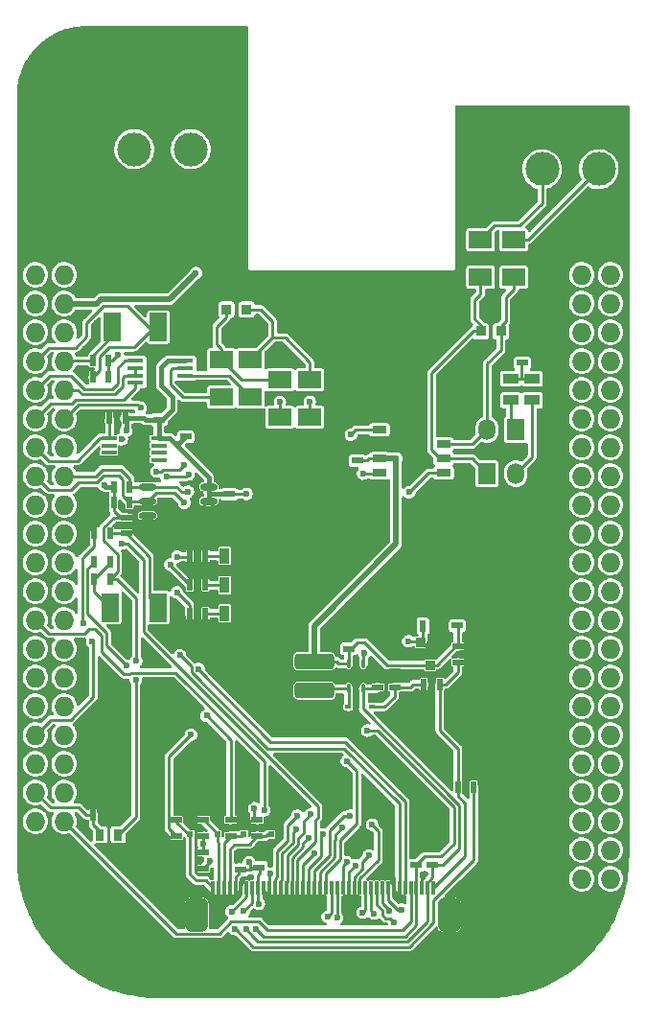
<source format=gbr>
%TF.GenerationSoftware,KiCad,Pcbnew,5.99.0-unknown-7afc3f7df9~127~ubuntu20.04.1*%
%TF.CreationDate,2021-04-27T12:41:46+02:00*%
%TF.ProjectId,bbb-lcd-rgb-display-cape,6262622d-6c63-4642-9d72-67622d646973,V1.0*%
%TF.SameCoordinates,Original*%
%TF.FileFunction,Copper,L1,Top*%
%TF.FilePolarity,Positive*%
%FSLAX46Y46*%
G04 Gerber Fmt 4.6, Leading zero omitted, Abs format (unit mm)*
G04 Created by KiCad (PCBNEW 5.99.0-unknown-7afc3f7df9~127~ubuntu20.04.1) date 2021-04-27 12:41:46*
%MOMM*%
%LPD*%
G01*
G04 APERTURE LIST*
G04 Aperture macros list*
%AMRoundRect*
0 Rectangle with rounded corners*
0 $1 Rounding radius*
0 $2 $3 $4 $5 $6 $7 $8 $9 X,Y pos of 4 corners*
0 Add a 4 corners polygon primitive as box body*
4,1,4,$2,$3,$4,$5,$6,$7,$8,$9,$2,$3,0*
0 Add four circle primitives for the rounded corners*
1,1,$1+$1,$2,$3*
1,1,$1+$1,$4,$5*
1,1,$1+$1,$6,$7*
1,1,$1+$1,$8,$9*
0 Add four rect primitives between the rounded corners*
20,1,$1+$1,$2,$3,$4,$5,0*
20,1,$1+$1,$4,$5,$6,$7,0*
20,1,$1+$1,$6,$7,$8,$9,0*
20,1,$1+$1,$8,$9,$2,$3,0*%
G04 Aperture macros list end*
%TA.AperFunction,SMDPad,CuDef*%
%ADD10R,0.914400X0.914400*%
%TD*%
%TA.AperFunction,ComponentPad*%
%ADD11R,1.727200X1.727200*%
%TD*%
%TA.AperFunction,ComponentPad*%
%ADD12O,1.727200X1.727200*%
%TD*%
%TA.AperFunction,SMDPad,CuDef*%
%ADD13R,1.000000X0.600000*%
%TD*%
%TA.AperFunction,SMDPad,CuDef*%
%ADD14R,0.600000X1.000000*%
%TD*%
%TA.AperFunction,SMDPad,CuDef*%
%ADD15R,1.397000X0.889000*%
%TD*%
%TA.AperFunction,SMDPad,CuDef*%
%ADD16R,1.450000X0.450000*%
%TD*%
%TA.AperFunction,SMDPad,CuDef*%
%ADD17R,0.889000X1.397000*%
%TD*%
%TA.AperFunction,SMDPad,CuDef*%
%ADD18R,1.600000X2.500000*%
%TD*%
%TA.AperFunction,ComponentPad*%
%ADD19R,1.524000X1.850000*%
%TD*%
%TA.AperFunction,ComponentPad*%
%ADD20O,1.524000X1.850000*%
%TD*%
%TA.AperFunction,SMDPad,CuDef*%
%ADD21R,0.600000X0.600000*%
%TD*%
%TA.AperFunction,SMDPad,CuDef*%
%ADD22R,0.800000X1.000000*%
%TD*%
%TA.AperFunction,SMDPad,CuDef*%
%ADD23R,2.032000X1.524000*%
%TD*%
%TA.AperFunction,SMDPad,CuDef*%
%ADD24R,1.310000X0.650000*%
%TD*%
%TA.AperFunction,SMDPad,CuDef*%
%ADD25O,0.350000X0.850000*%
%TD*%
%TA.AperFunction,ComponentPad*%
%ADD26C,3.000000*%
%TD*%
%TA.AperFunction,SMDPad,CuDef*%
%ADD27RoundRect,0.350000X-1.400000X0.350000X-1.400000X-0.350000X1.400000X-0.350000X1.400000X0.350000X0*%
%TD*%
%TA.AperFunction,SMDPad,CuDef*%
%ADD28R,0.600000X0.450000*%
%TD*%
%TA.AperFunction,SMDPad,CuDef*%
%ADD29O,1.550000X0.600000*%
%TD*%
%TA.AperFunction,SMDPad,CuDef*%
%ADD30RoundRect,0.500000X0.500000X1.000000X-0.500000X1.000000X-0.500000X-1.000000X0.500000X-1.000000X0*%
%TD*%
%TA.AperFunction,SMDPad,CuDef*%
%ADD31RoundRect,0.075000X0.075000X0.550000X-0.075000X0.550000X-0.075000X-0.550000X0.075000X-0.550000X0*%
%TD*%
%TA.AperFunction,SMDPad,CuDef*%
%ADD32R,1.400000X0.400000*%
%TD*%
%TA.AperFunction,ViaPad*%
%ADD33C,0.600000*%
%TD*%
%TA.AperFunction,Conductor*%
%ADD34C,0.250000*%
%TD*%
%TA.AperFunction,Conductor*%
%ADD35C,0.254000*%
%TD*%
%TA.AperFunction,Conductor*%
%ADD36C,0.508000*%
%TD*%
%TA.AperFunction,Conductor*%
%ADD37C,0.381000*%
%TD*%
G04 APERTURE END LIST*
D10*
%TO.P,D3,1,I/O1*%
%TO.N,Net-(R10-Pad1)*%
X135009100Y-67996400D03*
%TO.P,D3,2,I/O2*%
%TO.N,Net-(R9-Pad1)*%
X133231100Y-67996400D03*
%TO.P,D3,3,GND*%
%TO.N,GND*%
X134120100Y-70028400D03*
%TD*%
%TO.P,D2,1,I/O1*%
%TO.N,Net-(U9-Pad6)*%
X155711100Y-69908400D03*
%TO.P,D2,2,I/O2*%
%TO.N,Net-(P3-Pad2)*%
X157489100Y-69908400D03*
%TO.P,D2,3,GND*%
%TO.N,GND*%
X156600100Y-67876400D03*
%TD*%
D11*
%TO.P,P8,1,Pin_1*%
%TO.N,GND*%
X164630100Y-62382400D03*
D12*
%TO.P,P8,2,Pin_2*%
X167170100Y-62382400D03*
%TO.P,P8,3,Pin_3*%
%TO.N,N/C*%
X164630100Y-64922400D03*
%TO.P,P8,4,Pin_4*%
X167170100Y-64922400D03*
%TO.P,P8,5,Pin_5*%
X164630100Y-67462400D03*
%TO.P,P8,6,Pin_6*%
X167170100Y-67462400D03*
%TO.P,P8,7,Pin_7*%
X164630100Y-70002400D03*
%TO.P,P8,8,Pin_8*%
X167170100Y-70002400D03*
%TO.P,P8,9,Pin_9*%
X164630100Y-72542400D03*
%TO.P,P8,10,Pin_10*%
X167170100Y-72542400D03*
%TO.P,P8,11,Pin_11*%
X164630100Y-75082400D03*
%TO.P,P8,12,Pin_12*%
X167170100Y-75082400D03*
%TO.P,P8,13,Pin_13*%
%TO.N,/BACKLIGHT_PWM*%
X164630100Y-77622400D03*
%TO.P,P8,14,Pin_14*%
%TO.N,N/C*%
X167170100Y-77622400D03*
%TO.P,P8,15,Pin_15*%
%TO.N,/R1*%
X164630100Y-80162400D03*
%TO.P,P8,16,Pin_16*%
%TO.N,N/C*%
X167170100Y-80162400D03*
%TO.P,P8,17,Pin_17*%
X164630100Y-82702400D03*
%TO.P,P8,18,Pin_18*%
X167170100Y-82702400D03*
%TO.P,P8,19,Pin_19*%
X164630100Y-85242400D03*
%TO.P,P8,20,Pin_20*%
X167170100Y-85242400D03*
%TO.P,P8,21,Pin_21*%
X164630100Y-87782400D03*
%TO.P,P8,22,Pin_22*%
X167170100Y-87782400D03*
%TO.P,P8,23,Pin_23*%
X164630100Y-90322400D03*
%TO.P,P8,24,Pin_24*%
X167170100Y-90322400D03*
%TO.P,P8,25,Pin_25*%
X164630100Y-92862400D03*
%TO.P,P8,26,Pin_26*%
X167170100Y-92862400D03*
%TO.P,P8,27,Pin_27*%
%TO.N,/VSYNC*%
X164630100Y-95402400D03*
%TO.P,P8,28,Pin_28*%
%TO.N,/PCLK*%
X167170100Y-95402400D03*
%TO.P,P8,29,Pin_29*%
%TO.N,/HSYNC*%
X164630100Y-97942400D03*
%TO.P,P8,30,Pin_30*%
%TO.N,/DE*%
X167170100Y-97942400D03*
%TO.P,P8,31,Pin_31*%
%TO.N,/R3*%
X164630100Y-100482400D03*
%TO.P,P8,32,Pin_32*%
%TO.N,/R2*%
X167170100Y-100482400D03*
%TO.P,P8,33,Pin_33*%
%TO.N,/R4*%
X164630100Y-103022400D03*
%TO.P,P8,34,Pin_34*%
%TO.N,/G0*%
X167170100Y-103022400D03*
%TO.P,P8,35,Pin_35*%
%TO.N,/R5*%
X164630100Y-105562400D03*
%TO.P,P8,36,Pin_36*%
%TO.N,/G1*%
X167170100Y-105562400D03*
%TO.P,P8,37,Pin_37*%
%TO.N,/G3*%
X164630100Y-108102400D03*
%TO.P,P8,38,Pin_38*%
%TO.N,/G2*%
X167170100Y-108102400D03*
%TO.P,P8,39,Pin_39*%
%TO.N,/G5*%
X164630100Y-110642400D03*
%TO.P,P8,40,Pin_40*%
%TO.N,/G4*%
X167170100Y-110642400D03*
%TO.P,P8,41,Pin_41*%
%TO.N,/B1*%
X164630100Y-113182400D03*
%TO.P,P8,42,Pin_42*%
%TO.N,N/C*%
X167170100Y-113182400D03*
%TO.P,P8,43,Pin_43*%
%TO.N,/B3*%
X164630100Y-115722400D03*
%TO.P,P8,44,Pin_44*%
%TO.N,/B2*%
X167170100Y-115722400D03*
%TO.P,P8,45,Pin_45*%
%TO.N,/B5*%
X164630100Y-118262400D03*
%TO.P,P8,46,Pin_46*%
%TO.N,/B4*%
X167170100Y-118262400D03*
%TD*%
D11*
%TO.P,P9,1,Pin_1*%
%TO.N,GND*%
X116370100Y-62382400D03*
D12*
%TO.P,P9,2,Pin_2*%
X118910100Y-62382400D03*
%TO.P,P9,3,Pin_3*%
%TO.N,3V3*%
X116370100Y-64922400D03*
%TO.P,P9,4,Pin_4*%
X118910100Y-64922400D03*
%TO.P,P9,5,Pin_5*%
%TO.N,5V*%
X116370100Y-67462400D03*
%TO.P,P9,6,Pin_6*%
X118910100Y-67462400D03*
%TO.P,P9,7,Pin_7*%
%TO.N,SYS_5V*%
X116370100Y-70002400D03*
%TO.P,P9,8,Pin_8*%
X118910100Y-70002400D03*
%TO.P,P9,9,Pin_9*%
%TO.N,/PWR_BUT*%
X116370100Y-72542400D03*
%TO.P,P9,10,Pin_10*%
%TO.N,/SYS_RESETN*%
X118910100Y-72542400D03*
%TO.P,P9,11,Pin_11*%
%TO.N,/UART4_RX*%
X116370100Y-75082400D03*
%TO.P,P9,12,Pin_12*%
%TO.N,/GPIO1_28*%
X118910100Y-75082400D03*
%TO.P,P9,13,Pin_13*%
%TO.N,/UART4_TX*%
X116370100Y-77622400D03*
%TO.P,P9,14,Pin_14*%
%TO.N,/GPIO1_18*%
X118910100Y-77622400D03*
%TO.P,P9,15,Pin_15*%
%TO.N,/GPIO1_16*%
X116370100Y-80162400D03*
%TO.P,P9,16,Pin_16*%
%TO.N,N/C*%
X118910100Y-80162400D03*
%TO.P,P9,17,Pin_17*%
%TO.N,/I2C1_SCL*%
X116370100Y-82702400D03*
%TO.P,P9,18,Pin_18*%
%TO.N,/I2C1_SDA*%
X118910100Y-82702400D03*
%TO.P,P9,19,Pin_19*%
%TO.N,/DCAN0_RX*%
X116370100Y-85242400D03*
%TO.P,P9,20,Pin_20*%
%TO.N,/DCAN0_TX*%
X118910100Y-85242400D03*
%TO.P,P9,21,Pin_21*%
%TO.N,N/C*%
X116370100Y-87782400D03*
%TO.P,P9,22,Pin_22*%
%TO.N,/GPIO0_2*%
X118910100Y-87782400D03*
%TO.P,P9,23,Pin_23*%
%TO.N,/GPIO1_17*%
X116370100Y-90322400D03*
%TO.P,P9,24,Pin_24*%
%TO.N,/GPIO0_15*%
X118910100Y-90322400D03*
%TO.P,P9,25,Pin_25*%
%TO.N,N/C*%
X116370100Y-92862400D03*
%TO.P,P9,26,Pin_26*%
%TO.N,/GPIO0_14*%
X118910100Y-92862400D03*
%TO.P,P9,27,Pin_27*%
%TO.N,/GPIO3_19*%
X116370100Y-95402400D03*
%TO.P,P9,28,Pin_28*%
%TO.N,N/C*%
X118910100Y-95402400D03*
%TO.P,P9,29,Pin_29*%
X116370100Y-97942400D03*
%TO.P,P9,30,Pin_30*%
%TO.N,/SPI1_MOSI*%
X118910100Y-97942400D03*
%TO.P,P9,31,Pin_31*%
%TO.N,/SPI1_SCK*%
X116370100Y-100482400D03*
%TO.P,P9,32,Pin_32*%
%TO.N,N/C*%
X118910100Y-100482400D03*
%TO.P,P9,33,Pin_33*%
X116370100Y-103022400D03*
%TO.P,P9,34,Pin_34*%
X118910100Y-103022400D03*
%TO.P,P9,35,Pin_35*%
%TO.N,Net-(P9-Pad35)*%
X116370100Y-105562400D03*
%TO.P,P9,36,Pin_36*%
%TO.N,N/C*%
X118910100Y-105562400D03*
%TO.P,P9,37,Pin_37*%
%TO.N,Net-(P9-Pad37)*%
X116370100Y-108102400D03*
%TO.P,P9,38,Pin_38*%
%TO.N,N/C*%
X118910100Y-108102400D03*
%TO.P,P9,39,Pin_39*%
%TO.N,/AN0*%
X116370100Y-110642400D03*
%TO.P,P9,40,Pin_40*%
%TO.N,N/C*%
X118910100Y-110642400D03*
%TO.P,P9,41,Pin_41*%
%TO.N,/GPIO0_20*%
X116370100Y-113182400D03*
%TO.P,P9,42,Pin_42*%
%TO.N,/SPI1_CS1*%
X118910100Y-113182400D03*
%TO.P,P9,43,Pin_43*%
%TO.N,GND*%
X116370100Y-115722400D03*
%TO.P,P9,44,Pin_44*%
X118910100Y-115722400D03*
%TO.P,P9,45,Pin_45*%
X116370100Y-118262400D03*
%TO.P,P9,46,Pin_46*%
X118910100Y-118262400D03*
%TD*%
D13*
%TO.P,R21,1*%
%TO.N,/LCD Display/BACKLIGHT_VDD*%
X153670100Y-99152400D03*
%TO.P,R21,2*%
%TO.N,5V*%
X153670100Y-97752400D03*
%TD*%
D14*
%TO.P,R13,1*%
%TO.N,/GPIO1_17*%
X129990100Y-89752400D03*
%TO.P,R13,2*%
%TO.N,Net-(D10-Pad2)*%
X131390100Y-89752400D03*
%TD*%
D13*
%TO.P,C8,1*%
%TO.N,/LCD Display/BACKLIGHT_HIGH*%
X148080100Y-101332400D03*
%TO.P,C8,2*%
%TO.N,GND*%
X148080100Y-99932400D03*
%TD*%
D14*
%TO.P,R18,1*%
%TO.N,3V3*%
X124290100Y-77592400D03*
%TO.P,R18,2*%
%TO.N,/GPIO1_16*%
X122890100Y-77592400D03*
%TD*%
D13*
%TO.P,R6,1*%
%TO.N,/LCD Display/BACKLIGHT_LOW*%
X146610100Y-101332400D03*
%TO.P,R6,2*%
%TO.N,GND*%
X146610100Y-99932400D03*
%TD*%
D15*
%TO.P,R7,1*%
%TO.N,Net-(R7-Pad1)*%
X158360100Y-75994900D03*
%TO.P,R7,2*%
%TO.N,Net-(R7-Pad2)*%
X158360100Y-74089900D03*
%TD*%
D13*
%TO.P,R1,1*%
%TO.N,2V8*%
X131220100Y-117342400D03*
%TO.P,R1,2*%
%TO.N,/GPIO0_20*%
X131220100Y-115942400D03*
%TD*%
D16*
%TO.P,U6,1,DQ*%
%TO.N,/GPIO1_16*%
X122860100Y-79337400D03*
%TO.P,U6,2,NC*%
%TO.N,N/C*%
X122860100Y-79987400D03*
%TO.P,U6,3,NC*%
X122860100Y-80637400D03*
%TO.P,U6,4,VSS*%
%TO.N,GND*%
X122860100Y-81287400D03*
%TO.P,U6,5,N*%
%TO.N,N/C*%
X127260100Y-81287400D03*
%TO.P,U6,6,NC*%
X127260100Y-80637400D03*
%TO.P,U6,7,NC*%
X127260100Y-79987400D03*
%TO.P,U6,8,VDD*%
%TO.N,3V3*%
X127260100Y-79337400D03*
%TD*%
D14*
%TO.P,R19,1*%
%TO.N,3V3*%
X123300100Y-83652400D03*
%TO.P,R19,2*%
%TO.N,/I2C1_SDA*%
X124700100Y-83652400D03*
%TD*%
D17*
%TO.P,D10,1,A*%
%TO.N,GND*%
X134982600Y-89742400D03*
%TO.P,D10,2,K*%
%TO.N,Net-(D10-Pad2)*%
X133077600Y-89742400D03*
%TD*%
D18*
%TO.P,Sw3,1*%
%TO.N,Net-(R28-Pad2)*%
X127210100Y-94302400D03*
%TO.P,Sw3,2*%
%TO.N,GND*%
X127210100Y-101802400D03*
%TD*%
D19*
%TO.P,P4,1,1*%
%TO.N,Net-(U9-Pad6)*%
X156260100Y-82472400D03*
D20*
%TO.P,P4,2,2*%
%TO.N,Net-(R8-Pad2)*%
X158800100Y-82472400D03*
%TD*%
D14*
%TO.P,C7,1*%
%TO.N,2V8*%
X150581850Y-95912400D03*
%TO.P,C7,2*%
%TO.N,GND*%
X151981850Y-95912400D03*
%TD*%
D13*
%TO.P,R3,1*%
%TO.N,/I2C1_SDA*%
X135960100Y-113072400D03*
%TO.P,R3,2*%
%TO.N,Net-(P1-Pad37)*%
X135960100Y-114472400D03*
%TD*%
%TO.P,C6,1*%
%TO.N,5V*%
X153640100Y-95892400D03*
%TO.P,C6,2*%
%TO.N,GND*%
X153640100Y-94492400D03*
%TD*%
D17*
%TO.P,D11,1,A*%
%TO.N,GND*%
X134982600Y-92332400D03*
%TO.P,D11,2,K*%
%TO.N,Net-(D11-Pad2)*%
X133077600Y-92332400D03*
%TD*%
D14*
%TO.P,R22,1*%
%TO.N,/LCD Display/BACKLIGHT_VDD*%
X153680100Y-110152400D03*
%TO.P,R22,2*%
%TO.N,Net-(P1-Pad34)*%
X155080100Y-110152400D03*
%TD*%
D13*
%TO.P,C2,1*%
%TO.N,2V8*%
X134470100Y-117462400D03*
%TO.P,C2,2*%
%TO.N,GND*%
X134470100Y-116062400D03*
%TD*%
D14*
%TO.P,R29,1*%
%TO.N,3V3*%
X122970100Y-91762400D03*
%TO.P,R29,2*%
%TO.N,Net-(R29-Pad2)*%
X121570100Y-91762400D03*
%TD*%
D21*
%TO.P,U2,1,A*%
%TO.N,GND*%
X134780100Y-113242400D03*
%TO.P,U2,2,K*%
%TO.N,Net-(P1-Pad38)*%
X134780100Y-114342400D03*
%TD*%
D22*
%TO.P,NTC1,1*%
%TO.N,/AN0*%
X122070100Y-114362400D03*
%TO.P,NTC1,2*%
%TO.N,3V3*%
X123670100Y-114362400D03*
%TD*%
D23*
%TO.P,F3,1*%
%TO.N,Net-(R9-Pad1)*%
X137970100Y-74201400D03*
%TO.P,F3,2*%
%TO.N,/RS485/RS485_B*%
X137970100Y-77503400D03*
%TD*%
%TO.P,R10,1*%
%TO.N,Net-(R10-Pad1)*%
X135340100Y-72432400D03*
%TO.P,R10,2*%
%TO.N,Net-(R10-Pad2)*%
X135340100Y-75734400D03*
%TD*%
D24*
%TO.P,U9,1,TxD*%
%TO.N,/DCAN0_RX*%
X146735100Y-78617400D03*
%TO.P,U9,2,GND*%
%TO.N,GND*%
X146735100Y-79887400D03*
%TO.P,U9,3,VCC*%
%TO.N,5V*%
X146735100Y-81157400D03*
%TO.P,U9,4,RxD*%
%TO.N,/DCAN0_TX*%
X146735100Y-82427400D03*
%TO.P,U9,5,V33V*%
%TO.N,3V3*%
X152425100Y-82427400D03*
%TO.P,U9,6,CANL*%
%TO.N,Net-(U9-Pad6)*%
X152425100Y-81157400D03*
%TO.P,U9,7,CANH*%
%TO.N,Net-(P3-Pad2)*%
X152425100Y-79887400D03*
%TO.P,U9,8,INH*%
%TO.N,GND*%
X152425100Y-78617400D03*
%TD*%
D13*
%TO.P,C10,1*%
%TO.N,Net-(R7-Pad2)*%
X159380100Y-72702400D03*
%TO.P,C10,2*%
%TO.N,GND*%
X159380100Y-71302400D03*
%TD*%
D14*
%TO.P,R12,1*%
%TO.N,3V3*%
X122840100Y-73962400D03*
%TO.P,R12,2*%
%TO.N,/PWR_BUT*%
X121440100Y-73962400D03*
%TD*%
D18*
%TO.P,Sw4,1*%
%TO.N,Net-(R29-Pad2)*%
X122940100Y-94302400D03*
%TO.P,Sw4,2*%
%TO.N,GND*%
X122940100Y-101802400D03*
%TD*%
D23*
%TO.P,R9,1*%
%TO.N,Net-(R9-Pad1)*%
X132800100Y-72432400D03*
%TO.P,R9,2*%
%TO.N,Net-(R9-Pad2)*%
X132800100Y-75734400D03*
%TD*%
D14*
%TO.P,R11,1*%
%TO.N,/AN0*%
X121480100Y-112632400D03*
%TO.P,R11,2*%
%TO.N,GND*%
X122880100Y-112632400D03*
%TD*%
D21*
%TO.P,U3,1,A*%
%TO.N,GND*%
X132420100Y-113242400D03*
%TO.P,U3,2,K*%
%TO.N,Net-(P1-Pad39)*%
X132420100Y-114342400D03*
%TD*%
D25*
%TO.P,U7,1,SW*%
%TO.N,Net-(D1-Pad2)*%
X144021850Y-101462400D03*
%TO.P,U7,2,GND*%
%TO.N,GND*%
X144671850Y-101462400D03*
%TO.P,U7,3,FB*%
%TO.N,/LCD Display/BACKLIGHT_LOW*%
X145321850Y-101462400D03*
%TO.P,U7,4,CTRL*%
%TO.N,/BACKLIGHT_PWM*%
X145321850Y-99262400D03*
%TO.P,U7,5,VIN*%
%TO.N,5V*%
X144021850Y-99262400D03*
%TD*%
D26*
%TO.P,P2,1*%
%TO.N,/CAN/CAN_H*%
X166120100Y-55602400D03*
%TO.P,P2,2*%
%TO.N,/CAN/CAN_L*%
X161120100Y-55602400D03*
%TO.P,P2,3*%
%TO.N,GND*%
X156120100Y-55602400D03*
%TD*%
D18*
%TO.P,Sw1,1*%
%TO.N,/PWR_BUT*%
X127230100Y-69562400D03*
%TO.P,Sw1,2*%
%TO.N,GND*%
X127230100Y-62062400D03*
%TD*%
D17*
%TO.P,D12,1,A*%
%TO.N,GND*%
X134982600Y-94822400D03*
%TO.P,D12,2,K*%
%TO.N,Net-(D12-Pad2)*%
X133077600Y-94822400D03*
%TD*%
D27*
%TO.P,L1,1*%
%TO.N,5V*%
X141000100Y-99042400D03*
%TO.P,L1,2*%
%TO.N,Net-(D1-Pad2)*%
X141000100Y-101642400D03*
%TD*%
D14*
%TO.P,R20,1*%
%TO.N,/LCD Display/BACKLIGHT_HIGH*%
X150690100Y-101092400D03*
%TO.P,R20,2*%
%TO.N,/LCD Display/BACKLIGHT_VDD*%
X152090100Y-101092400D03*
%TD*%
D13*
%TO.P,R5,1*%
%TO.N,/GPIO1_18*%
X128830100Y-114472400D03*
%TO.P,R5,2*%
%TO.N,Net-(P1-Pad40)*%
X128830100Y-113072400D03*
%TD*%
D26*
%TO.P,P12,1*%
%TO.N,/RS485/RS485_A*%
X130090100Y-53832400D03*
%TO.P,P12,2*%
%TO.N,/RS485/RS485_B*%
X125090100Y-53832400D03*
%TO.P,P12,3*%
%TO.N,GND*%
X120090100Y-53832400D03*
%TD*%
D28*
%TO.P,D1,1,K*%
%TO.N,/LCD Display/BACKLIGHT_HIGH*%
X146070100Y-103072400D03*
%TO.P,D1,2,A*%
%TO.N,Net-(D1-Pad2)*%
X143970100Y-103072400D03*
%TD*%
D14*
%TO.P,R16,1*%
%TO.N,3V3*%
X122840100Y-72532400D03*
%TO.P,R16,2*%
%TO.N,/SYS_RESETN*%
X121440100Y-72532400D03*
%TD*%
%TO.P,R17,1*%
%TO.N,3V3*%
X123300100Y-85062400D03*
%TO.P,R17,2*%
%TO.N,/I2C1_SCL*%
X124700100Y-85062400D03*
%TD*%
D19*
%TO.P,P3,1,1*%
%TO.N,Net-(R7-Pad1)*%
X158800100Y-78592400D03*
D20*
%TO.P,P3,2,2*%
%TO.N,Net-(P3-Pad2)*%
X156260100Y-78592400D03*
%TD*%
D13*
%TO.P,C13,1*%
%TO.N,3V3*%
X129630100Y-79212400D03*
%TO.P,C13,2*%
%TO.N,GND*%
X129630100Y-77812400D03*
%TD*%
D15*
%TO.P,R8,1*%
%TO.N,Net-(R7-Pad2)*%
X160230100Y-74099900D03*
%TO.P,R8,2*%
%TO.N,Net-(R8-Pad2)*%
X160230100Y-76004900D03*
%TD*%
D13*
%TO.P,C4,1*%
%TO.N,2V8*%
X150020100Y-117062400D03*
%TO.P,C4,2*%
%TO.N,GND*%
X150020100Y-115662400D03*
%TD*%
D23*
%TO.P,F4,1*%
%TO.N,Net-(R10-Pad1)*%
X140590100Y-74211400D03*
%TO.P,F4,2*%
%TO.N,/RS485/RS485_A*%
X140590100Y-77513400D03*
%TD*%
D18*
%TO.P,Sw2,1*%
%TO.N,/SYS_RESETN*%
X123140100Y-69562400D03*
%TO.P,Sw2,2*%
%TO.N,GND*%
X123140100Y-62062400D03*
%TD*%
D13*
%TO.P,C11,1*%
%TO.N,3V3*%
X127300100Y-77722400D03*
%TO.P,C11,2*%
%TO.N,GND*%
X127300100Y-76322400D03*
%TD*%
%TO.P,R4,1*%
%TO.N,/I2C1_SCL*%
X133600100Y-113072400D03*
%TO.P,R4,2*%
%TO.N,Net-(P1-Pad38)*%
X133600100Y-114472400D03*
%TD*%
D14*
%TO.P,R15,1*%
%TO.N,/GPIO0_14*%
X129990100Y-94822400D03*
%TO.P,R15,2*%
%TO.N,Net-(D12-Pad2)*%
X131390100Y-94822400D03*
%TD*%
D23*
%TO.P,F2,1*%
%TO.N,Net-(U9-Pad6)*%
X155680100Y-65133400D03*
%TO.P,F2,2*%
%TO.N,/CAN/CAN_L*%
X155680100Y-61831400D03*
%TD*%
D13*
%TO.P,C9,1*%
%TO.N,5V*%
X144800100Y-81322400D03*
%TO.P,C9,2*%
%TO.N,GND*%
X144800100Y-79922400D03*
%TD*%
D14*
%TO.P,R30,1*%
%TO.N,Net-(R28-Pad2)*%
X122970100Y-87772400D03*
%TO.P,R30,2*%
%TO.N,Net-(P9-Pad35)*%
X121570100Y-87772400D03*
%TD*%
D13*
%TO.P,R2,1*%
%TO.N,/GPIO0_20*%
X131220100Y-114472400D03*
%TO.P,R2,2*%
%TO.N,Net-(P1-Pad39)*%
X131220100Y-113072400D03*
%TD*%
%TO.P,C5,1*%
%TO.N,5V*%
X144030100Y-97942400D03*
%TO.P,C5,2*%
%TO.N,GND*%
X144030100Y-96542400D03*
%TD*%
%TO.P,R28,1*%
%TO.N,3V3*%
X124390100Y-86372400D03*
%TO.P,R28,2*%
%TO.N,Net-(R28-Pad2)*%
X124390100Y-87772400D03*
%TD*%
D29*
%TO.P,U5,1,SDA*%
%TO.N,/I2C1_SDA*%
X126270100Y-83637400D03*
%TO.P,U5,2,SCL*%
%TO.N,/I2C1_SCL*%
X126270100Y-84907400D03*
%TO.P,U5,3,ALERT*%
%TO.N,N/C*%
X126270100Y-86177400D03*
%TO.P,U5,4,VSS*%
%TO.N,GND*%
X126270100Y-87447400D03*
%TO.P,U5,5,A2*%
X131670100Y-87447400D03*
%TO.P,U5,6,A1*%
X131670100Y-86177400D03*
%TO.P,U5,7,A0*%
%TO.N,3V3*%
X131670100Y-84907400D03*
%TO.P,U5,8,VDD*%
X131670100Y-83637400D03*
%TD*%
D13*
%TO.P,C3,1*%
%TO.N,/LCD Display/BACKLIGHT_LOW*%
X151440100Y-117062400D03*
%TO.P,C3,2*%
%TO.N,GND*%
X151440100Y-115662400D03*
%TD*%
D14*
%TO.P,R14,1*%
%TO.N,/GPIO0_15*%
X129990100Y-92332400D03*
%TO.P,R14,2*%
%TO.N,Net-(D11-Pad2)*%
X131390100Y-92332400D03*
%TD*%
D13*
%TO.P,C1,1*%
%TO.N,2V8*%
X136130100Y-117252400D03*
%TO.P,C1,2*%
%TO.N,GND*%
X136130100Y-115852400D03*
%TD*%
D10*
%TO.P,U8,1,Adj(GND)*%
%TO.N,GND*%
X152140850Y-97366400D03*
%TO.P,U8,2,Vout*%
%TO.N,2V8*%
X150362850Y-97366400D03*
%TO.P,U8,3,Vin*%
%TO.N,5V*%
X151251850Y-99398400D03*
%TD*%
D30*
%TO.P,P1,0*%
%TO.N,N/C*%
X152910100Y-121437400D03*
X130630100Y-121437400D03*
D31*
%TO.P,P1,1,P1*%
%TO.N,/LCD Display/BACKLIGHT_VDD*%
X151520100Y-119037400D03*
%TO.P,P1,2,P2*%
%TO.N,/LCD Display/BACKLIGHT_LOW*%
X151020100Y-119037400D03*
%TO.P,P1,3,P3*%
%TO.N,GND*%
X150520100Y-119037400D03*
%TO.P,P1,4,P4*%
%TO.N,2V8*%
X150020100Y-119037400D03*
%TO.P,P1,5,P5*%
%TO.N,/SPI1_CS1*%
X149520100Y-119037400D03*
%TO.P,P1,6,P6*%
%TO.N,/SPI1_SCK*%
X149020100Y-119037400D03*
%TO.P,P1,7,P7*%
%TO.N,/SPI1_MOSI*%
X148520100Y-119037400D03*
%TO.P,P1,8,P8*%
%TO.N,GND*%
X148020100Y-119037400D03*
%TO.P,P1,9,P9*%
%TO.N,/B1*%
X147520100Y-119037400D03*
%TO.P,P1,10,P10*%
%TO.N,/B2*%
X147020100Y-119037400D03*
%TO.P,P1,11,P1*%
%TO.N,/B3*%
X146520100Y-119037400D03*
%TO.P,P1,12,P2*%
%TO.N,/B4*%
X146020100Y-119037400D03*
%TO.P,P1,13,P3*%
%TO.N,/B5*%
X145520100Y-119037400D03*
%TO.P,P1,14,P4*%
%TO.N,/G0*%
X145020100Y-119037400D03*
%TO.P,P1,15,P5*%
%TO.N,/G1*%
X144520100Y-119037400D03*
%TO.P,P1,16,P6*%
%TO.N,/G2*%
X144020100Y-119037400D03*
%TO.P,P1,17,P7*%
%TO.N,/G3*%
X143520100Y-119037400D03*
%TO.P,P1,18,P8*%
%TO.N,/G4*%
X143020100Y-119037400D03*
%TO.P,P1,19,P9*%
%TO.N,/G5*%
X142520100Y-119037400D03*
%TO.P,P1,20,P10*%
%TO.N,/R1*%
X142020100Y-119037400D03*
%TO.P,P1,21,P1*%
%TO.N,/R2*%
X141520100Y-119037400D03*
%TO.P,P1,22,P2*%
%TO.N,/R3*%
X141020100Y-119037400D03*
%TO.P,P1,23,P3*%
%TO.N,/R4*%
X140520100Y-119037400D03*
%TO.P,P1,24,P4*%
%TO.N,/R5*%
X140020100Y-119037400D03*
%TO.P,P1,25,P5*%
%TO.N,/GPIO0_2*%
X139520100Y-119037400D03*
%TO.P,P1,26,P6*%
%TO.N,/DE*%
X139020100Y-119037400D03*
%TO.P,P1,27,P7*%
%TO.N,/PCLK*%
X138520100Y-119037400D03*
%TO.P,P1,28,P8*%
%TO.N,/HSYNC*%
X138020100Y-119037400D03*
%TO.P,P1,29,P9*%
%TO.N,/VSYNC*%
X137520100Y-119037400D03*
%TO.P,P1,30,P10*%
%TO.N,/GPIO3_19*%
X137020100Y-119037400D03*
%TO.P,P1,31,P1*%
%TO.N,GND*%
X136520100Y-119037400D03*
%TO.P,P1,32,P2*%
%TO.N,2V8*%
X136020100Y-119037400D03*
%TO.P,P1,33,P3*%
%TO.N,/LCD Display/BACKLIGHT_LOW*%
X135520100Y-119037400D03*
%TO.P,P1,34,P4*%
%TO.N,Net-(P1-Pad34)*%
X135020100Y-119037400D03*
%TO.P,P1,35,P5*%
%TO.N,GND*%
X134520100Y-119037400D03*
%TO.P,P1,36,P6*%
%TO.N,2V8*%
X134020100Y-119037400D03*
%TO.P,P1,37,P7*%
%TO.N,Net-(P1-Pad37)*%
X133520100Y-119037400D03*
%TO.P,P1,38,P8*%
%TO.N,Net-(P1-Pad38)*%
X133020100Y-119037400D03*
%TO.P,P1,39,P9*%
%TO.N,Net-(P1-Pad39)*%
X132520100Y-119037400D03*
%TO.P,P1,40,P10*%
%TO.N,Net-(P1-Pad40)*%
X132020100Y-119037400D03*
%TD*%
D23*
%TO.P,F1,1*%
%TO.N,Net-(P3-Pad2)*%
X158620100Y-65133400D03*
%TO.P,F1,2*%
%TO.N,/CAN/CAN_H*%
X158620100Y-61831400D03*
%TD*%
D32*
%TO.P,U10,1,RO*%
%TO.N,/UART4_RX*%
X125207600Y-72507400D03*
%TO.P,U10,2,~RE*%
%TO.N,/GPIO1_28*%
X125207600Y-73157400D03*
%TO.P,U10,3,DE*%
X125207600Y-73807400D03*
%TO.P,U10,4,DI*%
%TO.N,/UART4_TX*%
X125207600Y-74457400D03*
%TO.P,U10,5,GND*%
%TO.N,GND*%
X129607600Y-74457400D03*
%TO.P,U10,6,A/Y*%
%TO.N,Net-(R10-Pad2)*%
X129607600Y-73807400D03*
%TO.P,U10,7,B/Z*%
%TO.N,Net-(R9-Pad2)*%
X129607600Y-73157400D03*
%TO.P,U10,8,VCC*%
%TO.N,3V3*%
X129607600Y-72507400D03*
%TD*%
D21*
%TO.P,U1,1,A*%
%TO.N,GND*%
X137180100Y-113242400D03*
%TO.P,U1,2,K*%
%TO.N,Net-(P1-Pad37)*%
X137180100Y-114342400D03*
%TD*%
%TO.P,U4,1,A*%
%TO.N,GND*%
X130030100Y-113242400D03*
%TO.P,U4,2,K*%
%TO.N,Net-(P1-Pad40)*%
X130030100Y-114342400D03*
%TD*%
D14*
%TO.P,R31,1*%
%TO.N,Net-(R29-Pad2)*%
X122970100Y-90302400D03*
%TO.P,R31,2*%
%TO.N,Net-(P9-Pad37)*%
X121570100Y-90302400D03*
%TD*%
D13*
%TO.P,C12,1*%
%TO.N,3V3*%
X133500100Y-84282400D03*
%TO.P,C12,2*%
%TO.N,GND*%
X133500100Y-85682400D03*
%TD*%
D33*
%TO.N,GND*%
X134960100Y-70872400D03*
X152820100Y-76772400D03*
X152940100Y-75112400D03*
X161570100Y-72082400D03*
X161640100Y-69972400D03*
X161620100Y-68412400D03*
X152420100Y-68392400D03*
X154440100Y-73412400D03*
X155170100Y-71602400D03*
%TO.N,5V*%
X148230100Y-81152400D03*
X130530100Y-64772400D03*
X123985800Y-79436700D03*
%TO.N,GND*%
X157230100Y-63542400D03*
X150040100Y-114782400D03*
X139350100Y-107722400D03*
X137130100Y-120552400D03*
X128340100Y-86262400D03*
X158770100Y-67962400D03*
X135950100Y-89742400D03*
X127330100Y-60082400D03*
X125940100Y-79722400D03*
X126640100Y-99242400D03*
X154200100Y-69442400D03*
X143075491Y-107831652D03*
X121152754Y-77562399D03*
X144520100Y-121882400D03*
X126260100Y-88262400D03*
X132900100Y-120432400D03*
X124420100Y-96612400D03*
X122080100Y-85992400D03*
X145143103Y-114425403D03*
X125750100Y-82702400D03*
X120440100Y-73572400D03*
X125222287Y-82060213D03*
X123200100Y-60212400D03*
X121750100Y-69212400D03*
X120730100Y-71472400D03*
X153170100Y-65722400D03*
X121210100Y-81742400D03*
X125120100Y-87052400D03*
X147790100Y-117935890D03*
X137150100Y-72642400D03*
X135940100Y-92322400D03*
X150580100Y-117935890D03*
X127680100Y-91762400D03*
X124850100Y-91392400D03*
X151470100Y-114762400D03*
X133710100Y-86682400D03*
X135960100Y-94832400D03*
X120950100Y-114012400D03*
X141470100Y-107742400D03*
X130910100Y-74622400D03*
X120740100Y-84032400D03*
X140430100Y-109232400D03*
X143080100Y-81682400D03*
X129160100Y-87332400D03*
X137590100Y-112412400D03*
X154280100Y-67862400D03*
X121900100Y-84115890D03*
%TO.N,3V3*%
X125230100Y-100692400D03*
X125270100Y-99022400D03*
X122440100Y-83522400D03*
X124390100Y-78672400D03*
X135000100Y-84272400D03*
X123650100Y-72012400D03*
X149380100Y-84132400D03*
%TO.N,/I2C1_SCL*%
X129512090Y-85060410D03*
X131480100Y-103862400D03*
%TO.N,/I2C1_SDA*%
X135700100Y-112032400D03*
X129820100Y-84082400D03*
%TO.N,/GPIO1_17*%
X128900100Y-89812400D03*
%TO.N,2V8*%
X145690100Y-105172400D03*
X135860163Y-122695666D03*
X149300100Y-97282400D03*
X136085687Y-120491893D03*
X131800100Y-116722400D03*
X135230144Y-116788872D03*
%TO.N,/B1*%
X148730100Y-120982400D03*
%TO.N,/B2*%
X147610100Y-121112400D03*
%TO.N,/B3*%
X148070100Y-122132400D03*
%TO.N,/B4*%
X146280100Y-121332400D03*
%TO.N,/B5*%
X145270100Y-121232400D03*
%TO.N,/G0*%
X146088103Y-113480403D03*
%TO.N,/G1*%
X145790100Y-116202400D03*
%TO.N,/G2*%
X144610100Y-117072400D03*
%TO.N,/G3*%
X143853904Y-116794616D03*
%TO.N,/G4*%
X143000100Y-121712400D03*
%TO.N,/G5*%
X142160100Y-121602400D03*
%TO.N,/R1*%
X143873947Y-107872547D03*
%TO.N,/DE*%
X140490100Y-114642400D03*
%TO.N,/PCLK*%
X140690100Y-112552400D03*
%TO.N,/HSYNC*%
X139420100Y-113892400D03*
%TO.N,/VSYNC*%
X139510100Y-112692400D03*
%TO.N,/BACKLIGHT_PWM*%
X145420100Y-98302400D03*
%TO.N,/LCD Display/BACKLIGHT_LOW*%
X134770100Y-121132400D03*
X134990100Y-122722400D03*
%TO.N,/RS485/RS485_B*%
X137960100Y-76162400D03*
%TO.N,/RS485/RS485_A*%
X140590100Y-76142400D03*
%TO.N,/SPI1_SCK*%
X130773590Y-99732400D03*
%TO.N,/SPI1_MOSI*%
X129140100Y-98522400D03*
%TO.N,/GPIO0_2*%
X123990100Y-88662400D03*
%TO.N,/GPIO3_19*%
X137080082Y-117822400D03*
X136590100Y-112202400D03*
%TO.N,/GPIO1_18*%
X130100100Y-105542400D03*
X125650100Y-76662400D03*
%TO.N,/DCAN0_RX*%
X129480100Y-81692400D03*
X127070100Y-82292400D03*
X144240100Y-79052400D03*
%TO.N,/DCAN0_TX*%
X127940100Y-82752400D03*
X129890100Y-82558910D03*
X145310100Y-82482400D03*
%TO.N,/GPIO0_15*%
X128273110Y-90508910D03*
%TO.N,/GPIO0_14*%
X128860100Y-92972400D03*
%TO.N,Net-(P9-Pad35)*%
X120580100Y-95662400D03*
X121372336Y-97315878D03*
%TO.N,Net-(P9-Pad37)*%
X124390100Y-99432400D03*
%TO.N,/GPIO0_20*%
X131220100Y-115132400D03*
%TO.N,/R3*%
X144118835Y-112697645D03*
%TO.N,/R2*%
X143500100Y-113752400D03*
%TO.N,/R4*%
X141746610Y-114357145D03*
%TO.N,/R5*%
X140972292Y-116036228D03*
%TO.N,Net-(P1-Pad34)*%
X133950100Y-122692400D03*
X133680100Y-121152400D03*
%TD*%
D34*
%TO.N,GND*%
X134120100Y-70032400D02*
X134960100Y-70872400D01*
X134120100Y-70028400D02*
X134120100Y-70032400D01*
D35*
%TO.N,Net-(R9-Pad1)*%
X133231100Y-68651400D02*
X133231100Y-67996400D01*
X132370100Y-71042400D02*
X132370100Y-69512400D01*
X132800100Y-72432400D02*
X132800100Y-71472400D01*
X132800100Y-71472400D02*
X132370100Y-71042400D01*
X132370100Y-69512400D02*
X133231100Y-68651400D01*
D34*
%TO.N,Net-(R10-Pad1)*%
X136264100Y-67996400D02*
X135009100Y-67996400D01*
X137310100Y-70462400D02*
X137310100Y-69042400D01*
X137310100Y-69042400D02*
X136264100Y-67996400D01*
X140590100Y-74211400D02*
X140590100Y-72622400D01*
X140590100Y-72622400D02*
X138430100Y-70462400D01*
X138430100Y-70462400D02*
X137310100Y-70462400D01*
X137310100Y-70462400D02*
X135340100Y-72432400D01*
D35*
%TO.N,Net-(P3-Pad2)*%
X158620100Y-66202400D02*
X158620100Y-65133400D01*
X157489100Y-69908400D02*
X157489100Y-69443400D01*
X157489100Y-69443400D02*
X157910100Y-69022400D01*
X157910100Y-69022400D02*
X157910100Y-66912400D01*
X157910100Y-66912400D02*
X158620100Y-66202400D01*
%TO.N,Net-(U9-Pad6)*%
X155680100Y-66622400D02*
X155680100Y-65133400D01*
X155711100Y-69908400D02*
X155711100Y-69393400D01*
X155711100Y-69393400D02*
X155180100Y-68862400D01*
X155180100Y-68862400D02*
X155180100Y-67122400D01*
X155180100Y-67122400D02*
X155680100Y-66622400D01*
%TO.N,Net-(P3-Pad2)*%
X157489100Y-71553400D02*
X157489100Y-69908400D01*
X156260100Y-78592400D02*
X156260100Y-72782400D01*
X156260100Y-72782400D02*
X157489100Y-71553400D01*
%TO.N,Net-(U9-Pad6)*%
X155044100Y-69908400D02*
X155711100Y-69908400D01*
X152425100Y-81157400D02*
X152095100Y-81157400D01*
X152095100Y-81157400D02*
X151340100Y-80402400D01*
X151340100Y-80402400D02*
X151340100Y-73612400D01*
X151340100Y-73612400D02*
X155044100Y-69908400D01*
D36*
%TO.N,5V*%
X148230100Y-81152400D02*
X146740100Y-81152400D01*
X118910100Y-67462400D02*
X121781414Y-67462400D01*
D35*
X141000100Y-99042400D02*
X142920100Y-99042400D01*
D34*
X153670100Y-95922400D02*
X153640100Y-95892400D01*
D35*
X145433322Y-97388400D02*
X144784100Y-97388400D01*
D36*
X148230100Y-88682400D02*
X141000100Y-95912400D01*
D35*
X145670100Y-81322400D02*
X144800100Y-81322400D01*
D36*
X146740100Y-81152400D02*
X146735100Y-81157400D01*
D34*
X153670100Y-97752400D02*
X153670100Y-95922400D01*
D36*
X124034400Y-79436700D02*
X123985800Y-79436700D01*
X148230100Y-81152400D02*
X148230100Y-88682400D01*
D35*
X143140100Y-99262400D02*
X144021850Y-99262400D01*
X145835100Y-81157400D02*
X145670100Y-81322400D01*
D34*
X153670100Y-97752400D02*
X153460100Y-97752400D01*
X153460100Y-97752400D02*
X151814100Y-99398400D01*
D35*
X151251850Y-99398400D02*
X147443322Y-99398400D01*
D36*
X128220100Y-67082400D02*
X130530100Y-64772400D01*
D35*
X144021850Y-97950650D02*
X144030100Y-97942400D01*
X144021850Y-99262400D02*
X144021850Y-97950650D01*
D36*
X127510100Y-67082400D02*
X128220100Y-67082400D01*
D34*
X151814100Y-99398400D02*
X151251850Y-99398400D01*
D35*
X147443322Y-99398400D02*
X145433322Y-97388400D01*
X146735100Y-81157400D02*
X145835100Y-81157400D01*
D36*
X141000100Y-95912400D02*
X141000100Y-99042400D01*
D35*
X151345850Y-99492400D02*
X151251850Y-99398400D01*
D36*
X122161414Y-67082400D02*
X127510100Y-67082400D01*
D35*
X144784100Y-97388400D02*
X144230100Y-97942400D01*
X142920100Y-99042400D02*
X143140100Y-99262400D01*
D36*
X121781414Y-67462400D02*
X122161414Y-67082400D01*
D35*
X144230100Y-97942400D02*
X144030100Y-97942400D01*
%TO.N,GND*%
X133750100Y-120432400D02*
X132900100Y-120432400D01*
X150020100Y-114802400D02*
X150040100Y-114782400D01*
X134982600Y-94822400D02*
X135950100Y-94822400D01*
X133460100Y-85682400D02*
X132965100Y-86177400D01*
X136520100Y-119942400D02*
X137130100Y-120552400D01*
X135930100Y-92332400D02*
X135940100Y-92322400D01*
X148020100Y-119037400D02*
X148020100Y-118165890D01*
X160340100Y-66672400D02*
X164630100Y-62382400D01*
X136520100Y-119037400D02*
X136520100Y-119942400D01*
X160340100Y-67962400D02*
X160340100Y-69562400D01*
X135950100Y-94822400D02*
X135960100Y-94832400D01*
X150020100Y-115662400D02*
X150020100Y-114802400D01*
X130745100Y-74457400D02*
X130910100Y-74622400D01*
X123160100Y-62392400D02*
X123160100Y-60252400D01*
X123160100Y-60252400D02*
X123200100Y-60212400D01*
X134982600Y-89742400D02*
X135950100Y-89742400D01*
X160340100Y-67962400D02*
X158770100Y-67962400D01*
X127250100Y-60162400D02*
X127330100Y-60082400D01*
X151440100Y-114792400D02*
X151470100Y-114762400D01*
X151440100Y-115662400D02*
X151440100Y-114792400D01*
X134520100Y-119662400D02*
X133750100Y-120432400D01*
X131670100Y-87447400D02*
X132945100Y-87447400D01*
X150520100Y-117995890D02*
X150580100Y-117935890D01*
X160340100Y-69562400D02*
X159380100Y-70522400D01*
X137180100Y-112822400D02*
X137590100Y-112412400D01*
X160340100Y-67962400D02*
X160340100Y-66672400D01*
X134982600Y-92332400D02*
X135930100Y-92332400D01*
X159380100Y-70522400D02*
X159380100Y-71302400D01*
X126270100Y-87447400D02*
X126270100Y-88252400D01*
X132945100Y-87447400D02*
X133710100Y-86682400D01*
X126270100Y-88252400D02*
X126260100Y-88262400D01*
X132965100Y-86177400D02*
X131670100Y-86177400D01*
X150520100Y-119037400D02*
X150520100Y-117995890D01*
X133500100Y-85682400D02*
X133460100Y-85682400D01*
X129607600Y-74457400D02*
X130745100Y-74457400D01*
X137180100Y-113242400D02*
X137180100Y-112822400D01*
X127250100Y-62392400D02*
X127250100Y-60162400D01*
X134520100Y-119037400D02*
X134520100Y-119662400D01*
X148020100Y-118165890D02*
X147790100Y-117935890D01*
D37*
%TO.N,3V3*%
X127260100Y-77762400D02*
X127300100Y-77722400D01*
D35*
X122840100Y-73282400D02*
X122840100Y-73962400D01*
D37*
X128440100Y-76832400D02*
X128440100Y-75702400D01*
X126060100Y-77722400D02*
X125930100Y-77592400D01*
X128225100Y-79337400D02*
X127260100Y-79337400D01*
X127260100Y-79337400D02*
X127260100Y-77762400D01*
D35*
X123288380Y-86372400D02*
X122400100Y-87260680D01*
D34*
X123740100Y-114432400D02*
X123670100Y-114362400D01*
D35*
X123130100Y-72532400D02*
X123650100Y-72012400D01*
X123910100Y-86372400D02*
X123300100Y-85762400D01*
X125230100Y-112802400D02*
X123670100Y-114362400D01*
X123300100Y-85762400D02*
X123300100Y-85062400D01*
X125230100Y-100692400D02*
X125230100Y-112802400D01*
D37*
X128440100Y-75702400D02*
X127450100Y-74712400D01*
X123300100Y-83652400D02*
X122570100Y-83652400D01*
X127450100Y-74712400D02*
X127450100Y-73122400D01*
D35*
X151085100Y-82427400D02*
X149380100Y-84132400D01*
X122840100Y-72532400D02*
X123130100Y-72532400D01*
D37*
X128670100Y-79782400D02*
X129060100Y-79782400D01*
D35*
X124420100Y-92652400D02*
X125270100Y-93502400D01*
X124390100Y-86372400D02*
X123288380Y-86372400D01*
X122400100Y-88422400D02*
X123613100Y-89635400D01*
D37*
X131670100Y-83637400D02*
X131670100Y-82782400D01*
D35*
X122400100Y-87260680D02*
X122400100Y-88422400D01*
X122840100Y-72532400D02*
X122840100Y-73282400D01*
D37*
X131670100Y-84232400D02*
X131720100Y-84282400D01*
D35*
X123613100Y-91119400D02*
X122970100Y-91762400D01*
X123530100Y-91762400D02*
X124420100Y-92652400D01*
D37*
X126060100Y-77722400D02*
X127300100Y-77722400D01*
D35*
X123613100Y-89635400D02*
X123613100Y-91119400D01*
D37*
X128670100Y-79782400D02*
X128225100Y-79337400D01*
D35*
X152425100Y-82427400D02*
X151085100Y-82427400D01*
D37*
X131670100Y-84232400D02*
X131670100Y-83637400D01*
X122570100Y-83652400D02*
X122440100Y-83522400D01*
X127300100Y-77722400D02*
X127550100Y-77722400D01*
D35*
X135000100Y-84272400D02*
X133510100Y-84272400D01*
D37*
X131720100Y-84282400D02*
X133500100Y-84282400D01*
X128065100Y-72507400D02*
X129607600Y-72507400D01*
X127450100Y-73122400D02*
X128065100Y-72507400D01*
X125930100Y-77592400D02*
X124290100Y-77592400D01*
D35*
X133510100Y-84272400D02*
X133500100Y-84282400D01*
D37*
X131670100Y-82782400D02*
X128670100Y-79782400D01*
X129060100Y-79782400D02*
X129630100Y-79212400D01*
X131670100Y-84907400D02*
X131670100Y-84232400D01*
X127550100Y-77722400D02*
X128440100Y-76832400D01*
D35*
X122970100Y-91762400D02*
X123530100Y-91762400D01*
X124390100Y-86372400D02*
X123910100Y-86372400D01*
X124390100Y-77692400D02*
X124290100Y-77592400D01*
X125270100Y-93502400D02*
X125270100Y-99022400D01*
D37*
X124390100Y-78672400D02*
X124390100Y-77692400D01*
D35*
X123300100Y-83652400D02*
X123300100Y-85062400D01*
X122870100Y-73992400D02*
X122840100Y-73962400D01*
%TO.N,/PWR_BUT*%
X122070100Y-72132400D02*
X122890100Y-71312400D01*
X124470611Y-67662911D02*
X122401869Y-67662911D01*
X121440100Y-73962400D02*
X122070100Y-73332400D01*
X120880100Y-69184680D02*
X120880100Y-70372400D01*
X125060100Y-71312400D02*
X126590100Y-69782400D01*
X126590100Y-69782400D02*
X124470611Y-67662911D01*
X122890100Y-71312400D02*
X125060100Y-71312400D01*
X120880100Y-70372400D02*
X119900211Y-71352289D01*
X122070100Y-73332400D02*
X122070100Y-72132400D01*
X119900211Y-71352289D02*
X117560211Y-71352289D01*
X117560211Y-71352289D02*
X116370100Y-72542400D01*
X122401869Y-67662911D02*
X120880100Y-69184680D01*
%TO.N,/SYS_RESETN*%
X121440100Y-72042400D02*
X123160100Y-70322400D01*
X118920100Y-72532400D02*
X118910100Y-72542400D01*
X121440100Y-72532400D02*
X121440100Y-72042400D01*
X121440100Y-72532400D02*
X118920100Y-72532400D01*
X123160100Y-70322400D02*
X123160100Y-69892400D01*
%TO.N,Net-(R7-Pad2)*%
X160230100Y-74099900D02*
X159382600Y-74099900D01*
X158370100Y-74099900D02*
X158360100Y-74089900D01*
X159382600Y-74099900D02*
X159300100Y-74017400D01*
X159300100Y-72782400D02*
X159380100Y-72702400D01*
X159300100Y-74017400D02*
X159300100Y-72782400D01*
X159382600Y-74099900D02*
X158370100Y-74099900D01*
%TO.N,/I2C1_SCL*%
X124855100Y-84907400D02*
X124700100Y-85062400D01*
X119210100Y-83922400D02*
X119530100Y-83922400D01*
X119210100Y-83922400D02*
X117590100Y-83922400D01*
X126270100Y-84907400D02*
X124855100Y-84907400D01*
X124700100Y-85062400D02*
X124040100Y-84402400D01*
X124040100Y-84402400D02*
X124040100Y-82972400D01*
X122380100Y-82642400D02*
X121775100Y-83247400D01*
X128634080Y-84182400D02*
X129512090Y-85060410D01*
X124040100Y-82972400D02*
X123710100Y-82642400D01*
X120205100Y-83247400D02*
X121775100Y-83247400D01*
X123710100Y-82642400D02*
X122380100Y-82642400D01*
X126995100Y-84182400D02*
X128634080Y-84182400D01*
X119530100Y-83922400D02*
X120205100Y-83247400D01*
X133600100Y-105982400D02*
X131480100Y-103862400D01*
X117590100Y-83922400D02*
X116370100Y-82702400D01*
X126270100Y-84907400D02*
X126995100Y-84182400D01*
X133600100Y-113072400D02*
X133600100Y-105982400D01*
%TO.N,/I2C1_SDA*%
X126270100Y-83637400D02*
X124715100Y-83637400D01*
X121678738Y-82702400D02*
X122262250Y-82118889D01*
X129290100Y-84082400D02*
X129820100Y-84082400D01*
X126270100Y-83637400D02*
X128845100Y-83637400D01*
X135700100Y-112032400D02*
X135700100Y-112812400D01*
X123927950Y-82118889D02*
X124700100Y-82891039D01*
X124700100Y-82891039D02*
X124700100Y-83652400D01*
X122262250Y-82118889D02*
X123927950Y-82118889D01*
X135700100Y-112812400D02*
X135960100Y-113072400D01*
X128845100Y-83637400D02*
X129290100Y-84082400D01*
X124715100Y-83637400D02*
X124700100Y-83652400D01*
X118910100Y-82702400D02*
X121678738Y-82702400D01*
%TO.N,/AN0*%
X122070100Y-114092400D02*
X121480100Y-113502400D01*
X121480100Y-113502400D02*
X121480100Y-112632400D01*
X120190100Y-111972400D02*
X117700100Y-111972400D01*
X122070100Y-114362400D02*
X122070100Y-114092400D01*
X121480100Y-112632400D02*
X120850100Y-112632400D01*
X120850100Y-112632400D02*
X120190100Y-111972400D01*
X117700100Y-111972400D02*
X116370100Y-110642400D01*
%TO.N,Net-(D10-Pad2)*%
X131390100Y-89752400D02*
X133067600Y-89752400D01*
X133067600Y-89752400D02*
X133077600Y-89742400D01*
%TO.N,Net-(D11-Pad2)*%
X131390100Y-92332400D02*
X133077600Y-92332400D01*
%TO.N,Net-(D12-Pad2)*%
X131390100Y-94822400D02*
X133077600Y-94822400D01*
D34*
%TO.N,/UART4_RX*%
X122254916Y-75002400D02*
X123134916Y-75002400D01*
D35*
X123626589Y-73134411D02*
X123626589Y-74510727D01*
D34*
X116370100Y-75082400D02*
X117510100Y-73942400D01*
X123134916Y-75002400D02*
X123626589Y-74510727D01*
X119525100Y-73832400D02*
X120695100Y-75002400D01*
D35*
X124253600Y-72507400D02*
X123626589Y-73134411D01*
D34*
X117620100Y-73832400D02*
X119525100Y-73832400D01*
D35*
X125207600Y-72507400D02*
X124253600Y-72507400D01*
D34*
X120695100Y-75002400D02*
X122254916Y-75002400D01*
X116370100Y-75082400D02*
X117620100Y-73832400D01*
D35*
%TO.N,/GPIO1_28*%
X118910100Y-75082400D02*
X120131414Y-75082400D01*
X125207600Y-73157400D02*
X125207600Y-73807400D01*
X124080100Y-73980900D02*
X124253600Y-73807400D01*
X120131414Y-75082400D02*
X120534392Y-75485378D01*
X120534392Y-75485378D02*
X123387122Y-75485378D01*
X123387122Y-75485378D02*
X124080100Y-74792400D01*
X124253600Y-73807400D02*
X125207600Y-73807400D01*
X124080100Y-74792400D02*
X124080100Y-73980900D01*
%TO.N,/UART4_TX*%
X124180111Y-75938889D02*
X125207600Y-74911400D01*
X119952250Y-75938889D02*
X124180111Y-75938889D01*
X119602249Y-76288889D02*
X119952250Y-75938889D01*
X125207600Y-74911400D02*
X125207600Y-74457400D01*
X116370100Y-77622400D02*
X117703611Y-76288889D01*
X117703611Y-76288889D02*
X119602249Y-76288889D01*
%TO.N,Net-(P3-Pad2)*%
X152425100Y-79887400D02*
X154965100Y-79887400D01*
X154965100Y-79887400D02*
X156260100Y-78592400D01*
%TO.N,Net-(U9-Pad6)*%
X154945100Y-81157400D02*
X156260100Y-82472400D01*
X152425100Y-81157400D02*
X154945100Y-81157400D01*
%TO.N,Net-(R9-Pad1)*%
X134569100Y-74201400D02*
X132800100Y-72432400D01*
X137970100Y-74201400D02*
X134569100Y-74201400D01*
%TO.N,/GPIO1_17*%
X129930100Y-89812400D02*
X129990100Y-89752400D01*
X128900100Y-89812400D02*
X129930100Y-89812400D01*
%TO.N,Net-(R28-Pad2)*%
X127210100Y-94302400D02*
X126430100Y-93522400D01*
X124390100Y-87772400D02*
X122970100Y-87772400D01*
X126430100Y-89812400D02*
X124390100Y-87772400D01*
X126430100Y-93522400D02*
X126430100Y-89812400D01*
%TO.N,Net-(R29-Pad2)*%
X121570100Y-92932400D02*
X122940100Y-94302400D01*
X122970100Y-90362400D02*
X121570100Y-91762400D01*
X121570100Y-91762400D02*
X121570100Y-92932400D01*
X122970100Y-90302400D02*
X122970100Y-90362400D01*
%TO.N,2V8*%
X146590100Y-105172400D02*
X145690100Y-105172400D01*
X149953599Y-117682901D02*
X150020100Y-117616400D01*
X134020100Y-118112400D02*
X134020100Y-119037400D01*
X135570100Y-117252400D02*
X135360100Y-117462400D01*
X150020100Y-117062400D02*
X150020100Y-117002400D01*
X150581850Y-95912400D02*
X150581850Y-97147400D01*
X134350100Y-117252400D02*
X134350100Y-117782400D01*
X136200100Y-117822400D02*
X136200100Y-117322400D01*
X136020100Y-118002400D02*
X136200100Y-117822400D01*
X153350100Y-115140120D02*
X153350100Y-111932400D01*
X150020100Y-122351038D02*
X149032249Y-123338889D01*
X131800100Y-116762400D02*
X131220100Y-117342400D01*
X136020100Y-120426306D02*
X136085687Y-120491893D01*
X150581850Y-97147400D02*
X150362850Y-97366400D01*
X136020100Y-119037400D02*
X136020100Y-118002400D01*
X136503386Y-123338889D02*
X135860163Y-122695666D01*
X135360100Y-117462400D02*
X134470100Y-117462400D01*
X149953599Y-118345899D02*
X149953599Y-117682901D01*
X136130100Y-117252400D02*
X135570100Y-117252400D01*
X150020100Y-119037400D02*
X150020100Y-118412400D01*
X134350100Y-117782400D02*
X134020100Y-118112400D01*
X150020100Y-117616400D02*
X150020100Y-117062400D01*
X150020100Y-117002400D02*
X150720100Y-116302400D01*
X149300100Y-97282400D02*
X150278850Y-97282400D01*
X136020100Y-119037400D02*
X136020100Y-120426306D01*
X131800100Y-116722400D02*
X131800100Y-116762400D01*
X153350100Y-111932400D02*
X146590100Y-105172400D01*
X149032249Y-123338889D02*
X136503386Y-123338889D01*
X135360100Y-116918828D02*
X135230144Y-116788872D01*
X150020100Y-118412400D02*
X149953599Y-118345899D01*
X150278850Y-97282400D02*
X150362850Y-97366400D01*
X150720100Y-116302400D02*
X152187820Y-116302400D01*
X135360100Y-117462400D02*
X135360100Y-116918828D01*
X150020100Y-119037400D02*
X150020100Y-122351038D01*
X136200100Y-117322400D02*
X136130100Y-117252400D01*
X152187820Y-116302400D02*
X153350100Y-115140120D01*
%TO.N,/CAN/CAN_H*%
X158620100Y-61831400D02*
X159891100Y-61831400D01*
X159891100Y-61831400D02*
X166120100Y-55602400D01*
%TO.N,/LCD Display/BACKLIGHT_HIGH*%
X148080100Y-101332400D02*
X148080100Y-102182400D01*
X149730100Y-101092400D02*
X150690100Y-101092400D01*
X148080100Y-101332400D02*
X149490100Y-101332400D01*
X147190100Y-103072400D02*
X146070100Y-103072400D01*
X149490100Y-101332400D02*
X149730100Y-101092400D01*
X148080100Y-102182400D02*
X147190100Y-103072400D01*
%TO.N,Net-(D1-Pad2)*%
X144021850Y-101462400D02*
X144021850Y-103020650D01*
X144021850Y-101462400D02*
X141180100Y-101462400D01*
X144021850Y-103020650D02*
X143970100Y-103072400D01*
X141180100Y-101462400D02*
X141000100Y-101642400D01*
%TO.N,/B1*%
X148370100Y-120982400D02*
X148730100Y-120982400D01*
X147520100Y-119037400D02*
X147520100Y-120132400D01*
X147520100Y-120132400D02*
X148370100Y-120982400D01*
%TO.N,/B2*%
X147487110Y-120989410D02*
X147610100Y-121112400D01*
X147487110Y-120908049D02*
X147487110Y-120989410D01*
X147020100Y-120441038D02*
X147487110Y-120908049D01*
X147020100Y-119037400D02*
X147020100Y-120441038D01*
%TO.N,/B3*%
X146983599Y-121045899D02*
X146983599Y-121413121D01*
X147676601Y-121738901D02*
X148070100Y-122132400D01*
X146983599Y-121413121D02*
X147309379Y-121738901D01*
X147309379Y-121738901D02*
X147676601Y-121738901D01*
X146520100Y-120582400D02*
X146983599Y-121045899D01*
X146520100Y-119037400D02*
X146520100Y-120582400D01*
%TO.N,/B4*%
X146020100Y-119037400D02*
X146020100Y-121072400D01*
X146020100Y-121072400D02*
X146280100Y-121332400D01*
%TO.N,/B5*%
X145520100Y-119037400D02*
X145520100Y-120982400D01*
X145520100Y-120982400D02*
X145270100Y-121232400D01*
%TO.N,/G0*%
X145020100Y-118231011D02*
X146650100Y-116601011D01*
X145020100Y-119037400D02*
X145020100Y-118231011D01*
X146650100Y-116601011D02*
X146650100Y-114042400D01*
X146650100Y-114042400D02*
X146088103Y-113480403D01*
%TO.N,/G1*%
X144520100Y-118089637D02*
X144520100Y-119037400D01*
X145236611Y-117373126D02*
X144520100Y-118089637D01*
X145790100Y-116202400D02*
X145236611Y-116755890D01*
X145236611Y-116755890D02*
X145236611Y-117373126D01*
%TO.N,/G2*%
X144020100Y-119037400D02*
X144020100Y-117662400D01*
X144020100Y-117662400D02*
X144610100Y-117072400D01*
%TO.N,/G3*%
X143520100Y-119037400D02*
X143520100Y-117128420D01*
X143520100Y-117128420D02*
X143853904Y-116794616D01*
%TO.N,/G4*%
X143020100Y-121692400D02*
X143000100Y-121712400D01*
X143020100Y-119037400D02*
X143020100Y-121692400D01*
%TO.N,/G5*%
X142520100Y-121242400D02*
X142160100Y-121602400D01*
X142520100Y-119037400D02*
X142520100Y-121242400D01*
%TO.N,/R1*%
X144760100Y-108758700D02*
X143873947Y-107872547D01*
X143280142Y-115033544D02*
X143280134Y-114862366D01*
X144760100Y-113382400D02*
X144760100Y-113112400D01*
X143280134Y-114862366D02*
X144760100Y-113382400D01*
X142020100Y-117808399D02*
X143270133Y-116558364D01*
X143270133Y-116558364D02*
X143270133Y-115043553D01*
X143270133Y-115043553D02*
X143280142Y-115033544D01*
X144760100Y-113382400D02*
X144760100Y-108758700D01*
X142020100Y-119037400D02*
X142020100Y-117808399D01*
%TO.N,/DE*%
X139067134Y-118866669D02*
X139067134Y-116403934D01*
X139020100Y-119037400D02*
X139020100Y-118913703D01*
X139020100Y-118913703D02*
X139067134Y-118866669D01*
X140020633Y-115450435D02*
X140020633Y-115111867D01*
X139067134Y-116403934D02*
X140020633Y-115450435D01*
X140020633Y-115111867D02*
X140490100Y-114642400D01*
%TO.N,/PCLK*%
X138613614Y-118528830D02*
X138613614Y-116216094D01*
X140046601Y-113195899D02*
X140690100Y-112552400D01*
X139567122Y-114672600D02*
X140046601Y-114193121D01*
X138613614Y-116216094D02*
X139567122Y-115262585D01*
X140046601Y-114193121D02*
X140046601Y-113195899D01*
X138520100Y-119037400D02*
X138520100Y-118622353D01*
X139567122Y-115262585D02*
X139567122Y-114672600D01*
X138520100Y-118622353D02*
X138613614Y-118528830D01*
%TO.N,/HSYNC*%
X139113611Y-115074735D02*
X139113611Y-114198889D01*
X138160103Y-118340980D02*
X138160103Y-116028244D01*
X138020100Y-119037400D02*
X138020100Y-118480984D01*
X138020100Y-118480984D02*
X138160103Y-118340980D01*
X139113611Y-114198889D02*
X139420100Y-113892400D01*
X138160103Y-116028244D02*
X139113611Y-115074735D01*
%TO.N,/VSYNC*%
X138660100Y-113542400D02*
X139510100Y-112692400D01*
X137520100Y-118339622D02*
X137706592Y-118153130D01*
X137520100Y-119037400D02*
X137520100Y-118339622D01*
X137706592Y-115840393D02*
X138660100Y-114886885D01*
X137706592Y-118153130D02*
X137706592Y-115840393D01*
X138660100Y-114886885D02*
X138660100Y-113542400D01*
%TO.N,Net-(P1-Pad37)*%
X133926611Y-115225889D02*
X133520100Y-115632400D01*
X136680100Y-114522400D02*
X136010100Y-114522400D01*
X133520100Y-115632400D02*
X133520100Y-119037400D01*
X135206611Y-115225889D02*
X133926611Y-115225889D01*
X137180100Y-114342400D02*
X136860100Y-114342400D01*
X136860100Y-114342400D02*
X136680100Y-114522400D01*
X135960100Y-114472400D02*
X135206611Y-115225889D01*
X136010100Y-114522400D02*
X135960100Y-114472400D01*
%TO.N,Net-(P1-Pad38)*%
X133600100Y-114472400D02*
X134650100Y-114472400D01*
X133020100Y-119037400D02*
X133020100Y-115052400D01*
X133020100Y-115052400D02*
X133600100Y-114472400D01*
X134650100Y-114472400D02*
X134780100Y-114342400D01*
%TO.N,Net-(P1-Pad39)*%
X132520100Y-119037400D02*
X132520100Y-115082400D01*
X132420100Y-114272400D02*
X131220100Y-113072400D01*
X132420100Y-114342400D02*
X132420100Y-114272400D01*
X132520100Y-115082400D02*
X132420100Y-114982400D01*
X132420100Y-114982400D02*
X132420100Y-114342400D01*
%TO.N,Net-(P1-Pad40)*%
X130030100Y-117872400D02*
X130030100Y-114342400D01*
X131395100Y-118412400D02*
X130570100Y-118412400D01*
X129880100Y-114342400D02*
X128830100Y-113292400D01*
X132020100Y-119037400D02*
X131395100Y-118412400D01*
X128830100Y-113292400D02*
X128830100Y-113072400D01*
X130030100Y-114342400D02*
X129880100Y-114342400D01*
X130570100Y-118412400D02*
X130030100Y-117872400D01*
%TO.N,/BACKLIGHT_PWM*%
X145321850Y-98400650D02*
X145420100Y-98302400D01*
X145321850Y-99262400D02*
X145321850Y-98400650D01*
%TO.N,/CAN/CAN_L*%
X156949100Y-60562400D02*
X159160100Y-60562400D01*
X155680100Y-61831400D02*
X156949100Y-60562400D01*
X161120100Y-58602400D02*
X161120100Y-55602400D01*
X159160100Y-60562400D02*
X161120100Y-58602400D01*
%TO.N,/LCD Display/BACKLIGHT_LOW*%
X152341462Y-117062400D02*
X151440100Y-117062400D01*
X135520100Y-120130243D02*
X135459176Y-120191167D01*
X149220100Y-123792400D02*
X135990100Y-123792400D01*
X135530100Y-123332400D02*
X135530100Y-123262400D01*
X151440100Y-118106132D02*
X151440100Y-117062400D01*
X135530100Y-123262400D02*
X134990100Y-122722400D01*
X145321850Y-101462400D02*
X146480100Y-101462400D01*
X151020100Y-119037400D02*
X151020100Y-118586132D01*
X135990100Y-123792400D02*
X135530100Y-123332400D01*
X151020100Y-118586132D02*
X151206601Y-118399631D01*
X135459176Y-120191167D02*
X135459176Y-120443324D01*
X146480100Y-101462400D02*
X146610100Y-101332400D01*
X153803611Y-115600251D02*
X152341462Y-117062400D01*
X145321850Y-103262789D02*
X153803611Y-111744550D01*
X153803611Y-111744550D02*
X153803611Y-115600251D01*
X135520100Y-119037400D02*
X135520100Y-120130243D01*
X151020100Y-119037400D02*
X151020100Y-121992400D01*
X151206601Y-118339631D02*
X151440100Y-118106132D01*
X135459176Y-120443324D02*
X134770100Y-121132400D01*
X145321850Y-101462400D02*
X145321850Y-103262789D01*
X151020100Y-121992400D02*
X149220100Y-123792400D01*
X151206601Y-118399631D02*
X151206601Y-118339631D01*
%TO.N,/RS485/RS485_B*%
X137970100Y-76172400D02*
X137960100Y-76162400D01*
X137970100Y-77503400D02*
X137970100Y-76172400D01*
%TO.N,/RS485/RS485_A*%
X140590100Y-77513400D02*
X140590100Y-76142400D01*
%TO.N,/SPI1_CS1*%
X136128547Y-122065899D02*
X133649379Y-122065899D01*
X132621358Y-123093920D02*
X128821620Y-123093920D01*
X148780910Y-122768889D02*
X136831537Y-122768889D01*
X149520100Y-119037400D02*
X149520100Y-122029625D01*
X133649379Y-122065899D02*
X132621358Y-123093920D01*
X149520100Y-122029625D02*
X148780910Y-122768889D01*
X128821620Y-123093920D02*
X118910100Y-113182400D01*
X136831537Y-122768889D02*
X136128547Y-122065899D01*
%TO.N,/SPI1_SCK*%
X149020100Y-119037400D02*
X149020100Y-111482400D01*
X130773590Y-99795890D02*
X130773590Y-99732400D01*
X149020100Y-111482400D02*
X143690100Y-106152400D01*
X143690100Y-106152400D02*
X137130100Y-106152400D01*
X137130100Y-106152400D02*
X130773590Y-99795890D01*
%TO.N,/SPI1_MOSI*%
X148520100Y-119037400D02*
X148520100Y-111623762D01*
X136886368Y-106772400D02*
X130147089Y-100033121D01*
X143668738Y-106772400D02*
X136886368Y-106772400D01*
X130147089Y-100033121D02*
X130147089Y-99529389D01*
X148520100Y-111623762D02*
X143668738Y-106772400D01*
X130147089Y-99529389D02*
X129140100Y-98522400D01*
%TO.N,/GPIO0_2*%
X141120100Y-115002400D02*
X141120100Y-113049622D01*
X139520645Y-119036855D02*
X139520645Y-116601855D01*
X124520100Y-88662400D02*
X123990100Y-88662400D01*
X139520645Y-116601855D02*
X141120100Y-115002400D01*
X141316601Y-112853121D02*
X141316601Y-111843985D01*
X125923611Y-96450995D02*
X125923611Y-90065911D01*
X141120100Y-113049622D02*
X141316601Y-112853121D01*
X125923611Y-90065911D02*
X124520100Y-88662400D01*
X139520100Y-119037400D02*
X139520645Y-119036855D01*
X141316601Y-111843985D02*
X125923611Y-96450995D01*
%TO.N,/GPIO3_19*%
X136590100Y-112202400D02*
X136590100Y-107902400D01*
X124670821Y-100188901D02*
X124167962Y-100188901D01*
X124803811Y-100055911D02*
X124670821Y-100188901D01*
X137020100Y-117882382D02*
X137080082Y-117822400D01*
X121607950Y-96178889D02*
X121092250Y-96178889D01*
X121092250Y-96178889D02*
X120662250Y-96608889D01*
X128743611Y-100055911D02*
X124803811Y-100055911D01*
X122186601Y-98207540D02*
X122186601Y-96757540D01*
X122186601Y-96757540D02*
X121607950Y-96178889D01*
X137020100Y-119037400D02*
X137020100Y-117882382D01*
X136590100Y-107902400D02*
X128743611Y-100055911D01*
X124167962Y-100188901D02*
X122186601Y-98207540D01*
X120662250Y-96608889D02*
X117576589Y-96608889D01*
X117576589Y-96608889D02*
X116370100Y-95402400D01*
%TO.N,Net-(R7-Pad1)*%
X158360100Y-78152400D02*
X158800100Y-78592400D01*
X158360100Y-75994900D02*
X158360100Y-78152400D01*
%TO.N,Net-(R8-Pad2)*%
X160230100Y-81042400D02*
X158800100Y-82472400D01*
X160230100Y-76004900D02*
X160230100Y-81042400D01*
%TO.N,/GPIO1_18*%
X120140100Y-76392400D02*
X118910100Y-77622400D01*
X125380100Y-76392400D02*
X120140100Y-76392400D01*
X128830100Y-114472400D02*
X128173589Y-113815889D01*
X125650100Y-76662400D02*
X125380100Y-76392400D01*
X128173589Y-107468911D02*
X130100100Y-105542400D01*
X128173589Y-113815889D02*
X128173589Y-107468911D01*
%TO.N,/GPIO1_16*%
X120059989Y-81352511D02*
X121655100Y-79757400D01*
X116370100Y-80162400D02*
X117560211Y-81352511D01*
D34*
X122860100Y-79337400D02*
X122075100Y-79337400D01*
D35*
X122870100Y-77802400D02*
X122860100Y-77792400D01*
D34*
X122890100Y-79307400D02*
X122860100Y-79337400D01*
X122890100Y-77592400D02*
X122890100Y-79307400D01*
D35*
X117560211Y-81352511D02*
X120059989Y-81352511D01*
D34*
X122075100Y-79337400D02*
X121655100Y-79757400D01*
D35*
%TO.N,/DCAN0_RX*%
X144240100Y-79052400D02*
X144675100Y-78617400D01*
X129046611Y-82125889D02*
X129480100Y-81692400D01*
X127472863Y-82292400D02*
X127639374Y-82125889D01*
X144675100Y-78617400D02*
X146735100Y-78617400D01*
X127639374Y-82125889D02*
X129046611Y-82125889D01*
X127070100Y-82292400D02*
X127472863Y-82292400D01*
%TO.N,/DCAN0_TX*%
X127940100Y-82752400D02*
X129696610Y-82752400D01*
X129696610Y-82752400D02*
X129890100Y-82558910D01*
X146680100Y-82482400D02*
X146735100Y-82427400D01*
X145310100Y-82482400D02*
X146680100Y-82482400D01*
%TO.N,/GPIO0_15*%
X128273110Y-90615410D02*
X128273110Y-90508910D01*
X129990100Y-92332400D02*
X128273110Y-90615410D01*
X129950100Y-92292400D02*
X129990100Y-92332400D01*
%TO.N,/GPIO0_14*%
X129990100Y-94102400D02*
X128860100Y-92972400D01*
X129980100Y-94832400D02*
X129990100Y-94822400D01*
X129990100Y-94822400D02*
X129990100Y-94102400D01*
%TO.N,Net-(P9-Pad35)*%
X121570100Y-87772400D02*
X121570100Y-88892400D01*
X120480100Y-95562400D02*
X120580100Y-95662400D01*
X121460100Y-102233765D02*
X121460100Y-97403642D01*
X116370100Y-105562400D02*
X117719988Y-104212511D01*
X120480100Y-95222400D02*
X120480100Y-95562400D01*
X119481354Y-104212511D02*
X121460100Y-102233765D01*
X120480100Y-89982400D02*
X120480100Y-95222400D01*
X121460100Y-97403642D02*
X121372336Y-97315878D01*
X120570100Y-89892400D02*
X120480100Y-89982400D01*
X117719988Y-104212511D02*
X119481354Y-104212511D01*
X121570100Y-88892400D02*
X120570100Y-89892400D01*
%TO.N,Net-(P9-Pad37)*%
X120933611Y-94813185D02*
X122640112Y-96519690D01*
X120933611Y-90938890D02*
X120933611Y-94813185D01*
X122640112Y-97682412D02*
X124390100Y-99432400D01*
X122640112Y-96519690D02*
X122640112Y-97682412D01*
X121570100Y-90302400D02*
X120933611Y-90938890D01*
%TO.N,/GPIO0_20*%
X131220100Y-114472400D02*
X131220100Y-115942400D01*
%TO.N,Net-(R9-Pad2)*%
X128290100Y-73322400D02*
X128455100Y-73157400D01*
X129396880Y-75734400D02*
X128290100Y-74627620D01*
X128290100Y-74627620D02*
X128290100Y-73322400D01*
X132800100Y-75734400D02*
X129396880Y-75734400D01*
X128455100Y-73157400D02*
X129607600Y-73157400D01*
%TO.N,Net-(R10-Pad2)*%
X135340100Y-75692400D02*
X133455100Y-73807400D01*
X133455100Y-73807400D02*
X129607600Y-73807400D01*
X135340100Y-75734400D02*
X135340100Y-75692400D01*
%TO.N,/R3*%
X143624856Y-112697645D02*
X144118835Y-112697645D01*
X142363111Y-114667866D02*
X142373111Y-114657866D01*
X142373111Y-113949390D02*
X143624856Y-112697645D01*
X142363111Y-116182664D02*
X142363111Y-114667866D01*
X141020100Y-117525677D02*
X142363111Y-116182664D01*
X141020100Y-119037400D02*
X141020100Y-117525677D01*
X142373111Y-114657866D02*
X142373111Y-113949390D01*
%TO.N,/R2*%
X142826622Y-114845716D02*
X142826622Y-114425879D01*
X142816622Y-114855717D02*
X142826622Y-114845716D01*
X141520100Y-117667037D02*
X142816622Y-116370514D01*
X141520100Y-119037400D02*
X141520100Y-117667037D01*
X142816622Y-116370514D02*
X142816622Y-114855717D01*
X142826622Y-114425879D02*
X143500100Y-113752400D01*
%TO.N,/R4*%
X141634573Y-114469182D02*
X141746610Y-114357145D01*
X141634573Y-116269841D02*
X141634573Y-114469182D01*
X140520100Y-117384314D02*
X141634573Y-116269841D01*
X140520100Y-119037400D02*
X140520100Y-117384314D01*
%TO.N,/R5*%
X140020100Y-119037400D02*
X140020100Y-116988420D01*
X140020100Y-116988420D02*
X140972292Y-116036228D01*
%TO.N,/LCD Display/BACKLIGHT_VDD*%
X153680100Y-106762400D02*
X152090100Y-105172400D01*
X153680100Y-110152400D02*
X153680100Y-106762400D01*
X154330100Y-111572400D02*
X153680100Y-110922400D01*
X151520100Y-119037400D02*
X154330100Y-116227400D01*
D34*
X152600100Y-101092400D02*
X152090100Y-101092400D01*
X153670100Y-99152400D02*
X153670100Y-100022400D01*
D35*
X154330100Y-116227400D02*
X154330100Y-111572400D01*
X153680100Y-110922400D02*
X153680100Y-110152400D01*
D34*
X153670100Y-100022400D02*
X152600100Y-101092400D01*
D35*
X152090100Y-105172400D02*
X152090100Y-101092400D01*
%TO.N,Net-(P1-Pad34)*%
X151520100Y-122133762D02*
X149367950Y-124285911D01*
X135020100Y-119037400D02*
X135020100Y-119812400D01*
X135626389Y-124285911D02*
X134032878Y-122692400D01*
D34*
X155080100Y-110152400D02*
X155080100Y-116612400D01*
X155080100Y-116612400D02*
X151520100Y-120172400D01*
D35*
X149367950Y-124285911D02*
X135626389Y-124285911D01*
D34*
X151520100Y-120172400D02*
X151520100Y-122133762D01*
D35*
X134032878Y-122692400D02*
X133950100Y-122692400D01*
X135020100Y-119812400D02*
X133680100Y-121152400D01*
%TD*%
%TA.AperFunction,Conductor*%
%TO.N,GND*%
G36*
X135108221Y-42971402D02*
G01*
X135154714Y-43025058D01*
X135166100Y-43077400D01*
X135166100Y-64249853D01*
X135163679Y-64274433D01*
X135161100Y-64287400D01*
X135166100Y-64312537D01*
X135180815Y-64386515D01*
X135187709Y-64396833D01*
X135187710Y-64396835D01*
X135230066Y-64460225D01*
X135236959Y-64470541D01*
X135247275Y-64477434D01*
X135310665Y-64519790D01*
X135310667Y-64519791D01*
X135320985Y-64526685D01*
X135420100Y-64546400D01*
X135432271Y-64543979D01*
X135432273Y-64543979D01*
X135433067Y-64543821D01*
X135457647Y-64541400D01*
X153162553Y-64541400D01*
X153187133Y-64543821D01*
X153187927Y-64543979D01*
X153187929Y-64543979D01*
X153200100Y-64546400D01*
X153299215Y-64526685D01*
X153309533Y-64519791D01*
X153309535Y-64519790D01*
X153372925Y-64477434D01*
X153383241Y-64470541D01*
X153390134Y-64460225D01*
X153432490Y-64396835D01*
X153432491Y-64396833D01*
X153439385Y-64386515D01*
X153454100Y-64312537D01*
X153459100Y-64287400D01*
X153456521Y-64274433D01*
X153454100Y-64249853D01*
X153454100Y-61069400D01*
X154404600Y-61069400D01*
X154404600Y-62593400D01*
X154424353Y-62692706D01*
X154480606Y-62776894D01*
X154564794Y-62833147D01*
X154664100Y-62852900D01*
X156696100Y-62852900D01*
X156795406Y-62833147D01*
X156879594Y-62776894D01*
X156935847Y-62692706D01*
X156955600Y-62593400D01*
X156955600Y-61147613D01*
X156975602Y-61079492D01*
X156992505Y-61058518D01*
X157070218Y-60980805D01*
X157132530Y-60946779D01*
X157159313Y-60943900D01*
X157218600Y-60943900D01*
X157286721Y-60963902D01*
X157333214Y-61017558D01*
X157344600Y-61069900D01*
X157344600Y-62593400D01*
X157364353Y-62692706D01*
X157420606Y-62776894D01*
X157504794Y-62833147D01*
X157604100Y-62852900D01*
X159636100Y-62852900D01*
X159735406Y-62833147D01*
X159819594Y-62776894D01*
X159875847Y-62692706D01*
X159895600Y-62593400D01*
X159895600Y-62325397D01*
X159915602Y-62257276D01*
X159969258Y-62210783D01*
X159986454Y-62204398D01*
X159988589Y-62203778D01*
X159998930Y-62202554D01*
X160007223Y-62198572D01*
X160016294Y-62197062D01*
X160025455Y-62192119D01*
X160025458Y-62192118D01*
X160061626Y-62172602D01*
X160066879Y-62169925D01*
X160113339Y-62147615D01*
X160120038Y-62141985D01*
X160121974Y-62140049D01*
X160121996Y-62140029D01*
X160127989Y-62136795D01*
X160160081Y-62102078D01*
X160163510Y-62098513D01*
X165108827Y-57153196D01*
X165171139Y-57119170D01*
X165241954Y-57124235D01*
X165256589Y-57130782D01*
X165414366Y-57213792D01*
X165414372Y-57213794D01*
X165418501Y-57215967D01*
X165422908Y-57217506D01*
X165422915Y-57217509D01*
X165660292Y-57300404D01*
X165664708Y-57301946D01*
X165920919Y-57350590D01*
X166044680Y-57355452D01*
X166176838Y-57360645D01*
X166176843Y-57360645D01*
X166181506Y-57360828D01*
X166282942Y-57349719D01*
X166436090Y-57332947D01*
X166436095Y-57332946D01*
X166440743Y-57332437D01*
X166692937Y-57266040D01*
X166814548Y-57213792D01*
X166928244Y-57164945D01*
X166928247Y-57164943D01*
X166932547Y-57163096D01*
X167154308Y-57025865D01*
X167259225Y-56937047D01*
X167349778Y-56860388D01*
X167349779Y-56860387D01*
X167353350Y-56857364D01*
X167441599Y-56756736D01*
X167522217Y-56664809D01*
X167522221Y-56664804D01*
X167525299Y-56661294D01*
X167666379Y-56441961D01*
X167773489Y-56204184D01*
X167844278Y-55953188D01*
X167877189Y-55694485D01*
X167879600Y-55602400D01*
X167877979Y-55580590D01*
X167860619Y-55346981D01*
X167860618Y-55346977D01*
X167860273Y-55342329D01*
X167802718Y-55087972D01*
X167727601Y-54894809D01*
X167709892Y-54849269D01*
X167709891Y-54849267D01*
X167708199Y-54844916D01*
X167687054Y-54807920D01*
X167581111Y-54622557D01*
X167581109Y-54622555D01*
X167578792Y-54618500D01*
X167417339Y-54413699D01*
X167227389Y-54235012D01*
X167223542Y-54232343D01*
X167016956Y-54089028D01*
X167016953Y-54089026D01*
X167013114Y-54086363D01*
X167008924Y-54084297D01*
X167008921Y-54084295D01*
X166783408Y-53973085D01*
X166783405Y-53973084D01*
X166779220Y-53971020D01*
X166530847Y-53891515D01*
X166526240Y-53890765D01*
X166526237Y-53890764D01*
X166278062Y-53850346D01*
X166278063Y-53850346D01*
X166273451Y-53849595D01*
X166147029Y-53847940D01*
X166017362Y-53846243D01*
X166017359Y-53846243D01*
X166012685Y-53846182D01*
X165754279Y-53881349D01*
X165749793Y-53882657D01*
X165749791Y-53882657D01*
X165719401Y-53891515D01*
X165503910Y-53954325D01*
X165499657Y-53956285D01*
X165499656Y-53956286D01*
X165467696Y-53971020D01*
X165267077Y-54063507D01*
X165263168Y-54066070D01*
X165052897Y-54203929D01*
X165052892Y-54203933D01*
X165048984Y-54206495D01*
X164854422Y-54380149D01*
X164687664Y-54580653D01*
X164552374Y-54803604D01*
X164550565Y-54807918D01*
X164550564Y-54807920D01*
X164475581Y-54986736D01*
X164451525Y-55044102D01*
X164387331Y-55296866D01*
X164361203Y-55556342D01*
X164361427Y-55561008D01*
X164361427Y-55561014D01*
X164362859Y-55590828D01*
X164373715Y-55816829D01*
X164424592Y-56072606D01*
X164512717Y-56318053D01*
X164514933Y-56322177D01*
X164591488Y-56464653D01*
X164606111Y-56534127D01*
X164580853Y-56600478D01*
X164569591Y-56613386D01*
X160098450Y-61084527D01*
X160036138Y-61118553D01*
X159965323Y-61113488D01*
X159908487Y-61070941D01*
X159885776Y-61020012D01*
X159878268Y-60982267D01*
X159878268Y-60982266D01*
X159875847Y-60970094D01*
X159819594Y-60885906D01*
X159735406Y-60829653D01*
X159713846Y-60825365D01*
X159650938Y-60792460D01*
X159615805Y-60730766D01*
X159619603Y-60659871D01*
X159649332Y-60612691D01*
X161352489Y-58909533D01*
X161368675Y-58896460D01*
X161371473Y-58893915D01*
X161380219Y-58888267D01*
X161386664Y-58880092D01*
X161386666Y-58880090D01*
X161399700Y-58863556D01*
X161404111Y-58858593D01*
X161404069Y-58858557D01*
X161407423Y-58854599D01*
X161411103Y-58850919D01*
X161414125Y-58846691D01*
X161414132Y-58846682D01*
X161423350Y-58833783D01*
X161426912Y-58829039D01*
X161452345Y-58796777D01*
X161458793Y-58788598D01*
X161461841Y-58779918D01*
X161467188Y-58772436D01*
X161481945Y-58723092D01*
X161483780Y-58717444D01*
X161498219Y-58676330D01*
X161498220Y-58676326D01*
X161500845Y-58668851D01*
X161501600Y-58660133D01*
X161501600Y-58657392D01*
X161501601Y-58657367D01*
X161503553Y-58650841D01*
X161501697Y-58603605D01*
X161501600Y-58598659D01*
X161501600Y-57413536D01*
X161521602Y-57345415D01*
X161575258Y-57298922D01*
X161595520Y-57291688D01*
X161628562Y-57282989D01*
X161692937Y-57266040D01*
X161814548Y-57213792D01*
X161928244Y-57164945D01*
X161928247Y-57164943D01*
X161932547Y-57163096D01*
X162154308Y-57025865D01*
X162259225Y-56937047D01*
X162349778Y-56860388D01*
X162349779Y-56860387D01*
X162353350Y-56857364D01*
X162441599Y-56756736D01*
X162522217Y-56664809D01*
X162522221Y-56664804D01*
X162525299Y-56661294D01*
X162666379Y-56441961D01*
X162773489Y-56204184D01*
X162844278Y-55953188D01*
X162877189Y-55694485D01*
X162879600Y-55602400D01*
X162877979Y-55580590D01*
X162860619Y-55346981D01*
X162860618Y-55346977D01*
X162860273Y-55342329D01*
X162802718Y-55087972D01*
X162727601Y-54894809D01*
X162709892Y-54849269D01*
X162709891Y-54849267D01*
X162708199Y-54844916D01*
X162687054Y-54807920D01*
X162581111Y-54622557D01*
X162581109Y-54622555D01*
X162578792Y-54618500D01*
X162417339Y-54413699D01*
X162227389Y-54235012D01*
X162223542Y-54232343D01*
X162016956Y-54089028D01*
X162016953Y-54089026D01*
X162013114Y-54086363D01*
X162008924Y-54084297D01*
X162008921Y-54084295D01*
X161783408Y-53973085D01*
X161783405Y-53973084D01*
X161779220Y-53971020D01*
X161530847Y-53891515D01*
X161526240Y-53890765D01*
X161526237Y-53890764D01*
X161278062Y-53850346D01*
X161278063Y-53850346D01*
X161273451Y-53849595D01*
X161147029Y-53847940D01*
X161017362Y-53846243D01*
X161017359Y-53846243D01*
X161012685Y-53846182D01*
X160754279Y-53881349D01*
X160749793Y-53882657D01*
X160749791Y-53882657D01*
X160719401Y-53891515D01*
X160503910Y-53954325D01*
X160499657Y-53956285D01*
X160499656Y-53956286D01*
X160467696Y-53971020D01*
X160267077Y-54063507D01*
X160263168Y-54066070D01*
X160052897Y-54203929D01*
X160052892Y-54203933D01*
X160048984Y-54206495D01*
X159854422Y-54380149D01*
X159687664Y-54580653D01*
X159552374Y-54803604D01*
X159550565Y-54807918D01*
X159550564Y-54807920D01*
X159475581Y-54986736D01*
X159451525Y-55044102D01*
X159387331Y-55296866D01*
X159361203Y-55556342D01*
X159361427Y-55561008D01*
X159361427Y-55561014D01*
X159362859Y-55590828D01*
X159373715Y-55816829D01*
X159424592Y-56072606D01*
X159512717Y-56318053D01*
X159514933Y-56322177D01*
X159628818Y-56534127D01*
X159636153Y-56547779D01*
X159792188Y-56756736D01*
X159795495Y-56760014D01*
X159795500Y-56760020D01*
X159974080Y-56937047D01*
X159977396Y-56940334D01*
X160187707Y-57094541D01*
X160191838Y-57096715D01*
X160191839Y-57096715D01*
X160414366Y-57213792D01*
X160414372Y-57213794D01*
X160418501Y-57215967D01*
X160422908Y-57217506D01*
X160422915Y-57217509D01*
X160654141Y-57298256D01*
X160711859Y-57339598D01*
X160738062Y-57405582D01*
X160738600Y-57417211D01*
X160738600Y-58392187D01*
X160718598Y-58460308D01*
X160701695Y-58481282D01*
X159038982Y-60143995D01*
X158976670Y-60178021D01*
X158949887Y-60180900D01*
X157001945Y-60180900D01*
X156981272Y-60178700D01*
X156977487Y-60178522D01*
X156967307Y-60176330D01*
X156936068Y-60180027D01*
X156929437Y-60180418D01*
X156929441Y-60180472D01*
X156924265Y-60180900D01*
X156919060Y-60180900D01*
X156900501Y-60183989D01*
X156898306Y-60184354D01*
X156892430Y-60185191D01*
X156851610Y-60190022D01*
X156851609Y-60190022D01*
X156841270Y-60191246D01*
X156832977Y-60195228D01*
X156823906Y-60196738D01*
X156814745Y-60201681D01*
X156814742Y-60201682D01*
X156778574Y-60221198D01*
X156773321Y-60223875D01*
X156726861Y-60246185D01*
X156720162Y-60251815D01*
X156718226Y-60253751D01*
X156718204Y-60253771D01*
X156712211Y-60257005D01*
X156705143Y-60264651D01*
X156680120Y-60291721D01*
X156676690Y-60295287D01*
X156198982Y-60772995D01*
X156136670Y-60807021D01*
X156109887Y-60809900D01*
X154664100Y-60809900D01*
X154564794Y-60829653D01*
X154480606Y-60885906D01*
X154424353Y-60970094D01*
X154404600Y-61069400D01*
X153454100Y-61069400D01*
X153454100Y-50062400D01*
X153474102Y-49994279D01*
X153527758Y-49947786D01*
X153580100Y-49936400D01*
X168695100Y-49936400D01*
X168763221Y-49956402D01*
X168809714Y-50010058D01*
X168821100Y-50062400D01*
X168821100Y-116294231D01*
X168818504Y-116319677D01*
X168817814Y-116323025D01*
X168816283Y-116330449D01*
X168814716Y-116554003D01*
X168814469Y-116589220D01*
X168814422Y-116591871D01*
X168808964Y-116786428D01*
X168808869Y-116789802D01*
X168808722Y-116793321D01*
X168806220Y-116837862D01*
X168779350Y-117316314D01*
X168779102Y-117319839D01*
X168768638Y-117443900D01*
X168765260Y-117483956D01*
X168765061Y-117486312D01*
X168764716Y-117489820D01*
X168706067Y-118010343D01*
X168705635Y-118013742D01*
X168687133Y-118144798D01*
X168682266Y-118179274D01*
X168681723Y-118182766D01*
X168651697Y-118359485D01*
X168594420Y-118696596D01*
X168593989Y-118699130D01*
X168593348Y-118702605D01*
X168560757Y-118866452D01*
X168560033Y-118869844D01*
X168493215Y-119162594D01*
X168443472Y-119380532D01*
X168442637Y-119383966D01*
X168400897Y-119545780D01*
X168399968Y-119549187D01*
X168266840Y-120011282D01*
X168254976Y-120052461D01*
X168253949Y-120055844D01*
X168203202Y-120215057D01*
X168202082Y-120218408D01*
X168029123Y-120712701D01*
X168027910Y-120716020D01*
X167968294Y-120872201D01*
X167968289Y-120872213D01*
X167966989Y-120875479D01*
X167766566Y-121359344D01*
X167765198Y-121362521D01*
X167707021Y-121492535D01*
X167696893Y-121515168D01*
X167695416Y-121518347D01*
X167669321Y-121572535D01*
X167468180Y-121990207D01*
X167466602Y-121993370D01*
X167389923Y-122141796D01*
X167388257Y-122144913D01*
X167274642Y-122350484D01*
X167154156Y-122568488D01*
X167134872Y-122603379D01*
X167133126Y-122606435D01*
X167065263Y-122721481D01*
X167048261Y-122750303D01*
X167046428Y-122753313D01*
X166767748Y-123196830D01*
X166765834Y-123199783D01*
X166673012Y-123338700D01*
X166671008Y-123341611D01*
X166367916Y-123768779D01*
X166365830Y-123771632D01*
X166265341Y-123905159D01*
X166263177Y-123907953D01*
X165936664Y-124317387D01*
X165934422Y-124320118D01*
X165826554Y-124447861D01*
X165824266Y-124450495D01*
X165670035Y-124623080D01*
X165475287Y-124841002D01*
X165472896Y-124843603D01*
X165358048Y-124965083D01*
X165355583Y-124967617D01*
X164985319Y-125337881D01*
X164982785Y-125340346D01*
X164861303Y-125455196D01*
X164858702Y-125457587D01*
X164468226Y-125806538D01*
X164465558Y-125808855D01*
X164357668Y-125899961D01*
X164337820Y-125916722D01*
X164337815Y-125916726D01*
X164335127Y-125918933D01*
X163925578Y-126245536D01*
X163922887Y-126247620D01*
X163800197Y-126339954D01*
X163789350Y-126348117D01*
X163786498Y-126350202D01*
X163608239Y-126476684D01*
X163359290Y-126653323D01*
X163356436Y-126655287D01*
X163269241Y-126713550D01*
X163217484Y-126748132D01*
X163214519Y-126750053D01*
X162771026Y-127028719D01*
X162768008Y-127030557D01*
X162624158Y-127115412D01*
X162621089Y-127117165D01*
X162162584Y-127370572D01*
X162159466Y-127372238D01*
X162011129Y-127448870D01*
X162007968Y-127450448D01*
X161536047Y-127677715D01*
X161532842Y-127679204D01*
X161380240Y-127747488D01*
X161377023Y-127748874D01*
X160893127Y-127949310D01*
X160889960Y-127950570D01*
X160762726Y-127999137D01*
X160733722Y-128010208D01*
X160730404Y-128011421D01*
X160236164Y-128184363D01*
X160232812Y-128185484D01*
X160073540Y-128236249D01*
X160073502Y-128236261D01*
X160070120Y-128237287D01*
X159566894Y-128382264D01*
X159563485Y-128383194D01*
X159401661Y-128424937D01*
X159398229Y-128425771D01*
X158887600Y-128542319D01*
X158884152Y-128543055D01*
X158720312Y-128575645D01*
X158716836Y-128576286D01*
X158200468Y-128664021D01*
X158196976Y-128664564D01*
X158175499Y-128667596D01*
X158031444Y-128687933D01*
X158028045Y-128688365D01*
X157507522Y-128747014D01*
X157504032Y-128747357D01*
X157461698Y-128750928D01*
X157337541Y-128761400D01*
X157334016Y-128761648D01*
X156908554Y-128785542D01*
X156811023Y-128791020D01*
X156807517Y-128791166D01*
X156647726Y-128795650D01*
X156609573Y-128796720D01*
X156606922Y-128796767D01*
X156582912Y-128796935D01*
X156348151Y-128798581D01*
X156342091Y-128799831D01*
X156342087Y-128799831D01*
X156337379Y-128800802D01*
X156311933Y-128803398D01*
X127228269Y-128803400D01*
X127202823Y-128800804D01*
X127198115Y-128799833D01*
X127198111Y-128799833D01*
X127192051Y-128798583D01*
X126957290Y-128796937D01*
X126933280Y-128796769D01*
X126930629Y-128796722D01*
X126892476Y-128795652D01*
X126732685Y-128791168D01*
X126729179Y-128791022D01*
X126631648Y-128785544D01*
X126206186Y-128761650D01*
X126202661Y-128761402D01*
X126078504Y-128750930D01*
X126036170Y-128747359D01*
X126032680Y-128747016D01*
X125512157Y-128688367D01*
X125508758Y-128687935D01*
X125364703Y-128667598D01*
X125343226Y-128664566D01*
X125339734Y-128664023D01*
X124823370Y-128576289D01*
X124819895Y-128575648D01*
X124796721Y-128571038D01*
X124656003Y-128543048D01*
X124652657Y-128542333D01*
X124279736Y-128457217D01*
X124141968Y-128425772D01*
X124138534Y-128424937D01*
X123976720Y-128383197D01*
X123973311Y-128382267D01*
X123973301Y-128382264D01*
X123470030Y-128237273D01*
X123466656Y-128236249D01*
X123307443Y-128185502D01*
X123304092Y-128184382D01*
X122809799Y-128011423D01*
X122806480Y-128010210D01*
X122739980Y-127984826D01*
X122650269Y-127950582D01*
X122647013Y-127949286D01*
X122163156Y-127748866D01*
X122159979Y-127747498D01*
X122007332Y-127679193D01*
X122004127Y-127677704D01*
X121532293Y-127450480D01*
X121529130Y-127448902D01*
X121380704Y-127372223D01*
X121377587Y-127370557D01*
X120974620Y-127147845D01*
X120919108Y-127117165D01*
X120916052Y-127115419D01*
X120916041Y-127115412D01*
X120772189Y-127030556D01*
X120769179Y-127028723D01*
X120325683Y-126750056D01*
X120325679Y-126750053D01*
X120325670Y-126750048D01*
X120322717Y-126748134D01*
X120183800Y-126655312D01*
X120180889Y-126653308D01*
X119753721Y-126350216D01*
X119750868Y-126348130D01*
X119617341Y-126247641D01*
X119614547Y-126245477D01*
X119205113Y-125918964D01*
X119202382Y-125916722D01*
X119074639Y-125808854D01*
X119072005Y-125806566D01*
X118889966Y-125643886D01*
X118681498Y-125457587D01*
X118678897Y-125455196D01*
X118557417Y-125340348D01*
X118554883Y-125337883D01*
X118184619Y-124967619D01*
X118182154Y-124965085D01*
X118067304Y-124843603D01*
X118064913Y-124841002D01*
X117715962Y-124450526D01*
X117713645Y-124447858D01*
X117605774Y-124320115D01*
X117603567Y-124317427D01*
X117276964Y-123907878D01*
X117274880Y-123905187D01*
X117174383Y-123771650D01*
X117172298Y-123768798D01*
X117008084Y-123537361D01*
X116869177Y-123341590D01*
X116867188Y-123338700D01*
X116804929Y-123245523D01*
X116774368Y-123199784D01*
X116772447Y-123196819D01*
X116493781Y-122753326D01*
X116491943Y-122750308D01*
X116407088Y-122606458D01*
X116405335Y-122603389D01*
X116151928Y-122144884D01*
X116150262Y-122141766D01*
X116073630Y-121993429D01*
X116072052Y-121990268D01*
X115844785Y-121518347D01*
X115843296Y-121515141D01*
X115798882Y-121415886D01*
X115775012Y-121362540D01*
X115773626Y-121359323D01*
X115573190Y-120875427D01*
X115571930Y-120872260D01*
X115512291Y-120716020D01*
X115511079Y-120712704D01*
X115338137Y-120218464D01*
X115337016Y-120215112D01*
X115286239Y-120055802D01*
X115285213Y-120052420D01*
X115265721Y-119984760D01*
X115217937Y-119818900D01*
X115140236Y-119549194D01*
X115139306Y-119545785D01*
X115097563Y-119383961D01*
X115096728Y-119380527D01*
X115044641Y-119152319D01*
X114980181Y-118869900D01*
X114979445Y-118866452D01*
X114946855Y-118702612D01*
X114946214Y-118699136D01*
X114858479Y-118182768D01*
X114857936Y-118179276D01*
X114848038Y-118109166D01*
X114834567Y-118013744D01*
X114834135Y-118010345D01*
X114775486Y-117489822D01*
X114775141Y-117486314D01*
X114772762Y-117458102D01*
X114763227Y-117345062D01*
X114761100Y-117319841D01*
X114760852Y-117316316D01*
X114736188Y-116877144D01*
X114731480Y-116793323D01*
X114731333Y-116789804D01*
X114731077Y-116780657D01*
X114725780Y-116591871D01*
X114725733Y-116589222D01*
X114725416Y-116544021D01*
X114723919Y-116330451D01*
X114722172Y-116321979D01*
X114721696Y-116319669D01*
X114719100Y-116294224D01*
X114719100Y-113286141D01*
X115251802Y-113286141D01*
X115268179Y-113372400D01*
X115290395Y-113489418D01*
X115291594Y-113495735D01*
X115370302Y-113694022D01*
X115373526Y-113699073D01*
X115373527Y-113699075D01*
X115427554Y-113783717D01*
X115485085Y-113873849D01*
X115544737Y-113936819D01*
X115626130Y-114022739D01*
X115631802Y-114028727D01*
X115636667Y-114032217D01*
X115636670Y-114032219D01*
X115770784Y-114128412D01*
X115805158Y-114153067D01*
X115860517Y-114178588D01*
X115987713Y-114237226D01*
X115998899Y-114242383D01*
X116004715Y-114243817D01*
X116004718Y-114243818D01*
X116086666Y-114264022D01*
X116206034Y-114293452D01*
X116212024Y-114293761D01*
X116212026Y-114293761D01*
X116286812Y-114297615D01*
X116419089Y-114304431D01*
X116425024Y-114303602D01*
X116425028Y-114303602D01*
X116592123Y-114280267D01*
X116630376Y-114274925D01*
X116795172Y-114218663D01*
X116826593Y-114207936D01*
X116826595Y-114207935D01*
X116832272Y-114205997D01*
X116924880Y-114153067D01*
X117012287Y-114103110D01*
X117012292Y-114103107D01*
X117017491Y-114100135D01*
X117169030Y-113970022D01*
X117174803Y-113965065D01*
X117179351Y-113961160D01*
X117200284Y-113934797D01*
X117257767Y-113862400D01*
X117312011Y-113794084D01*
X117317420Y-113783717D01*
X117407913Y-113610249D01*
X117407913Y-113610248D01*
X117410684Y-113604937D01*
X117471811Y-113400545D01*
X117472831Y-113390424D01*
X117492877Y-113191344D01*
X117492878Y-113191326D01*
X117493185Y-113188281D01*
X117493200Y-113182400D01*
X117492088Y-113170739D01*
X117481388Y-113058593D01*
X117472938Y-112970027D01*
X117470718Y-112962458D01*
X117414573Y-112771081D01*
X117412882Y-112765317D01*
X117410112Y-112759938D01*
X117317947Y-112580987D01*
X117317945Y-112580984D01*
X117315201Y-112575656D01*
X117183417Y-112407888D01*
X117171300Y-112397373D01*
X117100298Y-112335761D01*
X117022287Y-112268067D01*
X116837625Y-112161237D01*
X116776118Y-112139878D01*
X116641767Y-112093223D01*
X116641764Y-112093222D01*
X116636093Y-112091253D01*
X116492988Y-112070504D01*
X116430903Y-112061502D01*
X116430900Y-112061502D01*
X116424963Y-112060641D01*
X116211854Y-112070504D01*
X116206030Y-112071908D01*
X116206027Y-112071908D01*
X116010287Y-112119082D01*
X116010285Y-112119083D01*
X116004454Y-112120488D01*
X115998996Y-112122970D01*
X115998992Y-112122971D01*
X115897172Y-112169266D01*
X115810248Y-112208788D01*
X115721137Y-112271999D01*
X115658530Y-112316410D01*
X115636243Y-112332219D01*
X115632101Y-112336546D01*
X115492866Y-112481992D01*
X115492862Y-112481997D01*
X115488718Y-112486326D01*
X115485464Y-112491365D01*
X115485462Y-112491368D01*
X115427596Y-112580987D01*
X115372995Y-112665550D01*
X115339263Y-112749249D01*
X115295689Y-112857371D01*
X115293250Y-112863422D01*
X115292102Y-112869303D01*
X115292100Y-112869308D01*
X115255142Y-113058558D01*
X115252360Y-113072805D01*
X115252344Y-113078790D01*
X115252344Y-113078794D01*
X115252165Y-113147181D01*
X115251802Y-113286141D01*
X114719100Y-113286141D01*
X114719100Y-108206141D01*
X115251802Y-108206141D01*
X115255968Y-108228083D01*
X115288385Y-108398830D01*
X115291594Y-108415735D01*
X115370302Y-108614022D01*
X115485085Y-108793849D01*
X115489208Y-108798201D01*
X115625552Y-108942129D01*
X115631802Y-108948727D01*
X115636667Y-108952217D01*
X115636670Y-108952219D01*
X115732362Y-109020854D01*
X115805158Y-109073067D01*
X115998899Y-109162383D01*
X116004715Y-109163817D01*
X116004718Y-109163818D01*
X116123020Y-109192985D01*
X116206034Y-109213452D01*
X116212024Y-109213761D01*
X116212026Y-109213761D01*
X116286812Y-109217615D01*
X116419089Y-109224431D01*
X116425024Y-109223602D01*
X116425028Y-109223602D01*
X116591879Y-109200301D01*
X116630376Y-109194925D01*
X116832272Y-109125997D01*
X116924880Y-109073067D01*
X117012287Y-109023110D01*
X117012292Y-109023107D01*
X117017491Y-109020135D01*
X117179351Y-108881160D01*
X117312011Y-108714084D01*
X117410684Y-108524937D01*
X117471811Y-108320545D01*
X117481122Y-108228083D01*
X117483331Y-108206141D01*
X117791802Y-108206141D01*
X117795968Y-108228083D01*
X117828385Y-108398830D01*
X117831594Y-108415735D01*
X117910302Y-108614022D01*
X118025085Y-108793849D01*
X118029208Y-108798201D01*
X118165552Y-108942129D01*
X118171802Y-108948727D01*
X118176667Y-108952217D01*
X118176670Y-108952219D01*
X118272362Y-109020854D01*
X118345158Y-109073067D01*
X118538899Y-109162383D01*
X118544715Y-109163817D01*
X118544718Y-109163818D01*
X118663020Y-109192985D01*
X118746034Y-109213452D01*
X118752024Y-109213761D01*
X118752026Y-109213761D01*
X118826812Y-109217615D01*
X118959089Y-109224431D01*
X118965024Y-109223602D01*
X118965028Y-109223602D01*
X119131879Y-109200301D01*
X119170376Y-109194925D01*
X119372272Y-109125997D01*
X119464880Y-109073067D01*
X119552287Y-109023110D01*
X119552292Y-109023107D01*
X119557491Y-109020135D01*
X119719351Y-108881160D01*
X119852011Y-108714084D01*
X119950684Y-108524937D01*
X120011811Y-108320545D01*
X120021122Y-108228083D01*
X120032877Y-108111344D01*
X120032877Y-108111335D01*
X120033185Y-108108281D01*
X120033200Y-108102400D01*
X120012938Y-107890027D01*
X119952882Y-107685317D01*
X119950132Y-107679977D01*
X119857947Y-107500987D01*
X119857945Y-107500984D01*
X119855201Y-107495656D01*
X119723417Y-107327888D01*
X119701485Y-107308856D01*
X119590733Y-107212751D01*
X119562287Y-107188067D01*
X119377625Y-107081237D01*
X119256232Y-107039082D01*
X119181767Y-107013223D01*
X119181764Y-107013222D01*
X119176093Y-107011253D01*
X119032988Y-106990504D01*
X118970903Y-106981502D01*
X118970900Y-106981502D01*
X118964963Y-106980641D01*
X118751854Y-106990504D01*
X118746030Y-106991908D01*
X118746027Y-106991908D01*
X118550287Y-107039082D01*
X118550285Y-107039083D01*
X118544454Y-107040488D01*
X118538996Y-107042970D01*
X118538992Y-107042971D01*
X118459166Y-107079266D01*
X118350248Y-107128788D01*
X118176243Y-107252219D01*
X118172101Y-107256546D01*
X118032866Y-107401992D01*
X118032862Y-107401997D01*
X118028718Y-107406326D01*
X118025464Y-107411365D01*
X118025462Y-107411368D01*
X117967596Y-107500987D01*
X117912995Y-107585550D01*
X117833250Y-107783422D01*
X117832102Y-107789303D01*
X117832100Y-107789308D01*
X117800530Y-107950969D01*
X117792360Y-107992805D01*
X117792344Y-107998790D01*
X117792344Y-107998794D01*
X117792240Y-108038507D01*
X117791802Y-108206141D01*
X117483331Y-108206141D01*
X117492877Y-108111344D01*
X117492877Y-108111335D01*
X117493185Y-108108281D01*
X117493200Y-108102400D01*
X117472938Y-107890027D01*
X117412882Y-107685317D01*
X117410132Y-107679977D01*
X117317947Y-107500987D01*
X117317945Y-107500984D01*
X117315201Y-107495656D01*
X117183417Y-107327888D01*
X117161485Y-107308856D01*
X117050733Y-107212751D01*
X117022287Y-107188067D01*
X116837625Y-107081237D01*
X116716232Y-107039082D01*
X116641767Y-107013223D01*
X116641764Y-107013222D01*
X116636093Y-107011253D01*
X116492988Y-106990504D01*
X116430903Y-106981502D01*
X116430900Y-106981502D01*
X116424963Y-106980641D01*
X116211854Y-106990504D01*
X116206030Y-106991908D01*
X116206027Y-106991908D01*
X116010287Y-107039082D01*
X116010285Y-107039083D01*
X116004454Y-107040488D01*
X115998996Y-107042970D01*
X115998992Y-107042971D01*
X115919166Y-107079266D01*
X115810248Y-107128788D01*
X115636243Y-107252219D01*
X115632101Y-107256546D01*
X115492866Y-107401992D01*
X115492862Y-107401997D01*
X115488718Y-107406326D01*
X115485464Y-107411365D01*
X115485462Y-107411368D01*
X115427596Y-107500987D01*
X115372995Y-107585550D01*
X115293250Y-107783422D01*
X115292102Y-107789303D01*
X115292100Y-107789308D01*
X115260530Y-107950969D01*
X115252360Y-107992805D01*
X115252344Y-107998790D01*
X115252344Y-107998794D01*
X115252240Y-108038507D01*
X115251802Y-108206141D01*
X114719100Y-108206141D01*
X114719100Y-103126141D01*
X115251802Y-103126141D01*
X115291594Y-103335735D01*
X115370302Y-103534022D01*
X115485085Y-103713849D01*
X115489208Y-103718201D01*
X115599809Y-103834954D01*
X115631802Y-103868727D01*
X115636667Y-103872217D01*
X115636670Y-103872219D01*
X115735507Y-103943110D01*
X115805158Y-103993067D01*
X115998899Y-104082383D01*
X116004715Y-104083817D01*
X116004718Y-104083818D01*
X116123020Y-104112985D01*
X116206034Y-104133452D01*
X116212024Y-104133761D01*
X116212026Y-104133761D01*
X116286812Y-104137615D01*
X116419089Y-104144431D01*
X116425024Y-104143602D01*
X116425028Y-104143602D01*
X116591879Y-104120301D01*
X116630376Y-104114925D01*
X116832272Y-104045997D01*
X116924880Y-103993067D01*
X117012287Y-103943110D01*
X117012292Y-103943107D01*
X117017491Y-103940135D01*
X117120377Y-103851796D01*
X117174803Y-103805065D01*
X117179351Y-103801160D01*
X117188805Y-103789254D01*
X117252691Y-103708793D01*
X117312011Y-103634084D01*
X117326306Y-103606683D01*
X117407913Y-103450249D01*
X117407913Y-103450248D01*
X117410684Y-103444937D01*
X117471811Y-103240545D01*
X117473543Y-103223354D01*
X117492877Y-103031344D01*
X117492877Y-103031335D01*
X117493185Y-103028281D01*
X117493200Y-103022400D01*
X117472938Y-102810027D01*
X117412882Y-102605317D01*
X117410132Y-102599977D01*
X117317947Y-102420987D01*
X117317945Y-102420984D01*
X117315201Y-102415656D01*
X117183417Y-102247888D01*
X117175980Y-102241434D01*
X117092222Y-102168753D01*
X117022287Y-102108067D01*
X116837625Y-102001237D01*
X116753970Y-101972187D01*
X116641767Y-101933223D01*
X116641764Y-101933222D01*
X116636093Y-101931253D01*
X116492988Y-101910504D01*
X116430903Y-101901502D01*
X116430900Y-101901502D01*
X116424963Y-101900641D01*
X116211854Y-101910504D01*
X116206030Y-101911908D01*
X116206027Y-101911908D01*
X116010287Y-101959082D01*
X116010285Y-101959083D01*
X116004454Y-101960488D01*
X115998996Y-101962970D01*
X115998992Y-101962971D01*
X115983753Y-101969900D01*
X115810248Y-102048788D01*
X115714053Y-102117024D01*
X115666292Y-102150904D01*
X115636243Y-102172219D01*
X115632101Y-102176546D01*
X115492866Y-102321992D01*
X115492862Y-102321997D01*
X115488718Y-102326326D01*
X115485464Y-102331365D01*
X115485462Y-102331368D01*
X115422977Y-102428141D01*
X115372995Y-102505550D01*
X115334940Y-102599977D01*
X115298297Y-102690900D01*
X115293250Y-102703422D01*
X115292102Y-102709303D01*
X115292100Y-102709308D01*
X115253508Y-102906925D01*
X115252360Y-102912805D01*
X115251802Y-103126141D01*
X114719100Y-103126141D01*
X114719100Y-100586141D01*
X115251802Y-100586141D01*
X115271107Y-100687825D01*
X115289937Y-100787005D01*
X115291594Y-100795735D01*
X115370302Y-100994022D01*
X115373526Y-100999073D01*
X115373527Y-100999075D01*
X115396729Y-101035424D01*
X115485085Y-101173849D01*
X115503144Y-101192912D01*
X115613022Y-101308902D01*
X115631802Y-101328727D01*
X115636667Y-101332217D01*
X115636670Y-101332219D01*
X115761798Y-101421967D01*
X115805158Y-101453067D01*
X115856593Y-101476779D01*
X115979379Y-101533384D01*
X115998899Y-101542383D01*
X116004715Y-101543817D01*
X116004718Y-101543818D01*
X116123020Y-101572985D01*
X116206034Y-101593452D01*
X116212024Y-101593761D01*
X116212026Y-101593761D01*
X116286812Y-101597615D01*
X116419089Y-101604431D01*
X116425024Y-101603602D01*
X116425028Y-101603602D01*
X116591879Y-101580301D01*
X116630376Y-101574925D01*
X116818189Y-101510805D01*
X116826593Y-101507936D01*
X116826595Y-101507935D01*
X116832272Y-101505997D01*
X116907751Y-101462857D01*
X117012287Y-101403110D01*
X117012292Y-101403107D01*
X117017491Y-101400135D01*
X117179351Y-101261160D01*
X117312011Y-101094084D01*
X117320392Y-101078020D01*
X117407913Y-100910249D01*
X117407913Y-100910248D01*
X117410684Y-100904937D01*
X117471811Y-100700545D01*
X117472632Y-100692400D01*
X117483332Y-100586141D01*
X117791802Y-100586141D01*
X117811107Y-100687825D01*
X117829937Y-100787005D01*
X117831594Y-100795735D01*
X117910302Y-100994022D01*
X117913526Y-100999073D01*
X117913527Y-100999075D01*
X117936729Y-101035424D01*
X118025085Y-101173849D01*
X118043144Y-101192912D01*
X118153022Y-101308902D01*
X118171802Y-101328727D01*
X118176667Y-101332217D01*
X118176670Y-101332219D01*
X118301798Y-101421967D01*
X118345158Y-101453067D01*
X118396593Y-101476779D01*
X118519379Y-101533384D01*
X118538899Y-101542383D01*
X118544715Y-101543817D01*
X118544718Y-101543818D01*
X118663020Y-101572985D01*
X118746034Y-101593452D01*
X118752024Y-101593761D01*
X118752026Y-101593761D01*
X118826812Y-101597615D01*
X118959089Y-101604431D01*
X118965024Y-101603602D01*
X118965028Y-101603602D01*
X119131879Y-101580301D01*
X119170376Y-101574925D01*
X119358189Y-101510805D01*
X119366593Y-101507936D01*
X119366595Y-101507935D01*
X119372272Y-101505997D01*
X119447751Y-101462857D01*
X119552287Y-101403110D01*
X119552292Y-101403107D01*
X119557491Y-101400135D01*
X119719351Y-101261160D01*
X119852011Y-101094084D01*
X119860392Y-101078020D01*
X119947913Y-100910249D01*
X119947913Y-100910248D01*
X119950684Y-100904937D01*
X120011811Y-100700545D01*
X120012632Y-100692400D01*
X120032877Y-100491344D01*
X120032877Y-100491335D01*
X120033185Y-100488281D01*
X120033200Y-100482400D01*
X120032313Y-100473097D01*
X120014086Y-100282064D01*
X120012938Y-100270027D01*
X119952882Y-100065317D01*
X119950132Y-100059977D01*
X119857947Y-99880987D01*
X119857945Y-99880984D01*
X119855201Y-99875656D01*
X119723417Y-99707888D01*
X119718355Y-99703495D01*
X119608278Y-99607976D01*
X119562287Y-99568067D01*
X119377625Y-99461237D01*
X119311257Y-99438190D01*
X119181767Y-99393223D01*
X119181764Y-99393222D01*
X119176093Y-99391253D01*
X119032988Y-99370504D01*
X118970903Y-99361502D01*
X118970900Y-99361502D01*
X118964963Y-99360641D01*
X118751854Y-99370504D01*
X118746030Y-99371908D01*
X118746027Y-99371908D01*
X118550287Y-99419082D01*
X118550285Y-99419083D01*
X118544454Y-99420488D01*
X118538996Y-99422970D01*
X118538992Y-99422971D01*
X118444388Y-99465985D01*
X118350248Y-99508788D01*
X118176243Y-99632219D01*
X118165061Y-99643900D01*
X118032866Y-99781992D01*
X118032862Y-99781997D01*
X118028718Y-99786326D01*
X118025464Y-99791365D01*
X118025462Y-99791368D01*
X117943368Y-99918511D01*
X117912995Y-99965550D01*
X117910751Y-99971119D01*
X117842838Y-100139632D01*
X117833250Y-100163422D01*
X117832102Y-100169303D01*
X117832100Y-100169308D01*
X117801099Y-100328056D01*
X117792360Y-100372805D01*
X117791802Y-100586141D01*
X117483332Y-100586141D01*
X117492877Y-100491344D01*
X117492877Y-100491335D01*
X117493185Y-100488281D01*
X117493200Y-100482400D01*
X117492313Y-100473097D01*
X117474086Y-100282064D01*
X117472938Y-100270027D01*
X117412882Y-100065317D01*
X117410132Y-100059977D01*
X117317947Y-99880987D01*
X117317945Y-99880984D01*
X117315201Y-99875656D01*
X117183417Y-99707888D01*
X117178355Y-99703495D01*
X117068278Y-99607976D01*
X117022287Y-99568067D01*
X116837625Y-99461237D01*
X116771257Y-99438190D01*
X116641767Y-99393223D01*
X116641764Y-99393222D01*
X116636093Y-99391253D01*
X116492988Y-99370504D01*
X116430903Y-99361502D01*
X116430900Y-99361502D01*
X116424963Y-99360641D01*
X116211854Y-99370504D01*
X116206030Y-99371908D01*
X116206027Y-99371908D01*
X116010287Y-99419082D01*
X116010285Y-99419083D01*
X116004454Y-99420488D01*
X115998996Y-99422970D01*
X115998992Y-99422971D01*
X115904388Y-99465985D01*
X115810248Y-99508788D01*
X115636243Y-99632219D01*
X115625061Y-99643900D01*
X115492866Y-99781992D01*
X115492862Y-99781997D01*
X115488718Y-99786326D01*
X115485464Y-99791365D01*
X115485462Y-99791368D01*
X115403368Y-99918511D01*
X115372995Y-99965550D01*
X115370751Y-99971119D01*
X115302838Y-100139632D01*
X115293250Y-100163422D01*
X115292102Y-100169303D01*
X115292100Y-100169308D01*
X115261099Y-100328056D01*
X115252360Y-100372805D01*
X115251802Y-100586141D01*
X114719100Y-100586141D01*
X114719100Y-98046141D01*
X115251802Y-98046141D01*
X115266827Y-98125281D01*
X115287888Y-98236213D01*
X115291594Y-98255735D01*
X115370302Y-98454022D01*
X115373526Y-98459073D01*
X115373527Y-98459075D01*
X115388254Y-98482147D01*
X115485085Y-98633849D01*
X115522143Y-98672968D01*
X115625696Y-98782281D01*
X115631802Y-98788727D01*
X115636667Y-98792217D01*
X115636670Y-98792219D01*
X115759687Y-98880453D01*
X115805158Y-98913067D01*
X115998899Y-99002383D01*
X116004715Y-99003817D01*
X116004718Y-99003818D01*
X116130889Y-99034925D01*
X116206034Y-99053452D01*
X116212024Y-99053761D01*
X116212026Y-99053761D01*
X116286812Y-99057615D01*
X116419089Y-99064431D01*
X116425024Y-99063602D01*
X116425028Y-99063602D01*
X116603523Y-99038675D01*
X116630376Y-99034925D01*
X116832272Y-98965997D01*
X116908451Y-98922457D01*
X117012287Y-98863110D01*
X117012292Y-98863107D01*
X117017491Y-98860135D01*
X117123534Y-98769085D01*
X117174803Y-98725065D01*
X117179351Y-98721160D01*
X117202246Y-98692326D01*
X117237949Y-98647360D01*
X117312011Y-98554084D01*
X117316619Y-98545252D01*
X117407913Y-98370249D01*
X117407913Y-98370248D01*
X117410684Y-98364937D01*
X117471811Y-98160545D01*
X117474256Y-98136270D01*
X117492877Y-97951344D01*
X117492877Y-97951335D01*
X117493185Y-97948281D01*
X117493200Y-97942400D01*
X117484261Y-97848702D01*
X117478306Y-97786291D01*
X117472938Y-97730027D01*
X117453395Y-97663410D01*
X117414573Y-97531081D01*
X117412882Y-97525317D01*
X117410132Y-97519977D01*
X117317947Y-97340987D01*
X117317945Y-97340984D01*
X117315201Y-97335656D01*
X117183417Y-97167888D01*
X117169726Y-97156007D01*
X117047225Y-97049707D01*
X117022287Y-97028067D01*
X116837625Y-96921237D01*
X116756018Y-96892898D01*
X116641767Y-96853223D01*
X116641764Y-96853222D01*
X116636093Y-96851253D01*
X116492988Y-96830504D01*
X116430903Y-96821502D01*
X116430900Y-96821502D01*
X116424963Y-96820641D01*
X116211854Y-96830504D01*
X116206030Y-96831908D01*
X116206027Y-96831908D01*
X116010287Y-96879082D01*
X116010285Y-96879083D01*
X116004454Y-96880488D01*
X115998996Y-96882970D01*
X115998992Y-96882971D01*
X115917677Y-96919943D01*
X115810248Y-96968788D01*
X115636243Y-97092219D01*
X115611819Y-97117733D01*
X115492866Y-97241992D01*
X115492862Y-97241997D01*
X115488718Y-97246326D01*
X115485464Y-97251365D01*
X115485462Y-97251368D01*
X115427596Y-97340987D01*
X115372995Y-97425550D01*
X115293250Y-97623422D01*
X115292102Y-97629303D01*
X115292100Y-97629308D01*
X115253592Y-97826494D01*
X115252360Y-97832805D01*
X115252344Y-97838790D01*
X115252344Y-97838794D01*
X115252291Y-97859100D01*
X115251802Y-98046141D01*
X114719100Y-98046141D01*
X114719100Y-92966141D01*
X115251802Y-92966141D01*
X115255215Y-92984117D01*
X115279569Y-93112394D01*
X115291594Y-93175735D01*
X115370302Y-93374022D01*
X115373526Y-93379073D01*
X115373527Y-93379075D01*
X115407328Y-93432029D01*
X115485085Y-93553849D01*
X115489208Y-93558201D01*
X115610111Y-93685829D01*
X115631802Y-93708727D01*
X115636667Y-93712217D01*
X115636670Y-93712219D01*
X115800288Y-93829574D01*
X115805158Y-93833067D01*
X115998899Y-93922383D01*
X116004715Y-93923817D01*
X116004718Y-93923818D01*
X116123020Y-93952985D01*
X116206034Y-93973452D01*
X116212024Y-93973761D01*
X116212026Y-93973761D01*
X116286812Y-93977615D01*
X116419089Y-93984431D01*
X116425024Y-93983602D01*
X116425028Y-93983602D01*
X116591879Y-93960301D01*
X116630376Y-93954925D01*
X116832272Y-93885997D01*
X116927193Y-93831745D01*
X117012287Y-93783110D01*
X117012292Y-93783107D01*
X117017491Y-93780135D01*
X117179351Y-93641160D01*
X117312011Y-93474084D01*
X117314784Y-93468770D01*
X117407913Y-93290249D01*
X117407913Y-93290248D01*
X117410684Y-93284937D01*
X117471811Y-93080545D01*
X117473971Y-93059100D01*
X117492877Y-92871344D01*
X117492877Y-92871335D01*
X117493185Y-92868281D01*
X117493200Y-92862400D01*
X117492304Y-92853003D01*
X117479700Y-92720900D01*
X117472938Y-92650027D01*
X117429524Y-92502042D01*
X117414573Y-92451081D01*
X117412882Y-92445317D01*
X117410132Y-92439977D01*
X117317947Y-92260987D01*
X117317945Y-92260984D01*
X117315201Y-92255656D01*
X117183417Y-92087888D01*
X117022287Y-91948067D01*
X116837625Y-91841237D01*
X116758206Y-91813658D01*
X116641767Y-91773223D01*
X116641764Y-91773222D01*
X116636093Y-91771253D01*
X116492988Y-91750504D01*
X116430903Y-91741502D01*
X116430900Y-91741502D01*
X116424963Y-91740641D01*
X116211854Y-91750504D01*
X116206030Y-91751908D01*
X116206027Y-91751908D01*
X116010287Y-91799082D01*
X116010285Y-91799083D01*
X116004454Y-91800488D01*
X115998996Y-91802970D01*
X115998992Y-91802971D01*
X115914831Y-91841237D01*
X115810248Y-91888788D01*
X115636243Y-92012219D01*
X115632101Y-92016546D01*
X115492866Y-92161992D01*
X115492862Y-92161997D01*
X115488718Y-92166326D01*
X115485464Y-92171365D01*
X115485462Y-92171368D01*
X115410476Y-92287502D01*
X115372995Y-92345550D01*
X115334940Y-92439977D01*
X115296071Y-92536423D01*
X115293250Y-92543422D01*
X115292102Y-92549303D01*
X115292100Y-92549308D01*
X115255343Y-92737531D01*
X115252360Y-92752805D01*
X115252344Y-92758790D01*
X115252344Y-92758794D01*
X115252269Y-92787558D01*
X115251802Y-92966141D01*
X114719100Y-92966141D01*
X114719100Y-90426141D01*
X115251802Y-90426141D01*
X115268767Y-90515500D01*
X115282405Y-90587332D01*
X115291594Y-90635735D01*
X115370302Y-90834022D01*
X115373526Y-90839073D01*
X115373527Y-90839075D01*
X115419793Y-90911558D01*
X115485085Y-91013849D01*
X115550562Y-91082968D01*
X115625446Y-91162017D01*
X115631802Y-91168727D01*
X115636667Y-91172217D01*
X115636670Y-91172219D01*
X115735507Y-91243110D01*
X115805158Y-91293067D01*
X115832340Y-91305598D01*
X115984173Y-91375594D01*
X115998899Y-91382383D01*
X116004715Y-91383817D01*
X116004718Y-91383818D01*
X116145356Y-91418492D01*
X116206034Y-91433452D01*
X116212024Y-91433761D01*
X116212026Y-91433761D01*
X116286812Y-91437615D01*
X116419089Y-91444431D01*
X116425024Y-91443602D01*
X116425028Y-91443602D01*
X116604833Y-91418492D01*
X116630376Y-91414925D01*
X116818198Y-91350802D01*
X116826593Y-91347936D01*
X116826595Y-91347935D01*
X116832272Y-91345997D01*
X116924880Y-91293067D01*
X117012287Y-91243110D01*
X117012292Y-91243107D01*
X117017491Y-91240135D01*
X117179351Y-91101160D01*
X117312011Y-90934084D01*
X117314784Y-90928770D01*
X117407913Y-90750249D01*
X117407913Y-90750248D01*
X117410684Y-90744937D01*
X117471811Y-90540545D01*
X117474997Y-90508910D01*
X117492877Y-90331344D01*
X117492877Y-90331335D01*
X117493185Y-90328281D01*
X117493200Y-90322400D01*
X117490070Y-90289588D01*
X117475310Y-90134893D01*
X117472938Y-90110027D01*
X117466896Y-90089430D01*
X117414573Y-89911081D01*
X117412882Y-89905317D01*
X117407989Y-89895817D01*
X117317947Y-89720987D01*
X117317945Y-89720984D01*
X117315201Y-89715656D01*
X117183417Y-89547888D01*
X117174316Y-89539990D01*
X117092222Y-89468753D01*
X117022287Y-89408067D01*
X116837625Y-89301237D01*
X116733637Y-89265126D01*
X116641767Y-89233223D01*
X116641764Y-89233222D01*
X116636093Y-89231253D01*
X116492988Y-89210504D01*
X116430903Y-89201502D01*
X116430900Y-89201502D01*
X116424963Y-89200641D01*
X116211854Y-89210504D01*
X116206030Y-89211908D01*
X116206027Y-89211908D01*
X116010287Y-89259082D01*
X116010285Y-89259083D01*
X116004454Y-89260488D01*
X115998996Y-89262970D01*
X115998992Y-89262971D01*
X115887508Y-89313660D01*
X115810248Y-89348788D01*
X115721137Y-89411999D01*
X115646598Y-89464874D01*
X115636243Y-89472219D01*
X115632101Y-89476546D01*
X115492866Y-89621992D01*
X115492862Y-89621997D01*
X115488718Y-89626326D01*
X115485464Y-89631365D01*
X115485462Y-89631368D01*
X115416545Y-89738103D01*
X115372995Y-89805550D01*
X115340394Y-89886444D01*
X115303160Y-89978833D01*
X115293250Y-90003422D01*
X115292102Y-90009303D01*
X115292100Y-90009308D01*
X115256052Y-90193900D01*
X115252360Y-90212805D01*
X115252344Y-90218790D01*
X115252344Y-90218794D01*
X115252159Y-90289588D01*
X115251802Y-90426141D01*
X114719100Y-90426141D01*
X114719100Y-87886141D01*
X115251802Y-87886141D01*
X115291594Y-88095735D01*
X115370302Y-88294022D01*
X115373526Y-88299073D01*
X115373527Y-88299075D01*
X115377795Y-88305761D01*
X115485085Y-88473849D01*
X115631802Y-88628727D01*
X115636667Y-88632217D01*
X115636670Y-88632219D01*
X115772970Y-88729980D01*
X115805158Y-88753067D01*
X115871632Y-88783712D01*
X115977533Y-88832533D01*
X115998899Y-88842383D01*
X116004715Y-88843817D01*
X116004718Y-88843818D01*
X116123020Y-88872985D01*
X116206034Y-88893452D01*
X116212024Y-88893761D01*
X116212026Y-88893761D01*
X116286812Y-88897615D01*
X116419089Y-88904431D01*
X116425024Y-88903602D01*
X116425028Y-88903602D01*
X116599656Y-88879215D01*
X116630376Y-88874925D01*
X116798248Y-88817613D01*
X116826593Y-88807936D01*
X116826595Y-88807935D01*
X116832272Y-88805997D01*
X116929707Y-88750308D01*
X117012287Y-88703110D01*
X117012292Y-88703107D01*
X117017491Y-88700135D01*
X117179351Y-88561160D01*
X117312011Y-88394084D01*
X117317812Y-88382965D01*
X117407913Y-88210249D01*
X117407913Y-88210248D01*
X117410684Y-88204937D01*
X117471811Y-88000545D01*
X117482739Y-87892028D01*
X117483332Y-87886141D01*
X117791802Y-87886141D01*
X117831594Y-88095735D01*
X117910302Y-88294022D01*
X117913526Y-88299073D01*
X117913527Y-88299075D01*
X117917795Y-88305761D01*
X118025085Y-88473849D01*
X118171802Y-88628727D01*
X118176667Y-88632217D01*
X118176670Y-88632219D01*
X118312970Y-88729980D01*
X118345158Y-88753067D01*
X118411632Y-88783712D01*
X118517533Y-88832533D01*
X118538899Y-88842383D01*
X118544715Y-88843817D01*
X118544718Y-88843818D01*
X118663020Y-88872985D01*
X118746034Y-88893452D01*
X118752024Y-88893761D01*
X118752026Y-88893761D01*
X118826812Y-88897615D01*
X118959089Y-88904431D01*
X118965024Y-88903602D01*
X118965028Y-88903602D01*
X119139656Y-88879215D01*
X119170376Y-88874925D01*
X119338248Y-88817613D01*
X119366593Y-88807936D01*
X119366595Y-88807935D01*
X119372272Y-88805997D01*
X119469707Y-88750308D01*
X119552287Y-88703110D01*
X119552292Y-88703107D01*
X119557491Y-88700135D01*
X119719351Y-88561160D01*
X119852011Y-88394084D01*
X119857812Y-88382965D01*
X119947913Y-88210249D01*
X119947913Y-88210248D01*
X119950684Y-88204937D01*
X120011811Y-88000545D01*
X120022739Y-87892028D01*
X120032877Y-87791344D01*
X120032877Y-87791335D01*
X120033185Y-87788281D01*
X120033200Y-87782400D01*
X120012938Y-87570027D01*
X119986113Y-87478588D01*
X119954573Y-87371081D01*
X119952882Y-87365317D01*
X119908214Y-87278588D01*
X119857947Y-87180987D01*
X119857945Y-87180984D01*
X119855201Y-87175656D01*
X119723417Y-87007888D01*
X119694725Y-86982990D01*
X119566818Y-86871999D01*
X119562287Y-86868067D01*
X119377625Y-86761237D01*
X119310888Y-86738062D01*
X119181767Y-86693223D01*
X119181764Y-86693222D01*
X119176093Y-86691253D01*
X119032988Y-86670504D01*
X118970903Y-86661502D01*
X118970900Y-86661502D01*
X118964963Y-86660641D01*
X118751854Y-86670504D01*
X118746030Y-86671908D01*
X118746027Y-86671908D01*
X118550287Y-86719082D01*
X118550285Y-86719083D01*
X118544454Y-86720488D01*
X118538996Y-86722970D01*
X118538992Y-86722971D01*
X118459166Y-86759266D01*
X118350248Y-86808788D01*
X118176243Y-86932219D01*
X118172101Y-86936546D01*
X118032866Y-87081992D01*
X118032862Y-87081997D01*
X118028718Y-87086326D01*
X118025464Y-87091365D01*
X118025462Y-87091368D01*
X117967596Y-87180987D01*
X117912995Y-87265550D01*
X117874940Y-87359977D01*
X117840933Y-87444359D01*
X117833250Y-87463422D01*
X117832102Y-87469303D01*
X117832100Y-87469308D01*
X117807090Y-87597376D01*
X117792360Y-87672805D01*
X117792344Y-87678790D01*
X117792344Y-87678794D01*
X117792243Y-87717380D01*
X117791802Y-87886141D01*
X117483332Y-87886141D01*
X117492877Y-87791344D01*
X117492877Y-87791335D01*
X117493185Y-87788281D01*
X117493200Y-87782400D01*
X117472938Y-87570027D01*
X117446113Y-87478588D01*
X117414573Y-87371081D01*
X117412882Y-87365317D01*
X117368214Y-87278588D01*
X117317947Y-87180987D01*
X117317945Y-87180984D01*
X117315201Y-87175656D01*
X117183417Y-87007888D01*
X117154725Y-86982990D01*
X117026818Y-86871999D01*
X117022287Y-86868067D01*
X116837625Y-86761237D01*
X116770888Y-86738062D01*
X116641767Y-86693223D01*
X116641764Y-86693222D01*
X116636093Y-86691253D01*
X116492988Y-86670504D01*
X116430903Y-86661502D01*
X116430900Y-86661502D01*
X116424963Y-86660641D01*
X116211854Y-86670504D01*
X116206030Y-86671908D01*
X116206027Y-86671908D01*
X116010287Y-86719082D01*
X116010285Y-86719083D01*
X116004454Y-86720488D01*
X115998996Y-86722970D01*
X115998992Y-86722971D01*
X115919166Y-86759266D01*
X115810248Y-86808788D01*
X115636243Y-86932219D01*
X115632101Y-86936546D01*
X115492866Y-87081992D01*
X115492862Y-87081997D01*
X115488718Y-87086326D01*
X115485464Y-87091365D01*
X115485462Y-87091368D01*
X115427596Y-87180987D01*
X115372995Y-87265550D01*
X115334940Y-87359977D01*
X115300933Y-87444359D01*
X115293250Y-87463422D01*
X115292102Y-87469303D01*
X115292100Y-87469308D01*
X115267090Y-87597376D01*
X115252360Y-87672805D01*
X115252344Y-87678790D01*
X115252344Y-87678794D01*
X115252243Y-87717380D01*
X115251802Y-87886141D01*
X114719100Y-87886141D01*
X114719100Y-85346141D01*
X115251802Y-85346141D01*
X115291594Y-85555735D01*
X115370302Y-85754022D01*
X115373526Y-85759073D01*
X115373527Y-85759075D01*
X115394824Y-85792440D01*
X115485085Y-85933849D01*
X115508065Y-85958107D01*
X115611225Y-86067005D01*
X115631802Y-86088727D01*
X115636667Y-86092217D01*
X115636670Y-86092219D01*
X115735507Y-86163110D01*
X115805158Y-86213067D01*
X115810603Y-86215577D01*
X115956412Y-86282796D01*
X115998899Y-86302383D01*
X116004715Y-86303817D01*
X116004718Y-86303818D01*
X116071955Y-86320395D01*
X116206034Y-86353452D01*
X116212024Y-86353761D01*
X116212026Y-86353761D01*
X116286812Y-86357615D01*
X116419089Y-86364431D01*
X116425024Y-86363602D01*
X116425028Y-86363602D01*
X116599413Y-86339249D01*
X116630376Y-86334925D01*
X116832272Y-86265997D01*
X116924880Y-86213067D01*
X117012287Y-86163110D01*
X117012292Y-86163107D01*
X117017491Y-86160135D01*
X117179351Y-86021160D01*
X117201479Y-85993292D01*
X117219627Y-85970435D01*
X117312011Y-85854084D01*
X117319576Y-85839584D01*
X117407913Y-85670249D01*
X117407913Y-85670248D01*
X117410684Y-85664937D01*
X117471811Y-85460545D01*
X117476408Y-85414900D01*
X117492877Y-85251344D01*
X117492877Y-85251335D01*
X117493185Y-85248281D01*
X117493200Y-85242400D01*
X117492011Y-85229932D01*
X117479489Y-85098693D01*
X117472938Y-85030027D01*
X117448802Y-84947754D01*
X117414573Y-84831081D01*
X117412882Y-84825317D01*
X117407698Y-84815252D01*
X117317947Y-84640987D01*
X117317945Y-84640984D01*
X117315201Y-84635656D01*
X117183417Y-84467888D01*
X117160305Y-84447832D01*
X117084664Y-84382195D01*
X117022287Y-84328067D01*
X116837625Y-84221237D01*
X116794231Y-84206168D01*
X116641767Y-84153223D01*
X116641764Y-84153222D01*
X116636093Y-84151253D01*
X116492636Y-84130453D01*
X116430903Y-84121502D01*
X116430900Y-84121502D01*
X116424963Y-84120641D01*
X116211854Y-84130504D01*
X116206030Y-84131908D01*
X116206027Y-84131908D01*
X116010287Y-84179082D01*
X116010285Y-84179083D01*
X116004454Y-84180488D01*
X115998996Y-84182970D01*
X115998992Y-84182971D01*
X115897291Y-84229212D01*
X115810248Y-84268788D01*
X115636243Y-84392219D01*
X115632101Y-84396546D01*
X115492866Y-84541992D01*
X115492862Y-84541997D01*
X115488718Y-84546326D01*
X115485464Y-84551365D01*
X115485462Y-84551368D01*
X115407858Y-84671556D01*
X115372995Y-84725550D01*
X115342183Y-84802004D01*
X115298680Y-84909949D01*
X115293250Y-84923422D01*
X115292102Y-84929303D01*
X115292100Y-84929308D01*
X115253508Y-85126925D01*
X115252360Y-85132805D01*
X115252344Y-85138790D01*
X115252344Y-85138794D01*
X115252140Y-85216950D01*
X115251802Y-85346141D01*
X114719100Y-85346141D01*
X114719100Y-72646141D01*
X115251802Y-72646141D01*
X115269578Y-72739773D01*
X115290229Y-72848544D01*
X115291594Y-72855735D01*
X115370302Y-73054022D01*
X115373526Y-73059073D01*
X115373527Y-73059075D01*
X115422420Y-73135674D01*
X115485085Y-73233849D01*
X115533540Y-73284999D01*
X115624332Y-73380841D01*
X115631802Y-73388727D01*
X115636667Y-73392217D01*
X115636670Y-73392219D01*
X115762402Y-73482400D01*
X115805158Y-73513067D01*
X115892573Y-73553366D01*
X115976110Y-73591877D01*
X115998899Y-73602383D01*
X116004715Y-73603817D01*
X116004718Y-73603818D01*
X116155881Y-73641087D01*
X116206034Y-73653452D01*
X116212024Y-73653761D01*
X116212026Y-73653761D01*
X116286812Y-73657615D01*
X116419089Y-73664431D01*
X116425024Y-73663602D01*
X116425028Y-73663602D01*
X116598818Y-73639332D01*
X116630376Y-73634925D01*
X116788564Y-73580919D01*
X116826593Y-73567936D01*
X116826595Y-73567935D01*
X116832272Y-73565997D01*
X116924880Y-73513067D01*
X117012287Y-73463110D01*
X117012292Y-73463107D01*
X117017491Y-73460135D01*
X117179351Y-73321160D01*
X117184438Y-73314754D01*
X117242598Y-73241505D01*
X117312011Y-73154084D01*
X117318546Y-73141558D01*
X117407913Y-72970249D01*
X117407913Y-72970248D01*
X117410684Y-72964937D01*
X117471811Y-72760545D01*
X117473441Y-72744365D01*
X117492877Y-72551344D01*
X117492877Y-72551335D01*
X117493185Y-72548281D01*
X117493200Y-72542400D01*
X117491738Y-72527069D01*
X117479264Y-72396332D01*
X117472938Y-72330027D01*
X117414374Y-72130403D01*
X117414391Y-72059407D01*
X117446184Y-72005839D01*
X117681329Y-71770694D01*
X117743641Y-71736668D01*
X117770424Y-71733789D01*
X117870042Y-71733789D01*
X117938163Y-71753791D01*
X117984656Y-71807447D01*
X117994760Y-71877721D01*
X117975894Y-71928136D01*
X117967596Y-71940987D01*
X117912995Y-72025550D01*
X117887501Y-72088808D01*
X117847430Y-72188238D01*
X117833250Y-72223422D01*
X117832102Y-72229303D01*
X117832100Y-72229308D01*
X117797115Y-72408456D01*
X117792360Y-72432805D01*
X117792344Y-72438790D01*
X117792344Y-72438794D01*
X117792172Y-72504710D01*
X117791802Y-72646141D01*
X117809578Y-72739773D01*
X117830229Y-72848544D01*
X117831594Y-72855735D01*
X117910302Y-73054022D01*
X117913526Y-73059073D01*
X117913527Y-73059075D01*
X117962420Y-73135674D01*
X118025085Y-73233849D01*
X118029208Y-73238201D01*
X118031145Y-73240246D01*
X118031789Y-73241505D01*
X118032903Y-73242931D01*
X118032628Y-73243146D01*
X118063473Y-73303456D01*
X118056495Y-73374108D01*
X118012427Y-73429773D01*
X117939673Y-73452900D01*
X117672865Y-73452900D01*
X117652147Y-73450695D01*
X117648389Y-73450518D01*
X117638213Y-73448327D01*
X117614446Y-73451140D01*
X117606951Y-73452027D01*
X117600434Y-73452411D01*
X117600439Y-73452472D01*
X117595260Y-73452900D01*
X117590060Y-73452900D01*
X117584932Y-73453754D01*
X117584927Y-73453754D01*
X117569577Y-73456309D01*
X117563700Y-73457146D01*
X117545446Y-73459307D01*
X117512828Y-73463167D01*
X117504580Y-73467128D01*
X117495554Y-73468630D01*
X117450446Y-73492969D01*
X117445188Y-73495647D01*
X117406156Y-73514389D01*
X117406152Y-73514391D01*
X117399010Y-73517821D01*
X117392578Y-73523228D01*
X117390642Y-73525164D01*
X117390448Y-73525342D01*
X117384437Y-73528585D01*
X117377368Y-73536232D01*
X117377367Y-73536233D01*
X117352080Y-73563589D01*
X117348650Y-73567156D01*
X117282583Y-73633223D01*
X117282577Y-73633228D01*
X116906036Y-74009769D01*
X116843724Y-74043795D01*
X116775608Y-74039701D01*
X116636093Y-73991253D01*
X116492988Y-73970504D01*
X116430903Y-73961502D01*
X116430900Y-73961502D01*
X116424963Y-73960641D01*
X116211854Y-73970504D01*
X116206030Y-73971908D01*
X116206027Y-73971908D01*
X116010287Y-74019082D01*
X116010285Y-74019083D01*
X116004454Y-74020488D01*
X115998996Y-74022970D01*
X115998992Y-74022971D01*
X115914831Y-74061237D01*
X115810248Y-74108788D01*
X115636243Y-74232219D01*
X115610726Y-74258874D01*
X115492866Y-74381992D01*
X115492862Y-74381997D01*
X115488718Y-74386326D01*
X115485464Y-74391365D01*
X115485462Y-74391368D01*
X115416737Y-74497805D01*
X115372995Y-74565550D01*
X115356464Y-74606569D01*
X115295957Y-74756706D01*
X115293250Y-74763422D01*
X115292102Y-74769303D01*
X115292100Y-74769308D01*
X115253818Y-74965338D01*
X115252360Y-74972805D01*
X115252344Y-74978790D01*
X115252344Y-74978794D01*
X115252111Y-75068067D01*
X115251802Y-75186141D01*
X115269441Y-75279052D01*
X115289978Y-75387222D01*
X115291594Y-75395735D01*
X115370302Y-75594022D01*
X115373526Y-75599073D01*
X115373527Y-75599075D01*
X115419785Y-75671545D01*
X115485085Y-75773849D01*
X115522235Y-75813065D01*
X115626451Y-75923078D01*
X115631802Y-75928727D01*
X115636667Y-75932217D01*
X115636670Y-75932219D01*
X115783654Y-76037643D01*
X115805158Y-76053067D01*
X115883654Y-76089254D01*
X115984841Y-76135902D01*
X115998899Y-76142383D01*
X116004715Y-76143817D01*
X116004718Y-76143818D01*
X116130889Y-76174925D01*
X116206034Y-76193452D01*
X116212024Y-76193761D01*
X116212026Y-76193761D01*
X116286812Y-76197615D01*
X116419089Y-76204431D01*
X116425024Y-76203602D01*
X116425028Y-76203602D01*
X116603523Y-76178675D01*
X116630376Y-76174925D01*
X116803005Y-76115989D01*
X116826593Y-76107936D01*
X116826595Y-76107935D01*
X116832272Y-76105997D01*
X116911583Y-76060667D01*
X117012287Y-76003110D01*
X117012292Y-76003107D01*
X117017491Y-76000135D01*
X117179351Y-75861160D01*
X117312011Y-75694084D01*
X117317811Y-75682967D01*
X117407913Y-75510249D01*
X117407913Y-75510248D01*
X117410684Y-75504937D01*
X117471811Y-75300545D01*
X117472783Y-75290900D01*
X117492877Y-75091344D01*
X117492877Y-75091335D01*
X117493185Y-75088281D01*
X117493200Y-75082400D01*
X117489893Y-75047731D01*
X117481846Y-74963400D01*
X117472938Y-74870027D01*
X117470811Y-74862775D01*
X117413733Y-74668218D01*
X117413749Y-74597221D01*
X117445542Y-74543652D01*
X117582948Y-74406247D01*
X117740391Y-74248804D01*
X117802703Y-74214779D01*
X117829486Y-74211900D01*
X117910003Y-74211900D01*
X117978124Y-74231902D01*
X118024617Y-74285558D01*
X118034721Y-74355832D01*
X118015855Y-74406247D01*
X117912995Y-74565550D01*
X117896464Y-74606569D01*
X117835957Y-74756706D01*
X117833250Y-74763422D01*
X117832102Y-74769303D01*
X117832100Y-74769308D01*
X117793818Y-74965338D01*
X117792360Y-74972805D01*
X117792344Y-74978790D01*
X117792344Y-74978794D01*
X117792111Y-75068067D01*
X117791802Y-75186141D01*
X117809441Y-75279052D01*
X117829978Y-75387222D01*
X117831594Y-75395735D01*
X117910302Y-75594022D01*
X117938322Y-75637920D01*
X117986626Y-75713597D01*
X118006417Y-75781779D01*
X117986204Y-75849838D01*
X117932405Y-75896164D01*
X117880418Y-75907389D01*
X117756455Y-75907389D01*
X117735777Y-75905189D01*
X117731997Y-75905011D01*
X117721817Y-75902819D01*
X117690577Y-75906516D01*
X117683947Y-75906907D01*
X117683951Y-75906961D01*
X117678774Y-75907389D01*
X117673571Y-75907389D01*
X117652801Y-75910846D01*
X117646940Y-75911680D01*
X117606121Y-75916511D01*
X117606120Y-75916511D01*
X117595781Y-75917735D01*
X117587488Y-75921717D01*
X117578417Y-75923227D01*
X117549342Y-75938915D01*
X117533097Y-75947680D01*
X117527808Y-75950375D01*
X117481371Y-75972674D01*
X117474673Y-75978305D01*
X117472738Y-75980240D01*
X117472717Y-75980259D01*
X117466722Y-75983494D01*
X117459653Y-75991141D01*
X117459652Y-75991142D01*
X117434631Y-76018210D01*
X117431201Y-76021777D01*
X116903936Y-76549041D01*
X116841624Y-76583066D01*
X116773509Y-76578972D01*
X116636093Y-76531253D01*
X116502671Y-76511908D01*
X116430903Y-76501502D01*
X116430900Y-76501502D01*
X116424963Y-76500641D01*
X116211854Y-76510504D01*
X116206030Y-76511908D01*
X116206027Y-76511908D01*
X116010287Y-76559082D01*
X116010285Y-76559083D01*
X116004454Y-76560488D01*
X115998996Y-76562970D01*
X115998992Y-76562971D01*
X115951431Y-76584596D01*
X115810248Y-76648788D01*
X115636243Y-76772219D01*
X115632101Y-76776546D01*
X115492866Y-76921992D01*
X115492862Y-76921997D01*
X115488718Y-76926326D01*
X115485464Y-76931365D01*
X115485462Y-76931368D01*
X115427596Y-77020987D01*
X115372995Y-77105550D01*
X115339651Y-77188288D01*
X115301924Y-77281900D01*
X115293250Y-77303422D01*
X115292102Y-77309303D01*
X115292100Y-77309308D01*
X115257259Y-77487717D01*
X115252360Y-77512805D01*
X115252344Y-77518790D01*
X115252344Y-77518794D01*
X115252167Y-77586466D01*
X115251802Y-77726141D01*
X115260925Y-77774193D01*
X115282890Y-77889887D01*
X115291594Y-77935735D01*
X115370302Y-78134022D01*
X115373526Y-78139073D01*
X115373527Y-78139075D01*
X115377037Y-78144574D01*
X115485085Y-78313849D01*
X115543336Y-78375340D01*
X115616978Y-78453078D01*
X115631802Y-78468727D01*
X115636667Y-78472217D01*
X115636670Y-78472219D01*
X115735507Y-78543110D01*
X115805158Y-78593067D01*
X115810603Y-78595577D01*
X115934946Y-78652900D01*
X115998899Y-78682383D01*
X116004715Y-78683817D01*
X116004718Y-78683818D01*
X116123020Y-78712985D01*
X116206034Y-78733452D01*
X116212024Y-78733761D01*
X116212026Y-78733761D01*
X116286812Y-78737615D01*
X116419089Y-78744431D01*
X116425024Y-78743602D01*
X116425028Y-78743602D01*
X116591879Y-78720301D01*
X116630376Y-78714925D01*
X116832272Y-78645997D01*
X116914055Y-78599254D01*
X117012287Y-78543110D01*
X117012292Y-78543107D01*
X117017491Y-78540135D01*
X117179351Y-78401160D01*
X117187857Y-78390448D01*
X117254895Y-78306017D01*
X117312011Y-78234084D01*
X117317723Y-78223136D01*
X117407913Y-78050249D01*
X117407913Y-78050248D01*
X117410684Y-78044937D01*
X117471811Y-77840545D01*
X117473603Y-77822755D01*
X117492877Y-77631344D01*
X117492877Y-77631335D01*
X117493185Y-77628281D01*
X117493200Y-77622400D01*
X117489118Y-77579609D01*
X117479987Y-77483906D01*
X117472938Y-77410027D01*
X117414374Y-77210403D01*
X117414391Y-77139408D01*
X117446183Y-77085840D01*
X117824728Y-76707294D01*
X117887041Y-76673269D01*
X117913824Y-76670389D01*
X117978678Y-76670389D01*
X118046799Y-76690391D01*
X118093292Y-76744047D01*
X118103396Y-76814321D01*
X118069696Y-76883519D01*
X118028718Y-76926326D01*
X118025464Y-76931365D01*
X118025462Y-76931368D01*
X117967596Y-77020987D01*
X117912995Y-77105550D01*
X117879651Y-77188288D01*
X117841924Y-77281900D01*
X117833250Y-77303422D01*
X117832102Y-77309303D01*
X117832100Y-77309308D01*
X117797259Y-77487717D01*
X117792360Y-77512805D01*
X117792344Y-77518790D01*
X117792344Y-77518794D01*
X117792167Y-77586466D01*
X117791802Y-77726141D01*
X117800925Y-77774193D01*
X117822890Y-77889887D01*
X117831594Y-77935735D01*
X117910302Y-78134022D01*
X117913526Y-78139073D01*
X117913527Y-78139075D01*
X117917037Y-78144574D01*
X118025085Y-78313849D01*
X118083336Y-78375340D01*
X118156978Y-78453078D01*
X118171802Y-78468727D01*
X118176667Y-78472217D01*
X118176670Y-78472219D01*
X118275507Y-78543110D01*
X118345158Y-78593067D01*
X118350603Y-78595577D01*
X118474946Y-78652900D01*
X118538899Y-78682383D01*
X118544715Y-78683817D01*
X118544718Y-78683818D01*
X118663020Y-78712985D01*
X118746034Y-78733452D01*
X118752024Y-78733761D01*
X118752026Y-78733761D01*
X118826812Y-78737615D01*
X118959089Y-78744431D01*
X118965024Y-78743602D01*
X118965028Y-78743602D01*
X119131879Y-78720301D01*
X119170376Y-78714925D01*
X119372272Y-78645997D01*
X119454055Y-78599254D01*
X119552287Y-78543110D01*
X119552292Y-78543107D01*
X119557491Y-78540135D01*
X119719351Y-78401160D01*
X119727857Y-78390448D01*
X119794895Y-78306017D01*
X119852011Y-78234084D01*
X119857723Y-78223136D01*
X119947913Y-78050249D01*
X119947913Y-78050248D01*
X119950684Y-78044937D01*
X120011811Y-77840545D01*
X120013603Y-77822755D01*
X120032877Y-77631344D01*
X120032877Y-77631335D01*
X120033185Y-77628281D01*
X120033200Y-77622400D01*
X120029118Y-77579609D01*
X120019987Y-77483906D01*
X120012938Y-77410027D01*
X119954374Y-77210403D01*
X119954391Y-77139407D01*
X119986184Y-77085839D01*
X120261218Y-76810805D01*
X120323530Y-76776779D01*
X120350313Y-76773900D01*
X125009415Y-76773900D01*
X125077536Y-76793902D01*
X125124029Y-76847558D01*
X125131121Y-76867285D01*
X125134318Y-76879215D01*
X125180475Y-76957263D01*
X125197934Y-77026077D01*
X125175417Y-77093409D01*
X125120073Y-77137878D01*
X125072021Y-77147400D01*
X124732876Y-77147400D01*
X124664755Y-77127398D01*
X124628510Y-77084027D01*
X124623138Y-77078655D01*
X124622898Y-77078815D01*
X124622092Y-77077609D01*
X124615202Y-77067298D01*
X124603685Y-77059602D01*
X124590100Y-77056900D01*
X123990100Y-77056900D01*
X123976515Y-77059602D01*
X123964998Y-77067298D01*
X123957302Y-77078815D01*
X123954600Y-77092400D01*
X123954600Y-77250084D01*
X123937554Y-77313368D01*
X123871701Y-77426744D01*
X123841487Y-77557093D01*
X123842152Y-77566488D01*
X123842152Y-77566491D01*
X123849297Y-77667400D01*
X123850937Y-77690564D01*
X123854337Y-77699351D01*
X123854337Y-77699353D01*
X123862383Y-77720150D01*
X123899216Y-77815356D01*
X123905049Y-77822755D01*
X123918050Y-77839247D01*
X123944515Y-77905126D01*
X123945100Y-77917252D01*
X123945100Y-78302284D01*
X123926186Y-78368680D01*
X123883499Y-78437527D01*
X123883497Y-78437531D01*
X123878971Y-78444831D01*
X123836602Y-78590667D01*
X123835012Y-78742524D01*
X123837235Y-78750821D01*
X123837236Y-78750827D01*
X123843702Y-78774957D01*
X123842013Y-78845933D01*
X123802220Y-78904729D01*
X123779199Y-78919835D01*
X123674141Y-78973366D01*
X123674138Y-78973368D01*
X123666486Y-78977267D01*
X123660164Y-78983080D01*
X123660163Y-78983081D01*
X123616046Y-79023648D01*
X123552364Y-79055034D01*
X123530760Y-79056900D01*
X123395600Y-79056900D01*
X123327479Y-79036898D01*
X123280986Y-78983242D01*
X123269600Y-78930900D01*
X123269600Y-77562360D01*
X123268746Y-77557228D01*
X123255581Y-77478131D01*
X123255580Y-77478128D01*
X123253870Y-77467854D01*
X123240711Y-77443467D01*
X123225600Y-77383637D01*
X123225600Y-77092400D01*
X123222898Y-77078815D01*
X123215202Y-77067298D01*
X123203685Y-77059602D01*
X123190100Y-77056900D01*
X122590100Y-77056900D01*
X122576515Y-77059602D01*
X122564998Y-77067298D01*
X122557302Y-77078815D01*
X122554600Y-77092400D01*
X122554600Y-77381585D01*
X122547482Y-77423334D01*
X122514579Y-77517028D01*
X122511325Y-77526293D01*
X122510600Y-77534665D01*
X122510600Y-77605828D01*
X122502805Y-77646692D01*
X122500741Y-77650120D01*
X122498550Y-77660298D01*
X122485665Y-77720150D01*
X122474030Y-77774193D01*
X122488946Y-77900230D01*
X122493455Y-77909620D01*
X122498183Y-77919466D01*
X122510600Y-77974008D01*
X122510600Y-78831900D01*
X122490598Y-78900021D01*
X122436942Y-78946514D01*
X122384600Y-78957900D01*
X122127865Y-78957900D01*
X122107147Y-78955695D01*
X122103389Y-78955518D01*
X122093213Y-78953327D01*
X122062785Y-78956928D01*
X122061951Y-78957027D01*
X122055434Y-78957411D01*
X122055439Y-78957472D01*
X122050260Y-78957900D01*
X122045060Y-78957900D01*
X122039932Y-78958754D01*
X122039927Y-78958754D01*
X122024577Y-78961309D01*
X122018700Y-78962146D01*
X122000446Y-78964307D01*
X121967828Y-78968167D01*
X121959580Y-78972128D01*
X121950554Y-78973630D01*
X121941386Y-78978577D01*
X121941385Y-78978577D01*
X121905475Y-78997953D01*
X121900186Y-79000648D01*
X121854011Y-79022821D01*
X121847578Y-79028228D01*
X121845649Y-79030157D01*
X121845447Y-79030343D01*
X121839437Y-79033585D01*
X121832368Y-79041233D01*
X121832367Y-79041233D01*
X121807068Y-79068601D01*
X121803639Y-79072166D01*
X121443977Y-79431828D01*
X121432672Y-79440959D01*
X121432861Y-79441184D01*
X121426162Y-79446815D01*
X120158892Y-80714085D01*
X120096580Y-80748111D01*
X120025765Y-80743046D01*
X119968929Y-80700499D01*
X119944118Y-80633979D01*
X119951835Y-80585281D01*
X119950684Y-80584937D01*
X119967833Y-80527594D01*
X120011811Y-80380545D01*
X120013582Y-80362965D01*
X120032877Y-80171344D01*
X120032877Y-80171335D01*
X120033185Y-80168281D01*
X120033200Y-80162400D01*
X120025951Y-80086415D01*
X120019451Y-80018294D01*
X120012938Y-79950027D01*
X119984324Y-79852490D01*
X119954573Y-79751081D01*
X119952882Y-79745317D01*
X119950132Y-79739977D01*
X119857947Y-79560987D01*
X119857945Y-79560984D01*
X119855201Y-79555656D01*
X119723417Y-79387888D01*
X119562287Y-79248067D01*
X119377625Y-79141237D01*
X119333442Y-79125894D01*
X119181767Y-79073223D01*
X119181764Y-79073222D01*
X119176093Y-79071253D01*
X119032988Y-79050504D01*
X118970903Y-79041502D01*
X118970900Y-79041502D01*
X118964963Y-79040641D01*
X118751854Y-79050504D01*
X118746030Y-79051908D01*
X118746027Y-79051908D01*
X118550287Y-79099082D01*
X118550285Y-79099083D01*
X118544454Y-79100488D01*
X118538996Y-79102970D01*
X118538992Y-79102971D01*
X118473416Y-79132787D01*
X118350248Y-79188788D01*
X118176243Y-79312219D01*
X118147521Y-79342223D01*
X118032866Y-79461992D01*
X118032862Y-79461997D01*
X118028718Y-79466326D01*
X118025464Y-79471365D01*
X118025462Y-79471368D01*
X117962768Y-79568465D01*
X117912995Y-79645550D01*
X117883534Y-79718651D01*
X117836887Y-79834398D01*
X117833250Y-79843422D01*
X117832102Y-79849303D01*
X117832100Y-79849308D01*
X117793508Y-80046925D01*
X117792360Y-80052805D01*
X117792344Y-80058790D01*
X117792344Y-80058794D01*
X117792209Y-80110436D01*
X117791802Y-80266141D01*
X117794314Y-80279370D01*
X117827315Y-80453194D01*
X117831594Y-80475735D01*
X117910302Y-80674022D01*
X117952138Y-80739565D01*
X117976172Y-80777219D01*
X117995963Y-80845401D01*
X117975750Y-80913460D01*
X117921951Y-80959786D01*
X117869964Y-80971011D01*
X117770424Y-80971011D01*
X117702303Y-80951009D01*
X117681329Y-80934106D01*
X117445771Y-80698548D01*
X117411745Y-80636236D01*
X117414149Y-80573350D01*
X117414348Y-80572687D01*
X117444490Y-80471900D01*
X117470094Y-80386288D01*
X117470095Y-80386283D01*
X117471811Y-80380545D01*
X117473582Y-80362965D01*
X117492877Y-80171344D01*
X117492877Y-80171335D01*
X117493185Y-80168281D01*
X117493200Y-80162400D01*
X117485951Y-80086415D01*
X117479451Y-80018294D01*
X117472938Y-79950027D01*
X117444324Y-79852490D01*
X117414573Y-79751081D01*
X117412882Y-79745317D01*
X117410132Y-79739977D01*
X117317947Y-79560987D01*
X117317945Y-79560984D01*
X117315201Y-79555656D01*
X117183417Y-79387888D01*
X117022287Y-79248067D01*
X116837625Y-79141237D01*
X116793442Y-79125894D01*
X116641767Y-79073223D01*
X116641764Y-79073222D01*
X116636093Y-79071253D01*
X116492988Y-79050504D01*
X116430903Y-79041502D01*
X116430900Y-79041502D01*
X116424963Y-79040641D01*
X116211854Y-79050504D01*
X116206030Y-79051908D01*
X116206027Y-79051908D01*
X116010287Y-79099082D01*
X116010285Y-79099083D01*
X116004454Y-79100488D01*
X115998996Y-79102970D01*
X115998992Y-79102971D01*
X115933416Y-79132787D01*
X115810248Y-79188788D01*
X115636243Y-79312219D01*
X115607521Y-79342223D01*
X115492866Y-79461992D01*
X115492862Y-79461997D01*
X115488718Y-79466326D01*
X115485464Y-79471365D01*
X115485462Y-79471368D01*
X115422768Y-79568465D01*
X115372995Y-79645550D01*
X115343534Y-79718651D01*
X115296887Y-79834398D01*
X115293250Y-79843422D01*
X115292102Y-79849303D01*
X115292100Y-79849308D01*
X115253508Y-80046925D01*
X115252360Y-80052805D01*
X115252344Y-80058790D01*
X115252344Y-80058794D01*
X115252209Y-80110436D01*
X115251802Y-80266141D01*
X115254314Y-80279370D01*
X115287315Y-80453194D01*
X115291594Y-80475735D01*
X115370302Y-80674022D01*
X115373526Y-80679073D01*
X115373527Y-80679075D01*
X115427803Y-80764107D01*
X115485085Y-80853849D01*
X115561113Y-80934106D01*
X115625372Y-81001939D01*
X115631802Y-81008727D01*
X115636667Y-81012217D01*
X115636670Y-81012219D01*
X115731775Y-81080433D01*
X115805158Y-81133067D01*
X115882398Y-81168675D01*
X115983713Y-81215382D01*
X115998899Y-81222383D01*
X116004715Y-81223817D01*
X116004718Y-81223818D01*
X116123020Y-81252985D01*
X116206034Y-81273452D01*
X116212024Y-81273761D01*
X116212026Y-81273761D01*
X116286812Y-81277615D01*
X116419089Y-81284431D01*
X116425024Y-81283602D01*
X116425028Y-81283602D01*
X116591879Y-81260301D01*
X116630376Y-81254925D01*
X116757194Y-81211629D01*
X116774306Y-81205787D01*
X116845236Y-81202707D01*
X116904111Y-81235934D01*
X117253081Y-81584904D01*
X117266143Y-81601077D01*
X117268696Y-81603882D01*
X117274344Y-81612630D01*
X117282519Y-81619075D01*
X117282521Y-81619077D01*
X117299050Y-81632107D01*
X117304016Y-81636520D01*
X117304051Y-81636479D01*
X117308014Y-81639837D01*
X117311691Y-81643514D01*
X117328841Y-81655769D01*
X117333554Y-81659308D01*
X117335574Y-81660900D01*
X117365836Y-81684758D01*
X117365838Y-81684759D01*
X117374013Y-81691204D01*
X117382691Y-81694251D01*
X117390174Y-81699599D01*
X117400152Y-81702583D01*
X117400156Y-81702585D01*
X117439517Y-81714356D01*
X117445165Y-81716191D01*
X117486278Y-81730629D01*
X117486281Y-81730630D01*
X117493760Y-81733256D01*
X117502478Y-81734011D01*
X117505219Y-81734011D01*
X117505243Y-81734012D01*
X117511770Y-81735964D01*
X117559006Y-81734108D01*
X117563952Y-81734011D01*
X117994356Y-81734011D01*
X118062477Y-81754013D01*
X118108970Y-81807669D01*
X118119074Y-81877943D01*
X118085374Y-81947141D01*
X118032871Y-82001987D01*
X118032868Y-82001991D01*
X118028718Y-82006326D01*
X118025464Y-82011365D01*
X118025462Y-82011368D01*
X117954025Y-82122005D01*
X117912995Y-82185550D01*
X117882391Y-82261488D01*
X117838297Y-82370900D01*
X117833250Y-82383422D01*
X117832102Y-82389303D01*
X117832100Y-82389308D01*
X117793842Y-82585215D01*
X117792360Y-82592805D01*
X117792344Y-82598790D01*
X117792344Y-82598794D01*
X117792123Y-82683312D01*
X117791802Y-82806141D01*
X117804187Y-82871376D01*
X117829129Y-83002749D01*
X117831594Y-83015735D01*
X117910302Y-83214022D01*
X117950903Y-83277630D01*
X117995250Y-83347108D01*
X118015041Y-83415290D01*
X117994828Y-83483349D01*
X117941029Y-83529675D01*
X117889042Y-83540900D01*
X117800313Y-83540900D01*
X117732192Y-83520898D01*
X117711218Y-83503995D01*
X117445771Y-83238548D01*
X117411745Y-83176236D01*
X117414149Y-83113350D01*
X117415600Y-83108500D01*
X117438498Y-83031934D01*
X117470094Y-82926288D01*
X117470095Y-82926283D01*
X117471811Y-82920545D01*
X117474257Y-82896263D01*
X117492877Y-82711344D01*
X117492877Y-82711335D01*
X117493185Y-82708281D01*
X117493200Y-82702400D01*
X117492671Y-82696848D01*
X117475597Y-82517897D01*
X117472938Y-82490027D01*
X117456383Y-82433595D01*
X117414573Y-82291081D01*
X117412882Y-82285317D01*
X117410132Y-82279977D01*
X117317947Y-82100987D01*
X117317945Y-82100984D01*
X117315201Y-82095656D01*
X117183417Y-81927888D01*
X117165122Y-81912012D01*
X117076234Y-81834880D01*
X117022287Y-81788067D01*
X116837625Y-81681237D01*
X116763735Y-81655578D01*
X116641767Y-81613223D01*
X116641764Y-81613222D01*
X116636093Y-81611253D01*
X116492988Y-81590504D01*
X116430903Y-81581502D01*
X116430900Y-81581502D01*
X116424963Y-81580641D01*
X116211854Y-81590504D01*
X116206030Y-81591908D01*
X116206027Y-81591908D01*
X116010287Y-81639082D01*
X116010285Y-81639083D01*
X116004454Y-81640488D01*
X115998996Y-81642970D01*
X115998992Y-81642971D01*
X115919166Y-81679266D01*
X115810248Y-81728788D01*
X115721137Y-81791999D01*
X115649681Y-81842687D01*
X115636243Y-81852219D01*
X115618912Y-81870323D01*
X115492866Y-82001992D01*
X115492862Y-82001997D01*
X115488718Y-82006326D01*
X115485464Y-82011365D01*
X115485462Y-82011368D01*
X115414025Y-82122005D01*
X115372995Y-82185550D01*
X115342391Y-82261488D01*
X115298297Y-82370900D01*
X115293250Y-82383422D01*
X115292102Y-82389303D01*
X115292100Y-82389308D01*
X115253842Y-82585215D01*
X115252360Y-82592805D01*
X115252344Y-82598790D01*
X115252344Y-82598794D01*
X115252123Y-82683312D01*
X115251802Y-82806141D01*
X115264187Y-82871376D01*
X115289129Y-83002749D01*
X115291594Y-83015735D01*
X115370302Y-83214022D01*
X115373526Y-83219073D01*
X115373527Y-83219075D01*
X115402480Y-83264435D01*
X115485085Y-83393849D01*
X115489208Y-83398201D01*
X115618918Y-83535126D01*
X115631802Y-83548727D01*
X115636667Y-83552217D01*
X115636670Y-83552219D01*
X115780935Y-83655693D01*
X115805158Y-83673067D01*
X115893957Y-83714004D01*
X115979444Y-83753414D01*
X115998899Y-83762383D01*
X116004715Y-83763817D01*
X116004718Y-83763818D01*
X116123020Y-83792985D01*
X116206034Y-83813452D01*
X116212024Y-83813761D01*
X116212026Y-83813761D01*
X116282609Y-83817398D01*
X116419089Y-83824431D01*
X116425024Y-83823602D01*
X116425028Y-83823602D01*
X116601869Y-83798906D01*
X116630376Y-83794925D01*
X116636052Y-83792987D01*
X116636061Y-83792985D01*
X116774308Y-83745787D01*
X116845237Y-83742707D01*
X116904112Y-83775934D01*
X117282967Y-84154789D01*
X117296040Y-84170975D01*
X117298585Y-84173773D01*
X117304233Y-84182519D01*
X117312408Y-84188964D01*
X117312410Y-84188966D01*
X117328944Y-84202000D01*
X117333907Y-84206411D01*
X117333943Y-84206369D01*
X117337901Y-84209723D01*
X117341581Y-84213403D01*
X117345809Y-84216425D01*
X117345818Y-84216432D01*
X117358717Y-84225650D01*
X117363461Y-84229212D01*
X117371604Y-84235631D01*
X117403902Y-84261093D01*
X117412582Y-84264141D01*
X117420064Y-84269488D01*
X117430044Y-84272473D01*
X117430047Y-84272474D01*
X117469408Y-84284245D01*
X117475056Y-84286080D01*
X117516170Y-84300519D01*
X117516174Y-84300520D01*
X117523649Y-84303145D01*
X117532367Y-84303900D01*
X117535108Y-84303900D01*
X117535133Y-84303901D01*
X117541659Y-84305853D01*
X117588895Y-84303997D01*
X117593841Y-84303900D01*
X117965744Y-84303900D01*
X118033865Y-84323902D01*
X118080358Y-84377558D01*
X118090462Y-84447832D01*
X118056762Y-84517031D01*
X118028718Y-84546326D01*
X118025464Y-84551365D01*
X118025462Y-84551368D01*
X117947858Y-84671556D01*
X117912995Y-84725550D01*
X117882183Y-84802004D01*
X117838680Y-84909949D01*
X117833250Y-84923422D01*
X117832102Y-84929303D01*
X117832100Y-84929308D01*
X117793508Y-85126925D01*
X117792360Y-85132805D01*
X117792344Y-85138790D01*
X117792344Y-85138794D01*
X117792140Y-85216950D01*
X117791802Y-85346141D01*
X117831594Y-85555735D01*
X117910302Y-85754022D01*
X117913526Y-85759073D01*
X117913527Y-85759075D01*
X117934824Y-85792440D01*
X118025085Y-85933849D01*
X118048065Y-85958107D01*
X118151225Y-86067005D01*
X118171802Y-86088727D01*
X118176667Y-86092217D01*
X118176670Y-86092219D01*
X118275507Y-86163110D01*
X118345158Y-86213067D01*
X118350603Y-86215577D01*
X118496412Y-86282796D01*
X118538899Y-86302383D01*
X118544715Y-86303817D01*
X118544718Y-86303818D01*
X118611955Y-86320395D01*
X118746034Y-86353452D01*
X118752024Y-86353761D01*
X118752026Y-86353761D01*
X118826812Y-86357615D01*
X118959089Y-86364431D01*
X118965024Y-86363602D01*
X118965028Y-86363602D01*
X119139413Y-86339249D01*
X119170376Y-86334925D01*
X119372272Y-86265997D01*
X119464880Y-86213067D01*
X119552287Y-86163110D01*
X119552292Y-86163107D01*
X119557491Y-86160135D01*
X119719351Y-86021160D01*
X119741479Y-85993292D01*
X119759627Y-85970435D01*
X119852011Y-85854084D01*
X119859576Y-85839584D01*
X119947913Y-85670249D01*
X119947913Y-85670248D01*
X119950684Y-85664937D01*
X120011811Y-85460545D01*
X120016408Y-85414900D01*
X120032877Y-85251344D01*
X120032877Y-85251335D01*
X120033185Y-85248281D01*
X120033200Y-85242400D01*
X120032011Y-85229932D01*
X120019489Y-85098693D01*
X120012938Y-85030027D01*
X119988802Y-84947754D01*
X119954573Y-84831081D01*
X119952882Y-84825317D01*
X119947698Y-84815252D01*
X119857947Y-84640987D01*
X119857945Y-84640984D01*
X119855201Y-84635656D01*
X119723417Y-84467888D01*
X119708506Y-84454949D01*
X119670165Y-84395195D01*
X119670215Y-84324199D01*
X119708641Y-84264500D01*
X119736542Y-84246201D01*
X119745194Y-84242046D01*
X119752339Y-84238615D01*
X119759038Y-84232985D01*
X119760974Y-84231049D01*
X119760996Y-84231029D01*
X119766989Y-84227795D01*
X119799081Y-84193078D01*
X119802510Y-84189513D01*
X120326218Y-83665805D01*
X120388530Y-83631779D01*
X120415313Y-83628900D01*
X121722255Y-83628900D01*
X121742928Y-83631100D01*
X121746713Y-83631278D01*
X121756893Y-83633470D01*
X121783417Y-83630331D01*
X121853416Y-83642189D01*
X121905893Y-83690008D01*
X121919932Y-83722847D01*
X121924318Y-83739215D01*
X121928690Y-83746608D01*
X121928691Y-83746610D01*
X121955543Y-83792013D01*
X122001624Y-83869932D01*
X122111234Y-83975045D01*
X122245074Y-84046809D01*
X122253456Y-84048683D01*
X122253457Y-84048683D01*
X122384897Y-84078064D01*
X122384899Y-84078064D01*
X122393282Y-84079938D01*
X122401859Y-84079489D01*
X122401865Y-84079489D01*
X122413006Y-84078905D01*
X122461344Y-84085849D01*
X122485779Y-84094430D01*
X122492906Y-84094710D01*
X122499704Y-84096860D01*
X122506566Y-84097400D01*
X122558895Y-84097400D01*
X122563842Y-84097497D01*
X122619481Y-84099683D01*
X122626456Y-84097833D01*
X122634332Y-84097400D01*
X122792600Y-84097400D01*
X122860721Y-84117402D01*
X122907214Y-84171058D01*
X122918600Y-84223400D01*
X122918600Y-85709555D01*
X122916400Y-85730228D01*
X122916222Y-85734013D01*
X122914030Y-85744193D01*
X122915254Y-85754533D01*
X122917727Y-85775432D01*
X122918118Y-85782063D01*
X122918172Y-85782059D01*
X122918600Y-85787235D01*
X122918600Y-85792440D01*
X122921685Y-85810974D01*
X122922054Y-85813194D01*
X122922891Y-85819070D01*
X122928946Y-85870230D01*
X122932928Y-85878523D01*
X122934438Y-85887594D01*
X122939381Y-85896755D01*
X122939382Y-85896758D01*
X122958898Y-85932926D01*
X122961575Y-85938179D01*
X122983885Y-85984639D01*
X122988986Y-85990709D01*
X122989333Y-85991246D01*
X123009478Y-86059325D01*
X122989619Y-86127487D01*
X122972573Y-86148684D01*
X122167707Y-86953550D01*
X122151534Y-86966612D01*
X122148729Y-86969165D01*
X122139981Y-86974813D01*
X122133536Y-86982988D01*
X122133534Y-86982990D01*
X122120504Y-86999519D01*
X122116091Y-87004485D01*
X122116132Y-87004520D01*
X122112774Y-87008483D01*
X122109097Y-87012160D01*
X122096842Y-87029310D01*
X122093303Y-87034023D01*
X122061407Y-87074482D01*
X122058360Y-87083160D01*
X122053012Y-87090643D01*
X122050028Y-87100621D01*
X122050026Y-87100625D01*
X122038255Y-87139986D01*
X122036420Y-87145634D01*
X122031521Y-87159584D01*
X121990078Y-87217229D01*
X121924048Y-87243317D01*
X121884153Y-87237247D01*
X121883685Y-87239602D01*
X121870100Y-87236900D01*
X121270100Y-87236900D01*
X121256515Y-87239602D01*
X121244998Y-87247298D01*
X121237302Y-87258815D01*
X121234600Y-87272400D01*
X121234600Y-87555628D01*
X121227483Y-87597376D01*
X121189355Y-87705949D01*
X121188600Y-87714667D01*
X121188600Y-88682187D01*
X121168598Y-88750308D01*
X121151695Y-88771282D01*
X120279097Y-89643880D01*
X120279096Y-89643882D01*
X120247704Y-89675273D01*
X120231528Y-89688337D01*
X120228727Y-89690886D01*
X120219981Y-89696533D01*
X120213536Y-89704708D01*
X120213534Y-89704710D01*
X120200504Y-89721239D01*
X120196091Y-89726205D01*
X120196132Y-89726240D01*
X120192774Y-89730203D01*
X120189097Y-89733880D01*
X120176842Y-89751030D01*
X120173296Y-89755753D01*
X120152033Y-89782724D01*
X120141407Y-89796202D01*
X120138360Y-89804880D01*
X120133012Y-89812363D01*
X120131354Y-89817908D01*
X120085245Y-89868295D01*
X120016607Y-89886444D01*
X119949053Y-89864603D01*
X119908005Y-89818182D01*
X119857947Y-89720987D01*
X119857945Y-89720984D01*
X119855201Y-89715656D01*
X119723417Y-89547888D01*
X119714316Y-89539990D01*
X119632222Y-89468753D01*
X119562287Y-89408067D01*
X119377625Y-89301237D01*
X119273637Y-89265126D01*
X119181767Y-89233223D01*
X119181764Y-89233222D01*
X119176093Y-89231253D01*
X119032988Y-89210504D01*
X118970903Y-89201502D01*
X118970900Y-89201502D01*
X118964963Y-89200641D01*
X118751854Y-89210504D01*
X118746030Y-89211908D01*
X118746027Y-89211908D01*
X118550287Y-89259082D01*
X118550285Y-89259083D01*
X118544454Y-89260488D01*
X118538996Y-89262970D01*
X118538992Y-89262971D01*
X118427508Y-89313660D01*
X118350248Y-89348788D01*
X118261137Y-89411999D01*
X118186598Y-89464874D01*
X118176243Y-89472219D01*
X118172101Y-89476546D01*
X118032866Y-89621992D01*
X118032862Y-89621997D01*
X118028718Y-89626326D01*
X118025464Y-89631365D01*
X118025462Y-89631368D01*
X117956545Y-89738103D01*
X117912995Y-89805550D01*
X117880394Y-89886444D01*
X117843160Y-89978833D01*
X117833250Y-90003422D01*
X117832102Y-90009303D01*
X117832100Y-90009308D01*
X117796052Y-90193900D01*
X117792360Y-90212805D01*
X117792344Y-90218790D01*
X117792344Y-90218794D01*
X117792159Y-90289588D01*
X117791802Y-90426141D01*
X117808767Y-90515500D01*
X117822405Y-90587332D01*
X117831594Y-90635735D01*
X117910302Y-90834022D01*
X117913526Y-90839073D01*
X117913527Y-90839075D01*
X117959793Y-90911558D01*
X118025085Y-91013849D01*
X118090562Y-91082968D01*
X118165446Y-91162017D01*
X118171802Y-91168727D01*
X118176667Y-91172217D01*
X118176670Y-91172219D01*
X118275507Y-91243110D01*
X118345158Y-91293067D01*
X118372340Y-91305598D01*
X118524173Y-91375594D01*
X118538899Y-91382383D01*
X118544715Y-91383817D01*
X118544718Y-91383818D01*
X118685356Y-91418492D01*
X118746034Y-91433452D01*
X118752024Y-91433761D01*
X118752026Y-91433761D01*
X118826812Y-91437615D01*
X118959089Y-91444431D01*
X118965024Y-91443602D01*
X118965028Y-91443602D01*
X119144833Y-91418492D01*
X119170376Y-91414925D01*
X119358198Y-91350802D01*
X119366593Y-91347936D01*
X119366595Y-91347935D01*
X119372272Y-91345997D01*
X119464880Y-91293067D01*
X119552287Y-91243110D01*
X119552292Y-91243107D01*
X119557491Y-91240135D01*
X119719351Y-91101160D01*
X119852011Y-90934084D01*
X119854781Y-90928775D01*
X119854784Y-90928770D01*
X119860888Y-90917069D01*
X119910130Y-90865925D01*
X119979205Y-90849521D01*
X120046184Y-90873067D01*
X120089800Y-90929086D01*
X120098600Y-90975348D01*
X120098600Y-92208416D01*
X120078598Y-92276537D01*
X120024942Y-92323030D01*
X119954668Y-92333134D01*
X119890088Y-92303640D01*
X119860585Y-92266109D01*
X119855201Y-92255656D01*
X119723417Y-92087888D01*
X119562287Y-91948067D01*
X119377625Y-91841237D01*
X119298206Y-91813658D01*
X119181767Y-91773223D01*
X119181764Y-91773222D01*
X119176093Y-91771253D01*
X119032988Y-91750504D01*
X118970903Y-91741502D01*
X118970900Y-91741502D01*
X118964963Y-91740641D01*
X118751854Y-91750504D01*
X118746030Y-91751908D01*
X118746027Y-91751908D01*
X118550287Y-91799082D01*
X118550285Y-91799083D01*
X118544454Y-91800488D01*
X118538996Y-91802970D01*
X118538992Y-91802971D01*
X118454831Y-91841237D01*
X118350248Y-91888788D01*
X118176243Y-92012219D01*
X118172101Y-92016546D01*
X118032866Y-92161992D01*
X118032862Y-92161997D01*
X118028718Y-92166326D01*
X118025464Y-92171365D01*
X118025462Y-92171368D01*
X117950476Y-92287502D01*
X117912995Y-92345550D01*
X117874940Y-92439977D01*
X117836071Y-92536423D01*
X117833250Y-92543422D01*
X117832102Y-92549303D01*
X117832100Y-92549308D01*
X117795343Y-92737531D01*
X117792360Y-92752805D01*
X117792344Y-92758790D01*
X117792344Y-92758794D01*
X117792269Y-92787558D01*
X117791802Y-92966141D01*
X117795215Y-92984117D01*
X117819569Y-93112394D01*
X117831594Y-93175735D01*
X117910302Y-93374022D01*
X117913526Y-93379073D01*
X117913527Y-93379075D01*
X117947328Y-93432029D01*
X118025085Y-93553849D01*
X118029208Y-93558201D01*
X118150111Y-93685829D01*
X118171802Y-93708727D01*
X118176667Y-93712217D01*
X118176670Y-93712219D01*
X118340288Y-93829574D01*
X118345158Y-93833067D01*
X118538899Y-93922383D01*
X118544715Y-93923817D01*
X118544718Y-93923818D01*
X118663020Y-93952985D01*
X118746034Y-93973452D01*
X118752024Y-93973761D01*
X118752026Y-93973761D01*
X118826812Y-93977615D01*
X118959089Y-93984431D01*
X118965024Y-93983602D01*
X118965028Y-93983602D01*
X119131879Y-93960301D01*
X119170376Y-93954925D01*
X119372272Y-93885997D01*
X119467193Y-93831745D01*
X119552287Y-93783110D01*
X119552292Y-93783107D01*
X119557491Y-93780135D01*
X119719351Y-93641160D01*
X119852011Y-93474084D01*
X119854781Y-93468775D01*
X119854784Y-93468770D01*
X119860888Y-93457069D01*
X119910130Y-93405925D01*
X119979205Y-93389521D01*
X120046184Y-93413067D01*
X120089800Y-93469086D01*
X120098600Y-93515348D01*
X120098600Y-94748416D01*
X120078598Y-94816537D01*
X120024942Y-94863030D01*
X119954668Y-94873134D01*
X119890088Y-94843640D01*
X119860585Y-94806109D01*
X119855201Y-94795656D01*
X119723417Y-94627888D01*
X119562287Y-94488067D01*
X119377625Y-94381237D01*
X119256232Y-94339082D01*
X119181767Y-94313223D01*
X119181764Y-94313222D01*
X119176093Y-94311253D01*
X119032988Y-94290504D01*
X118970903Y-94281502D01*
X118970900Y-94281502D01*
X118964963Y-94280641D01*
X118751854Y-94290504D01*
X118746030Y-94291908D01*
X118746027Y-94291908D01*
X118550287Y-94339082D01*
X118550285Y-94339083D01*
X118544454Y-94340488D01*
X118538996Y-94342970D01*
X118538992Y-94342971D01*
X118459166Y-94379266D01*
X118350248Y-94428788D01*
X118176243Y-94552219D01*
X118172101Y-94556546D01*
X118032866Y-94701992D01*
X118032862Y-94701997D01*
X118028718Y-94706326D01*
X118025464Y-94711365D01*
X118025462Y-94711368D01*
X117967599Y-94800983D01*
X117912995Y-94885550D01*
X117878774Y-94970462D01*
X117851321Y-95038583D01*
X117833250Y-95083422D01*
X117832102Y-95089303D01*
X117832100Y-95089308D01*
X117793508Y-95286925D01*
X117792360Y-95292805D01*
X117792344Y-95298790D01*
X117792344Y-95298794D01*
X117792081Y-95399326D01*
X117791802Y-95506141D01*
X117807184Y-95587163D01*
X117829481Y-95704603D01*
X117831594Y-95715735D01*
X117910302Y-95914022D01*
X117947944Y-95972995D01*
X117986626Y-96033597D01*
X118006417Y-96101779D01*
X117986204Y-96169838D01*
X117932405Y-96216164D01*
X117880418Y-96227389D01*
X117786802Y-96227389D01*
X117718681Y-96207387D01*
X117697707Y-96190484D01*
X117445771Y-95938548D01*
X117411745Y-95876236D01*
X117414149Y-95813350D01*
X117417504Y-95802134D01*
X117445027Y-95710103D01*
X117470094Y-95626288D01*
X117470095Y-95626283D01*
X117471811Y-95620545D01*
X117474023Y-95598587D01*
X117492877Y-95411344D01*
X117492877Y-95411335D01*
X117493185Y-95408281D01*
X117493200Y-95402400D01*
X117488955Y-95357900D01*
X117478824Y-95251718D01*
X117472938Y-95190027D01*
X117412882Y-94985317D01*
X117408031Y-94975898D01*
X117317947Y-94800987D01*
X117317945Y-94800984D01*
X117315201Y-94795656D01*
X117183417Y-94627888D01*
X117022287Y-94488067D01*
X116837625Y-94381237D01*
X116716232Y-94339082D01*
X116641767Y-94313223D01*
X116641764Y-94313222D01*
X116636093Y-94311253D01*
X116492988Y-94290504D01*
X116430903Y-94281502D01*
X116430900Y-94281502D01*
X116424963Y-94280641D01*
X116211854Y-94290504D01*
X116206030Y-94291908D01*
X116206027Y-94291908D01*
X116010287Y-94339082D01*
X116010285Y-94339083D01*
X116004454Y-94340488D01*
X115998996Y-94342970D01*
X115998992Y-94342971D01*
X115919166Y-94379266D01*
X115810248Y-94428788D01*
X115636243Y-94552219D01*
X115632101Y-94556546D01*
X115492866Y-94701992D01*
X115492862Y-94701997D01*
X115488718Y-94706326D01*
X115485464Y-94711365D01*
X115485462Y-94711368D01*
X115427599Y-94800983D01*
X115372995Y-94885550D01*
X115338774Y-94970462D01*
X115311321Y-95038583D01*
X115293250Y-95083422D01*
X115292102Y-95089303D01*
X115292100Y-95089308D01*
X115253508Y-95286925D01*
X115252360Y-95292805D01*
X115252344Y-95298790D01*
X115252344Y-95298794D01*
X115252081Y-95399326D01*
X115251802Y-95506141D01*
X115267184Y-95587163D01*
X115289481Y-95704603D01*
X115291594Y-95715735D01*
X115370302Y-95914022D01*
X115485085Y-96093849D01*
X115531597Y-96142948D01*
X115624276Y-96240782D01*
X115631802Y-96248727D01*
X115636667Y-96252217D01*
X115636670Y-96252219D01*
X115768210Y-96346566D01*
X115805158Y-96373067D01*
X115889306Y-96411860D01*
X115990895Y-96458693D01*
X115998899Y-96462383D01*
X116004715Y-96463817D01*
X116004718Y-96463818D01*
X116109493Y-96489650D01*
X116206034Y-96513452D01*
X116212024Y-96513761D01*
X116212026Y-96513761D01*
X116286812Y-96517615D01*
X116419089Y-96524431D01*
X116425024Y-96523602D01*
X116425028Y-96523602D01*
X116599219Y-96499276D01*
X116630376Y-96494925D01*
X116756400Y-96451900D01*
X116774306Y-96445787D01*
X116845236Y-96442707D01*
X116904111Y-96475934D01*
X117269459Y-96841282D01*
X117282521Y-96857455D01*
X117285074Y-96860260D01*
X117290722Y-96869008D01*
X117298897Y-96875453D01*
X117298899Y-96875455D01*
X117315428Y-96888485D01*
X117320394Y-96892898D01*
X117320429Y-96892857D01*
X117324392Y-96896215D01*
X117328069Y-96899892D01*
X117345219Y-96912147D01*
X117349932Y-96915686D01*
X117356974Y-96921237D01*
X117382214Y-96941136D01*
X117382216Y-96941137D01*
X117390391Y-96947582D01*
X117399069Y-96950629D01*
X117406552Y-96955977D01*
X117416530Y-96958961D01*
X117416534Y-96958963D01*
X117455895Y-96970734D01*
X117461543Y-96972569D01*
X117502656Y-96987007D01*
X117502659Y-96987008D01*
X117510138Y-96989634D01*
X117518856Y-96990389D01*
X117521597Y-96990389D01*
X117521621Y-96990390D01*
X117528148Y-96992342D01*
X117575384Y-96990486D01*
X117580330Y-96990389D01*
X117978678Y-96990389D01*
X118046799Y-97010391D01*
X118093292Y-97064047D01*
X118103396Y-97134321D01*
X118069696Y-97203519D01*
X118028718Y-97246326D01*
X118025464Y-97251365D01*
X118025462Y-97251368D01*
X117967596Y-97340987D01*
X117912995Y-97425550D01*
X117833250Y-97623422D01*
X117832102Y-97629303D01*
X117832100Y-97629308D01*
X117793592Y-97826494D01*
X117792360Y-97832805D01*
X117792344Y-97838790D01*
X117792344Y-97838794D01*
X117792291Y-97859100D01*
X117791802Y-98046141D01*
X117806827Y-98125281D01*
X117827888Y-98236213D01*
X117831594Y-98255735D01*
X117910302Y-98454022D01*
X117913526Y-98459073D01*
X117913527Y-98459075D01*
X117928254Y-98482147D01*
X118025085Y-98633849D01*
X118062143Y-98672968D01*
X118165696Y-98782281D01*
X118171802Y-98788727D01*
X118176667Y-98792217D01*
X118176670Y-98792219D01*
X118299687Y-98880453D01*
X118345158Y-98913067D01*
X118538899Y-99002383D01*
X118544715Y-99003817D01*
X118544718Y-99003818D01*
X118670889Y-99034925D01*
X118746034Y-99053452D01*
X118752024Y-99053761D01*
X118752026Y-99053761D01*
X118826812Y-99057615D01*
X118959089Y-99064431D01*
X118965024Y-99063602D01*
X118965028Y-99063602D01*
X119143523Y-99038675D01*
X119170376Y-99034925D01*
X119372272Y-98965997D01*
X119448451Y-98922457D01*
X119552287Y-98863110D01*
X119552292Y-98863107D01*
X119557491Y-98860135D01*
X119663534Y-98769085D01*
X119714803Y-98725065D01*
X119719351Y-98721160D01*
X119742246Y-98692326D01*
X119777949Y-98647360D01*
X119852011Y-98554084D01*
X119856619Y-98545252D01*
X119947913Y-98370249D01*
X119947913Y-98370248D01*
X119950684Y-98364937D01*
X120011811Y-98160545D01*
X120014256Y-98136270D01*
X120032877Y-97951344D01*
X120032877Y-97951335D01*
X120033185Y-97948281D01*
X120033200Y-97942400D01*
X120024261Y-97848702D01*
X120018306Y-97786291D01*
X120012938Y-97730027D01*
X119993395Y-97663410D01*
X119954573Y-97531081D01*
X119952882Y-97525317D01*
X119950132Y-97519977D01*
X119857947Y-97340987D01*
X119857945Y-97340984D01*
X119855201Y-97335656D01*
X119782208Y-97242732D01*
X119744103Y-97194222D01*
X119717753Y-97128296D01*
X119731228Y-97058590D01*
X119780250Y-97007235D01*
X119843189Y-96990389D01*
X120609405Y-96990389D01*
X120630078Y-96992589D01*
X120633863Y-96992767D01*
X120644043Y-96994959D01*
X120675282Y-96991262D01*
X120681913Y-96990871D01*
X120681909Y-96990817D01*
X120687086Y-96990389D01*
X120692290Y-96990389D01*
X120702130Y-96988751D01*
X120772609Y-96997300D01*
X120827279Y-97042595D01*
X120848781Y-97110257D01*
X120843809Y-97148193D01*
X120818838Y-97234145D01*
X120818748Y-97242731D01*
X120818748Y-97242732D01*
X120818238Y-97291442D01*
X120817248Y-97386002D01*
X120856554Y-97532693D01*
X120933860Y-97663410D01*
X121039811Y-97765015D01*
X121075133Y-97826599D01*
X121078600Y-97855954D01*
X121078600Y-102023553D01*
X121058598Y-102091674D01*
X121041695Y-102112648D01*
X120230923Y-102923420D01*
X120168611Y-102957446D01*
X120097796Y-102952381D01*
X120040960Y-102909834D01*
X120016398Y-102846292D01*
X120013508Y-102816004D01*
X120012938Y-102810027D01*
X119952882Y-102605317D01*
X119950132Y-102599977D01*
X119857947Y-102420987D01*
X119857945Y-102420984D01*
X119855201Y-102415656D01*
X119723417Y-102247888D01*
X119715980Y-102241434D01*
X119632222Y-102168753D01*
X119562287Y-102108067D01*
X119377625Y-102001237D01*
X119293970Y-101972187D01*
X119181767Y-101933223D01*
X119181764Y-101933222D01*
X119176093Y-101931253D01*
X119032988Y-101910504D01*
X118970903Y-101901502D01*
X118970900Y-101901502D01*
X118964963Y-101900641D01*
X118751854Y-101910504D01*
X118746030Y-101911908D01*
X118746027Y-101911908D01*
X118550287Y-101959082D01*
X118550285Y-101959083D01*
X118544454Y-101960488D01*
X118538996Y-101962970D01*
X118538992Y-101962971D01*
X118523753Y-101969900D01*
X118350248Y-102048788D01*
X118254053Y-102117024D01*
X118206292Y-102150904D01*
X118176243Y-102172219D01*
X118172101Y-102176546D01*
X118032866Y-102321992D01*
X118032862Y-102321997D01*
X118028718Y-102326326D01*
X118025464Y-102331365D01*
X118025462Y-102331368D01*
X117962977Y-102428141D01*
X117912995Y-102505550D01*
X117874940Y-102599977D01*
X117838297Y-102690900D01*
X117833250Y-102703422D01*
X117832102Y-102709303D01*
X117832100Y-102709308D01*
X117793508Y-102906925D01*
X117792360Y-102912805D01*
X117791802Y-103126141D01*
X117831594Y-103335735D01*
X117910302Y-103534022D01*
X117956436Y-103606299D01*
X117976172Y-103637219D01*
X117995963Y-103705401D01*
X117975750Y-103773460D01*
X117921951Y-103819786D01*
X117869964Y-103831011D01*
X117772838Y-103831011D01*
X117752148Y-103828809D01*
X117748372Y-103828631D01*
X117738195Y-103826440D01*
X117707654Y-103830055D01*
X117706950Y-103830138D01*
X117700323Y-103830529D01*
X117700327Y-103830583D01*
X117695148Y-103831011D01*
X117689948Y-103831011D01*
X117684822Y-103831864D01*
X117684813Y-103831865D01*
X117669193Y-103834465D01*
X117663317Y-103835302D01*
X117622498Y-103840133D01*
X117622497Y-103840133D01*
X117612158Y-103841357D01*
X117603865Y-103845339D01*
X117594794Y-103846849D01*
X117585629Y-103851794D01*
X117585624Y-103851796D01*
X117549472Y-103871303D01*
X117544179Y-103874000D01*
X117504893Y-103892864D01*
X117504889Y-103892866D01*
X117497749Y-103896295D01*
X117491050Y-103901926D01*
X117489112Y-103903864D01*
X117489093Y-103903882D01*
X117483099Y-103907116D01*
X117476031Y-103914762D01*
X117476030Y-103914763D01*
X117451020Y-103941819D01*
X117447591Y-103945385D01*
X116903937Y-104489040D01*
X116841624Y-104523065D01*
X116773509Y-104518972D01*
X116636093Y-104471253D01*
X116492988Y-104450504D01*
X116430903Y-104441502D01*
X116430900Y-104441502D01*
X116424963Y-104440641D01*
X116211854Y-104450504D01*
X116206030Y-104451908D01*
X116206027Y-104451908D01*
X116010287Y-104499082D01*
X116010285Y-104499083D01*
X116004454Y-104500488D01*
X115998996Y-104502970D01*
X115998992Y-104502971D01*
X115925353Y-104536453D01*
X115810248Y-104588788D01*
X115636243Y-104712219D01*
X115632101Y-104716546D01*
X115492866Y-104861992D01*
X115492862Y-104861997D01*
X115488718Y-104866326D01*
X115485464Y-104871365D01*
X115485462Y-104871368D01*
X115412735Y-104984004D01*
X115372995Y-105045550D01*
X115354812Y-105090667D01*
X115297075Y-105233932D01*
X115293250Y-105243422D01*
X115292102Y-105249303D01*
X115292100Y-105249308D01*
X115259478Y-105416357D01*
X115252360Y-105452805D01*
X115251802Y-105666141D01*
X115257980Y-105698683D01*
X115290208Y-105868432D01*
X115291594Y-105875735D01*
X115370302Y-106074022D01*
X115373526Y-106079073D01*
X115373527Y-106079075D01*
X115428903Y-106165830D01*
X115485085Y-106253849D01*
X115631802Y-106408727D01*
X115636667Y-106412217D01*
X115636670Y-106412219D01*
X115747563Y-106491757D01*
X115805158Y-106533067D01*
X115810603Y-106535577D01*
X115927085Y-106589276D01*
X115998899Y-106622383D01*
X116004715Y-106623817D01*
X116004718Y-106623818D01*
X116134255Y-106655755D01*
X116206034Y-106673452D01*
X116212024Y-106673761D01*
X116212026Y-106673761D01*
X116286812Y-106677615D01*
X116419089Y-106684431D01*
X116425024Y-106683602D01*
X116425028Y-106683602D01*
X116591879Y-106660301D01*
X116630376Y-106654925D01*
X116777369Y-106604741D01*
X116826593Y-106587936D01*
X116826595Y-106587935D01*
X116832272Y-106585997D01*
X116924880Y-106533067D01*
X117012287Y-106483110D01*
X117012292Y-106483107D01*
X117017491Y-106480135D01*
X117179351Y-106341160D01*
X117312011Y-106174084D01*
X117333681Y-106132546D01*
X117407913Y-105990249D01*
X117407913Y-105990248D01*
X117410684Y-105984937D01*
X117471811Y-105780545D01*
X117472707Y-105771655D01*
X117492877Y-105571344D01*
X117492877Y-105571335D01*
X117493185Y-105568281D01*
X117493200Y-105562400D01*
X117491733Y-105547017D01*
X117473508Y-105356004D01*
X117472938Y-105350027D01*
X117414374Y-105150403D01*
X117414390Y-105079407D01*
X117446183Y-105025839D01*
X117841106Y-104630916D01*
X117903418Y-104596890D01*
X117930201Y-104594011D01*
X117994356Y-104594011D01*
X118062477Y-104614013D01*
X118108970Y-104667669D01*
X118119074Y-104737943D01*
X118085374Y-104807141D01*
X118032871Y-104861987D01*
X118032868Y-104861991D01*
X118028718Y-104866326D01*
X118025464Y-104871365D01*
X118025462Y-104871368D01*
X117952735Y-104984004D01*
X117912995Y-105045550D01*
X117894812Y-105090667D01*
X117837075Y-105233932D01*
X117833250Y-105243422D01*
X117832102Y-105249303D01*
X117832100Y-105249308D01*
X117799478Y-105416357D01*
X117792360Y-105452805D01*
X117791802Y-105666141D01*
X117797980Y-105698683D01*
X117830208Y-105868432D01*
X117831594Y-105875735D01*
X117910302Y-106074022D01*
X117913526Y-106079073D01*
X117913527Y-106079075D01*
X117968903Y-106165830D01*
X118025085Y-106253849D01*
X118171802Y-106408727D01*
X118176667Y-106412217D01*
X118176670Y-106412219D01*
X118287563Y-106491757D01*
X118345158Y-106533067D01*
X118350603Y-106535577D01*
X118467085Y-106589276D01*
X118538899Y-106622383D01*
X118544715Y-106623817D01*
X118544718Y-106623818D01*
X118674255Y-106655755D01*
X118746034Y-106673452D01*
X118752024Y-106673761D01*
X118752026Y-106673761D01*
X118826812Y-106677615D01*
X118959089Y-106684431D01*
X118965024Y-106683602D01*
X118965028Y-106683602D01*
X119131879Y-106660301D01*
X119170376Y-106654925D01*
X119317369Y-106604741D01*
X119366593Y-106587936D01*
X119366595Y-106587935D01*
X119372272Y-106585997D01*
X119464880Y-106533067D01*
X119552287Y-106483110D01*
X119552292Y-106483107D01*
X119557491Y-106480135D01*
X119719351Y-106341160D01*
X119852011Y-106174084D01*
X119873681Y-106132546D01*
X119947913Y-105990249D01*
X119947913Y-105990248D01*
X119950684Y-105984937D01*
X120011811Y-105780545D01*
X120012707Y-105771655D01*
X120032877Y-105571344D01*
X120032877Y-105571335D01*
X120033185Y-105568281D01*
X120033200Y-105562400D01*
X120031733Y-105547017D01*
X120013508Y-105356004D01*
X120012938Y-105350027D01*
X119997406Y-105297082D01*
X119954573Y-105151081D01*
X119952882Y-105145317D01*
X119947333Y-105134542D01*
X119857947Y-104960987D01*
X119857945Y-104960984D01*
X119855201Y-104955656D01*
X119723417Y-104787888D01*
X119668967Y-104740639D01*
X119630626Y-104680885D01*
X119630676Y-104609889D01*
X119669102Y-104550190D01*
X119689869Y-104536569D01*
X119689794Y-104536453D01*
X119696449Y-104532157D01*
X119703593Y-104528726D01*
X119710292Y-104523096D01*
X119712228Y-104521160D01*
X119712250Y-104521140D01*
X119718243Y-104517906D01*
X119750335Y-104483189D01*
X119753764Y-104479624D01*
X120720323Y-103513065D01*
X121692489Y-102540898D01*
X121708675Y-102527825D01*
X121711473Y-102525280D01*
X121720219Y-102519632D01*
X121726664Y-102511457D01*
X121726666Y-102511455D01*
X121739700Y-102494921D01*
X121744110Y-102489959D01*
X121744068Y-102489923D01*
X121747421Y-102485966D01*
X121751102Y-102482285D01*
X121763336Y-102465166D01*
X121766899Y-102460420D01*
X121792346Y-102428141D01*
X121798793Y-102419963D01*
X121801841Y-102411282D01*
X121807187Y-102403802D01*
X121817716Y-102368598D01*
X121821938Y-102354479D01*
X121823773Y-102348831D01*
X121838218Y-102307698D01*
X121838219Y-102307695D01*
X121840845Y-102300216D01*
X121841600Y-102291498D01*
X121841600Y-102288789D01*
X121841603Y-102288724D01*
X121843552Y-102282206D01*
X121841697Y-102234995D01*
X121841600Y-102230049D01*
X121841600Y-98706252D01*
X121861602Y-98638131D01*
X121915258Y-98591638D01*
X121985532Y-98581534D01*
X122050112Y-98611028D01*
X122056695Y-98617157D01*
X123860829Y-100421290D01*
X123873902Y-100437476D01*
X123876447Y-100440274D01*
X123882095Y-100449020D01*
X123890270Y-100455465D01*
X123890272Y-100455467D01*
X123906806Y-100468501D01*
X123911769Y-100472912D01*
X123911805Y-100472870D01*
X123915763Y-100476224D01*
X123919443Y-100479904D01*
X123923671Y-100482926D01*
X123923680Y-100482933D01*
X123936579Y-100492151D01*
X123941323Y-100495713D01*
X123967096Y-100516030D01*
X123981764Y-100527594D01*
X123990444Y-100530642D01*
X123997926Y-100535989D01*
X124007906Y-100538974D01*
X124007909Y-100538975D01*
X124047270Y-100550746D01*
X124052918Y-100552581D01*
X124094032Y-100567020D01*
X124094036Y-100567021D01*
X124101511Y-100569646D01*
X124110229Y-100570401D01*
X124112970Y-100570401D01*
X124112995Y-100570402D01*
X124119521Y-100572354D01*
X124166757Y-100570498D01*
X124171703Y-100570401D01*
X124549698Y-100570401D01*
X124617819Y-100590403D01*
X124664312Y-100644059D01*
X124675691Y-100697719D01*
X124675012Y-100762524D01*
X124714318Y-100909215D01*
X124791624Y-101039932D01*
X124797824Y-101045878D01*
X124797826Y-101045880D01*
X124809811Y-101057373D01*
X124845133Y-101118959D01*
X124848600Y-101148314D01*
X124848600Y-112592187D01*
X124828598Y-112660308D01*
X124811695Y-112681282D01*
X123926982Y-113565995D01*
X123864670Y-113600021D01*
X123837887Y-113602900D01*
X123270100Y-113602900D01*
X123170794Y-113622653D01*
X123086606Y-113678906D01*
X123030353Y-113763094D01*
X123010600Y-113862400D01*
X123010600Y-114862400D01*
X123030353Y-114961706D01*
X123086606Y-115045894D01*
X123096922Y-115052787D01*
X123109588Y-115061250D01*
X123170794Y-115102147D01*
X123270100Y-115121900D01*
X124070100Y-115121900D01*
X124169406Y-115102147D01*
X124230612Y-115061250D01*
X124243278Y-115052787D01*
X124253594Y-115045894D01*
X124309847Y-114961706D01*
X124329600Y-114862400D01*
X124329600Y-114294613D01*
X124349602Y-114226492D01*
X124366505Y-114205518D01*
X125462493Y-113109530D01*
X125478666Y-113096468D01*
X125481471Y-113093915D01*
X125490219Y-113088267D01*
X125496664Y-113080092D01*
X125496666Y-113080090D01*
X125509696Y-113063561D01*
X125514111Y-113058593D01*
X125514069Y-113058558D01*
X125517422Y-113054601D01*
X125521103Y-113050920D01*
X125533344Y-113033791D01*
X125536907Y-113029045D01*
X125562345Y-112996778D01*
X125562346Y-112996775D01*
X125568793Y-112988598D01*
X125571841Y-112979918D01*
X125577187Y-112972437D01*
X125580171Y-112962461D01*
X125580172Y-112962458D01*
X125589488Y-112931308D01*
X125591944Y-112923095D01*
X125593776Y-112917458D01*
X125608218Y-112876333D01*
X125608219Y-112876330D01*
X125610845Y-112868851D01*
X125611600Y-112860133D01*
X125611600Y-112857392D01*
X125611601Y-112857368D01*
X125613553Y-112850841D01*
X125611697Y-112803605D01*
X125611600Y-112798659D01*
X125611600Y-101145872D01*
X125631602Y-101077751D01*
X125641361Y-101064545D01*
X125643448Y-101062076D01*
X125677899Y-101021308D01*
X125696958Y-100998755D01*
X125696960Y-100998752D01*
X125702501Y-100992195D01*
X125755870Y-100875628D01*
X125762145Y-100861922D01*
X125762145Y-100861920D01*
X125765720Y-100854113D01*
X125789477Y-100704117D01*
X125789600Y-100692400D01*
X125776330Y-100595527D01*
X125774273Y-100580511D01*
X125784845Y-100510306D01*
X125831694Y-100456962D01*
X125899107Y-100437411D01*
X128533398Y-100437411D01*
X128601519Y-100457413D01*
X128622493Y-100474316D01*
X131296753Y-103148576D01*
X131330779Y-103210888D01*
X131325714Y-103281703D01*
X131283167Y-103338539D01*
X131264864Y-103349936D01*
X131160786Y-103402967D01*
X131154464Y-103408780D01*
X131154463Y-103408781D01*
X131104931Y-103454328D01*
X131048998Y-103505761D01*
X131044470Y-103513063D01*
X131044469Y-103513065D01*
X130973497Y-103627531D01*
X130968971Y-103634831D01*
X130926602Y-103780667D01*
X130926512Y-103789253D01*
X130926512Y-103789254D01*
X130926192Y-103819786D01*
X130925012Y-103932524D01*
X130964318Y-104079215D01*
X131041624Y-104209932D01*
X131151234Y-104315045D01*
X131285074Y-104386809D01*
X131293456Y-104388683D01*
X131293457Y-104388683D01*
X131424897Y-104418064D01*
X131424899Y-104418064D01*
X131433282Y-104419938D01*
X131441861Y-104419488D01*
X131450421Y-104420207D01*
X131450241Y-104422349D01*
X131507930Y-104436049D01*
X131534554Y-104456377D01*
X133181695Y-106103518D01*
X133215721Y-106165830D01*
X133218600Y-106192613D01*
X133218600Y-112611639D01*
X133198598Y-112679760D01*
X133144942Y-112726253D01*
X133105439Y-112736900D01*
X133100100Y-112736900D01*
X133086515Y-112739602D01*
X133074998Y-112747298D01*
X133067302Y-112758815D01*
X133064600Y-112772400D01*
X133064600Y-113372400D01*
X133067302Y-113385985D01*
X133074998Y-113397502D01*
X133086515Y-113405198D01*
X133100100Y-113407900D01*
X133389477Y-113407900D01*
X133440423Y-113418659D01*
X133503981Y-113446757D01*
X133514355Y-113447656D01*
X133514357Y-113447656D01*
X133574545Y-113452869D01*
X133630424Y-113457709D01*
X133753598Y-113427112D01*
X133762346Y-113421463D01*
X133769742Y-113418263D01*
X133819783Y-113407900D01*
X134100100Y-113407900D01*
X134113685Y-113405198D01*
X134125202Y-113397502D01*
X134132898Y-113385985D01*
X134135600Y-113372400D01*
X134135600Y-112772400D01*
X134132898Y-112758815D01*
X134125202Y-112747298D01*
X134113685Y-112739602D01*
X134100100Y-112736900D01*
X134094924Y-112736900D01*
X134029418Y-112710450D01*
X133988408Y-112652496D01*
X133981600Y-112611639D01*
X133981600Y-106137613D01*
X134001602Y-106069492D01*
X134055258Y-106022999D01*
X134125532Y-106012895D01*
X134190112Y-106042389D01*
X134196695Y-106048518D01*
X136171695Y-108023518D01*
X136205721Y-108085830D01*
X136208600Y-108112613D01*
X136208600Y-111469607D01*
X136188598Y-111537728D01*
X136134942Y-111584221D01*
X136064668Y-111594325D01*
X136009611Y-111572313D01*
X135966316Y-111541545D01*
X135959314Y-111536569D01*
X135816427Y-111485126D01*
X135807867Y-111484497D01*
X135807865Y-111484497D01*
X135715287Y-111477699D01*
X135664969Y-111474004D01*
X135516099Y-111504021D01*
X135508447Y-111507920D01*
X135388437Y-111569068D01*
X135388434Y-111569070D01*
X135380786Y-111572967D01*
X135374464Y-111578780D01*
X135374463Y-111578781D01*
X135288278Y-111658032D01*
X135268998Y-111675761D01*
X135264470Y-111683063D01*
X135264469Y-111683065D01*
X135214020Y-111764431D01*
X135188971Y-111804831D01*
X135186575Y-111813078D01*
X135182475Y-111827190D01*
X135146602Y-111950667D01*
X135145012Y-112102524D01*
X135184318Y-112249215D01*
X135261624Y-112379932D01*
X135267824Y-112385878D01*
X135267826Y-112385880D01*
X135279811Y-112397373D01*
X135315133Y-112458959D01*
X135318600Y-112488314D01*
X135318600Y-112759555D01*
X135316400Y-112780228D01*
X135316222Y-112784013D01*
X135314030Y-112794193D01*
X135317727Y-112825432D01*
X135318118Y-112832063D01*
X135318172Y-112832059D01*
X135318600Y-112837235D01*
X135318600Y-112842440D01*
X135320754Y-112855382D01*
X135322054Y-112863194D01*
X135322891Y-112869070D01*
X135326737Y-112901562D01*
X135328946Y-112920230D01*
X135332928Y-112928523D01*
X135334438Y-112937594D01*
X135339381Y-112946755D01*
X135339382Y-112946758D01*
X135358898Y-112982926D01*
X135361575Y-112988179D01*
X135383885Y-113034639D01*
X135389515Y-113041338D01*
X135391438Y-113043261D01*
X135391460Y-113043285D01*
X135422762Y-113107008D01*
X135424600Y-113128449D01*
X135424600Y-113372400D01*
X135427302Y-113385985D01*
X135434998Y-113397502D01*
X135446515Y-113405198D01*
X135460100Y-113407900D01*
X135741092Y-113407900D01*
X135789574Y-113419138D01*
X135790064Y-113419488D01*
X135911659Y-113455853D01*
X136008345Y-113452054D01*
X136028070Y-113451279D01*
X136038478Y-113450870D01*
X136127607Y-113416388D01*
X136173070Y-113407900D01*
X136460100Y-113407900D01*
X136473685Y-113405198D01*
X136485202Y-113397502D01*
X136492898Y-113385985D01*
X136495600Y-113372400D01*
X136495600Y-112882006D01*
X136515602Y-112813885D01*
X136569258Y-112767392D01*
X136615005Y-112756179D01*
X136644541Y-112754631D01*
X136686357Y-112752440D01*
X136686358Y-112752440D01*
X136694940Y-112751990D01*
X136838873Y-112703551D01*
X136845978Y-112698722D01*
X136845981Y-112698721D01*
X136957375Y-112623018D01*
X136957376Y-112623017D01*
X136964479Y-112618190D01*
X136970022Y-112611631D01*
X137056958Y-112508755D01*
X137056960Y-112508752D01*
X137062501Y-112502195D01*
X137105678Y-112407888D01*
X137122145Y-112371922D01*
X137122145Y-112371920D01*
X137125720Y-112364113D01*
X137149477Y-112214117D01*
X137149600Y-112202400D01*
X137128989Y-112051939D01*
X137104258Y-111994788D01*
X137072087Y-111920445D01*
X137072085Y-111920442D01*
X137068676Y-111912564D01*
X137063271Y-111905890D01*
X137063269Y-111905886D01*
X136999680Y-111827360D01*
X136972354Y-111761833D01*
X136971600Y-111748066D01*
X136971600Y-108342697D01*
X136991602Y-108274576D01*
X137045258Y-108228083D01*
X137115532Y-108217979D01*
X137180112Y-108247473D01*
X137186695Y-108253602D01*
X140715272Y-111782179D01*
X140749298Y-111844491D01*
X140744233Y-111915306D01*
X140701686Y-111972142D01*
X140651081Y-111994788D01*
X140506099Y-112024021D01*
X140498447Y-112027920D01*
X140378437Y-112089068D01*
X140378434Y-112089070D01*
X140370786Y-112092967D01*
X140364464Y-112098780D01*
X140364463Y-112098781D01*
X140289658Y-112167568D01*
X140258998Y-112195761D01*
X140254470Y-112203063D01*
X140254469Y-112203065D01*
X140184192Y-112316410D01*
X140178971Y-112324831D01*
X140176575Y-112333078D01*
X140173584Y-112339796D01*
X140127604Y-112393891D01*
X140059677Y-112414540D01*
X139991369Y-112395187D01*
X139960557Y-112367840D01*
X139950671Y-112355631D01*
X139893104Y-112284542D01*
X139777246Y-112202206D01*
X139776316Y-112201545D01*
X139769314Y-112196569D01*
X139626427Y-112145126D01*
X139617867Y-112144497D01*
X139617865Y-112144497D01*
X139525287Y-112137699D01*
X139474969Y-112134004D01*
X139326099Y-112164021D01*
X139318447Y-112167920D01*
X139198437Y-112229068D01*
X139198434Y-112229070D01*
X139190786Y-112232967D01*
X139184464Y-112238780D01*
X139184463Y-112238781D01*
X139090884Y-112324831D01*
X139078998Y-112335761D01*
X139074470Y-112343063D01*
X139074469Y-112343065D01*
X139016616Y-112436373D01*
X138998971Y-112464831D01*
X138956602Y-112610667D01*
X138956512Y-112619254D01*
X138956127Y-112655974D01*
X138935412Y-112723881D01*
X138919229Y-112743748D01*
X138427707Y-113235270D01*
X138411534Y-113248332D01*
X138408729Y-113250885D01*
X138399981Y-113256533D01*
X138393536Y-113264708D01*
X138393534Y-113264710D01*
X138380504Y-113281239D01*
X138376091Y-113286205D01*
X138376132Y-113286240D01*
X138372774Y-113290203D01*
X138369097Y-113293880D01*
X138356842Y-113311030D01*
X138353303Y-113315743D01*
X138321407Y-113356202D01*
X138318360Y-113364880D01*
X138313012Y-113372363D01*
X138310028Y-113382341D01*
X138310026Y-113382345D01*
X138298255Y-113421706D01*
X138296420Y-113427354D01*
X138283915Y-113462965D01*
X138279355Y-113475949D01*
X138278600Y-113484667D01*
X138278600Y-113487408D01*
X138278599Y-113487432D01*
X138276647Y-113493959D01*
X138277056Y-113504365D01*
X138278503Y-113541194D01*
X138278600Y-113546141D01*
X138278600Y-114676672D01*
X138258598Y-114744793D01*
X138241695Y-114765767D01*
X137474199Y-115533263D01*
X137458026Y-115546325D01*
X137455221Y-115548878D01*
X137446473Y-115554526D01*
X137440028Y-115562701D01*
X137440026Y-115562703D01*
X137426996Y-115579232D01*
X137422583Y-115584198D01*
X137422624Y-115584233D01*
X137419266Y-115588196D01*
X137415589Y-115591873D01*
X137403334Y-115609023D01*
X137399795Y-115613736D01*
X137396208Y-115618287D01*
X137374595Y-115645702D01*
X137367899Y-115654195D01*
X137364852Y-115662873D01*
X137359504Y-115670356D01*
X137356520Y-115680334D01*
X137356518Y-115680338D01*
X137344747Y-115719699D01*
X137342912Y-115725347D01*
X137334683Y-115748781D01*
X137325847Y-115773942D01*
X137325092Y-115782660D01*
X137325092Y-115785401D01*
X137325091Y-115785425D01*
X137323139Y-115791952D01*
X137323548Y-115802358D01*
X137324995Y-115839187D01*
X137325092Y-115844134D01*
X137325092Y-117148983D01*
X137305090Y-117217104D01*
X137251434Y-117263597D01*
X137189865Y-117274645D01*
X137075414Y-117266241D01*
X137044951Y-117264004D01*
X137036531Y-117265702D01*
X137027961Y-117266241D01*
X137027807Y-117263796D01*
X136969783Y-117258762D01*
X136913599Y-117215358D01*
X136889600Y-117141387D01*
X136889600Y-116952400D01*
X136869847Y-116853094D01*
X136832331Y-116796948D01*
X136820487Y-116779222D01*
X136813594Y-116768906D01*
X136729406Y-116712653D01*
X136630100Y-116692900D01*
X135875379Y-116692900D01*
X135807258Y-116672898D01*
X135759742Y-116616941D01*
X135712131Y-116506917D01*
X135712129Y-116506914D01*
X135708720Y-116499036D01*
X135613148Y-116381014D01*
X135489358Y-116293041D01*
X135346471Y-116241598D01*
X135337911Y-116240969D01*
X135337909Y-116240969D01*
X135234178Y-116233352D01*
X135195013Y-116230476D01*
X135046143Y-116260493D01*
X135038491Y-116264392D01*
X134918481Y-116325540D01*
X134918478Y-116325542D01*
X134910830Y-116329439D01*
X134904508Y-116335252D01*
X134904507Y-116335253D01*
X134814302Y-116418201D01*
X134799042Y-116432233D01*
X134794514Y-116439535D01*
X134794513Y-116439537D01*
X134723541Y-116554003D01*
X134719015Y-116561303D01*
X134716619Y-116569550D01*
X134714580Y-116576569D01*
X134676646Y-116707139D01*
X134676072Y-116762013D01*
X134675902Y-116778219D01*
X134655188Y-116846126D01*
X134601049Y-116892055D01*
X134549909Y-116902900D01*
X134529055Y-116902900D01*
X134478108Y-116892140D01*
X134455749Y-116882255D01*
X134455743Y-116882253D01*
X134446219Y-116878043D01*
X134435845Y-116877144D01*
X134435843Y-116877144D01*
X134348766Y-116869602D01*
X134319776Y-116867091D01*
X134196602Y-116897688D01*
X134196178Y-116895981D01*
X134162769Y-116902900D01*
X134027600Y-116902900D01*
X133959479Y-116882898D01*
X133912986Y-116829242D01*
X133901600Y-116776900D01*
X133901600Y-115842614D01*
X133921602Y-115774493D01*
X133938504Y-115753519D01*
X134047728Y-115644294D01*
X134110040Y-115610269D01*
X134136824Y-115607389D01*
X135153766Y-115607389D01*
X135174439Y-115609589D01*
X135178224Y-115609767D01*
X135188404Y-115611959D01*
X135219643Y-115608262D01*
X135226274Y-115607871D01*
X135226270Y-115607817D01*
X135231446Y-115607389D01*
X135236651Y-115607389D01*
X135257403Y-115603935D01*
X135263281Y-115603098D01*
X135304101Y-115598267D01*
X135304102Y-115598267D01*
X135314441Y-115597043D01*
X135322734Y-115593061D01*
X135331805Y-115591551D01*
X135340966Y-115586608D01*
X135340969Y-115586607D01*
X135377137Y-115567091D01*
X135382390Y-115564414D01*
X135428850Y-115542104D01*
X135435549Y-115536474D01*
X135437485Y-115534538D01*
X135437507Y-115534518D01*
X135443500Y-115531284D01*
X135467762Y-115505038D01*
X135475579Y-115496581D01*
X135479008Y-115493015D01*
X135754659Y-115217364D01*
X136031217Y-114940805D01*
X136093530Y-114906780D01*
X136120313Y-114903900D01*
X136627255Y-114903900D01*
X136647928Y-114906100D01*
X136651713Y-114906278D01*
X136661893Y-114908470D01*
X136693132Y-114904773D01*
X136699763Y-114904382D01*
X136699759Y-114904328D01*
X136704935Y-114903900D01*
X136710140Y-114903900D01*
X136730892Y-114900446D01*
X136736770Y-114899609D01*
X136777590Y-114894778D01*
X136777591Y-114894778D01*
X136787930Y-114893554D01*
X136796223Y-114889572D01*
X136805294Y-114888062D01*
X136814455Y-114883119D01*
X136814458Y-114883118D01*
X136850626Y-114863602D01*
X136855879Y-114860925D01*
X136902339Y-114838615D01*
X136909038Y-114832985D01*
X136910974Y-114831049D01*
X136910996Y-114831029D01*
X136916989Y-114827795D01*
X136937878Y-114805198D01*
X136949082Y-114793077D01*
X136952512Y-114789511D01*
X136981218Y-114760805D01*
X137043530Y-114726779D01*
X137070313Y-114723900D01*
X137210140Y-114723900D01*
X137235916Y-114719610D01*
X137256601Y-114717900D01*
X137480100Y-114717900D01*
X137487290Y-114716470D01*
X137496823Y-114714574D01*
X137496824Y-114714573D01*
X137508993Y-114712153D01*
X137519308Y-114705261D01*
X137519310Y-114705260D01*
X137523172Y-114702679D01*
X137533487Y-114695787D01*
X137549853Y-114671293D01*
X137555600Y-114642400D01*
X137555600Y-114430770D01*
X137556070Y-114419897D01*
X137564510Y-114322454D01*
X137565409Y-114312076D01*
X137560860Y-114293761D01*
X137559316Y-114287546D01*
X137555600Y-114257171D01*
X137555600Y-114042400D01*
X137553495Y-114031816D01*
X137552274Y-114025677D01*
X137552273Y-114025676D01*
X137549853Y-114013507D01*
X137542566Y-114002600D01*
X137540379Y-113999328D01*
X137533487Y-113989013D01*
X137522417Y-113981617D01*
X137519310Y-113979540D01*
X137519308Y-113979539D01*
X137508993Y-113972647D01*
X137496824Y-113970227D01*
X137496823Y-113970226D01*
X137486168Y-113968107D01*
X137480100Y-113966900D01*
X137279603Y-113966900D01*
X137253610Y-113964134D01*
X137246551Y-113961655D01*
X137237833Y-113960900D01*
X136912944Y-113960900D01*
X136892266Y-113958700D01*
X136888486Y-113958522D01*
X136878306Y-113956330D01*
X136847067Y-113960027D01*
X136840435Y-113960418D01*
X136840439Y-113960472D01*
X136835263Y-113960900D01*
X136830060Y-113960900D01*
X136809272Y-113964360D01*
X136803428Y-113965192D01*
X136752269Y-113971246D01*
X136743976Y-113975228D01*
X136734906Y-113976738D01*
X136716971Y-113986415D01*
X136689580Y-114001194D01*
X136684295Y-114003887D01*
X136637860Y-114026185D01*
X136631162Y-114031816D01*
X136629231Y-114033747D01*
X136629205Y-114033770D01*
X136623211Y-114037005D01*
X136616140Y-114044654D01*
X136616138Y-114044656D01*
X136591110Y-114071731D01*
X136587680Y-114075298D01*
X136561747Y-114101231D01*
X136499435Y-114135257D01*
X136462598Y-114137397D01*
X136460100Y-114136900D01*
X136179109Y-114136900D01*
X136130628Y-114125663D01*
X136130137Y-114125312D01*
X136120160Y-114122328D01*
X136115819Y-114120202D01*
X136111302Y-114118414D01*
X136102380Y-114113042D01*
X136059815Y-114103878D01*
X136050277Y-114101428D01*
X136008541Y-114088947D01*
X135998134Y-114089356D01*
X135993353Y-114088752D01*
X135988489Y-114088523D01*
X135978306Y-114086330D01*
X135967963Y-114087554D01*
X135935088Y-114091444D01*
X135925229Y-114092220D01*
X135892128Y-114093521D01*
X135881722Y-114093930D01*
X135872007Y-114097688D01*
X135867267Y-114098670D01*
X135862616Y-114100021D01*
X135852269Y-114101246D01*
X135813015Y-114120095D01*
X135803952Y-114124017D01*
X135798463Y-114126141D01*
X135792593Y-114128412D01*
X135747130Y-114136900D01*
X135460100Y-114136900D01*
X135446515Y-114139602D01*
X135434998Y-114147298D01*
X135427302Y-114158815D01*
X135424600Y-114172400D01*
X135424600Y-114416187D01*
X135404598Y-114484308D01*
X135387695Y-114505282D01*
X135371840Y-114521137D01*
X135309528Y-114555163D01*
X135238713Y-114550098D01*
X135181877Y-114507551D01*
X135157066Y-114441031D01*
X135160339Y-114411286D01*
X135159264Y-114411150D01*
X135160569Y-114400818D01*
X135163553Y-114390841D01*
X135159739Y-114293761D01*
X135158979Y-114274425D01*
X135158979Y-114274424D01*
X135158570Y-114264022D01*
X135157153Y-114260360D01*
X135155600Y-114245201D01*
X135155600Y-114042400D01*
X135153495Y-114031816D01*
X135152274Y-114025677D01*
X135152273Y-114025676D01*
X135149853Y-114013507D01*
X135142566Y-114002600D01*
X135140379Y-113999328D01*
X135133487Y-113989013D01*
X135122417Y-113981617D01*
X135119310Y-113979540D01*
X135119308Y-113979539D01*
X135108993Y-113972647D01*
X135096824Y-113970227D01*
X135096823Y-113970226D01*
X135086168Y-113968107D01*
X135080100Y-113966900D01*
X134860819Y-113966900D01*
X134834300Y-113964078D01*
X134808485Y-113958520D01*
X134808484Y-113958520D01*
X134798307Y-113956329D01*
X134723413Y-113965193D01*
X134716366Y-113966027D01*
X134701557Y-113966900D01*
X134480100Y-113966900D01*
X134474032Y-113968107D01*
X134463377Y-113970226D01*
X134463376Y-113970227D01*
X134451207Y-113972647D01*
X134440892Y-113979539D01*
X134440890Y-113979540D01*
X134437783Y-113981617D01*
X134426713Y-113989013D01*
X134410347Y-114013507D01*
X134409538Y-114017572D01*
X134368583Y-114068397D01*
X134296720Y-114090900D01*
X133652945Y-114090900D01*
X133632272Y-114088700D01*
X133628487Y-114088522D01*
X133618307Y-114086330D01*
X133587068Y-114090027D01*
X133580437Y-114090418D01*
X133580441Y-114090472D01*
X133575265Y-114090900D01*
X133570060Y-114090900D01*
X133551854Y-114093930D01*
X133549306Y-114094354D01*
X133543430Y-114095191D01*
X133502610Y-114100022D01*
X133502609Y-114100022D01*
X133492270Y-114101246D01*
X133483977Y-114105228D01*
X133474906Y-114106738D01*
X133465742Y-114111683D01*
X133465741Y-114111683D01*
X133447012Y-114121788D01*
X133387181Y-114136900D01*
X133100100Y-114136900D01*
X133086515Y-114139602D01*
X133074998Y-114147298D01*
X133067302Y-114158815D01*
X133064600Y-114172400D01*
X133064600Y-114416187D01*
X133044598Y-114484308D01*
X133027695Y-114505282D01*
X133016695Y-114516282D01*
X132954383Y-114550308D01*
X132883568Y-114545243D01*
X132826732Y-114502696D01*
X132801921Y-114436176D01*
X132801600Y-114427187D01*
X132801600Y-114325244D01*
X132803800Y-114304571D01*
X132803978Y-114300786D01*
X132806170Y-114290606D01*
X132802473Y-114259366D01*
X132802082Y-114252736D01*
X132802028Y-114252740D01*
X132801600Y-114247561D01*
X132801600Y-114242360D01*
X132798146Y-114221607D01*
X132797309Y-114215731D01*
X132796473Y-114208668D01*
X132795600Y-114193858D01*
X132795600Y-114042400D01*
X132793495Y-114031816D01*
X132792274Y-114025677D01*
X132792273Y-114025676D01*
X132789853Y-114013507D01*
X132782566Y-114002600D01*
X132780379Y-113999328D01*
X132773487Y-113989013D01*
X132762417Y-113981617D01*
X132759310Y-113979540D01*
X132759308Y-113979539D01*
X132748993Y-113972647D01*
X132736824Y-113970227D01*
X132736823Y-113970226D01*
X132726168Y-113968107D01*
X132720100Y-113966900D01*
X132706313Y-113966900D01*
X132638192Y-113946898D01*
X132617217Y-113929995D01*
X131792504Y-113105281D01*
X131758479Y-113042969D01*
X131755600Y-113016186D01*
X131755600Y-112772400D01*
X131752898Y-112758815D01*
X131745202Y-112747298D01*
X131733685Y-112739602D01*
X131720100Y-112736900D01*
X131439109Y-112736900D01*
X131390627Y-112725662D01*
X131390137Y-112725312D01*
X131268541Y-112688947D01*
X131171855Y-112692746D01*
X131152130Y-112693521D01*
X131141722Y-112693930D01*
X131056736Y-112726809D01*
X131052593Y-112728412D01*
X131007130Y-112736900D01*
X130720100Y-112736900D01*
X130706515Y-112739602D01*
X130694998Y-112747298D01*
X130687302Y-112758815D01*
X130684600Y-112772400D01*
X130684600Y-113372400D01*
X130687302Y-113385985D01*
X130694998Y-113397502D01*
X130706515Y-113405198D01*
X130720100Y-113407900D01*
X130963887Y-113407900D01*
X131032008Y-113427902D01*
X131052982Y-113444805D01*
X131529982Y-113921805D01*
X131564008Y-113984117D01*
X131558943Y-114054932D01*
X131516396Y-114111768D01*
X131449876Y-114136579D01*
X131440887Y-114136900D01*
X131430723Y-114136900D01*
X131379776Y-114126141D01*
X131360656Y-114117688D01*
X131316219Y-114098043D01*
X131305845Y-114097144D01*
X131305843Y-114097144D01*
X131218766Y-114089602D01*
X131189776Y-114087091D01*
X131066602Y-114117688D01*
X131057854Y-114123337D01*
X131050458Y-114126537D01*
X131000417Y-114136900D01*
X130720100Y-114136900D01*
X130706515Y-114139602D01*
X130694998Y-114147298D01*
X130687302Y-114158815D01*
X130684600Y-114172400D01*
X130684600Y-114772400D01*
X130687302Y-114785985D01*
X130694197Y-114796303D01*
X130694220Y-114796338D01*
X130694247Y-114796425D01*
X130698948Y-114807774D01*
X130697933Y-114808194D01*
X130715438Y-114864090D01*
X130707259Y-114904334D01*
X130708971Y-114904831D01*
X130666602Y-115050667D01*
X130665012Y-115202524D01*
X130704318Y-115349215D01*
X130736376Y-115403422D01*
X130755774Y-115436222D01*
X130773234Y-115505038D01*
X130750717Y-115572369D01*
X130712992Y-115602725D01*
X130706355Y-115609362D01*
X130706515Y-115609602D01*
X130694998Y-115617298D01*
X130687302Y-115628815D01*
X130684600Y-115642400D01*
X130684600Y-116242400D01*
X130687302Y-116255985D01*
X130694998Y-116267502D01*
X130706515Y-116275198D01*
X130720100Y-116277900D01*
X131009477Y-116277900D01*
X131060423Y-116288659D01*
X131123981Y-116316757D01*
X131134355Y-116317656D01*
X131134357Y-116317656D01*
X131184266Y-116321979D01*
X131250406Y-116347785D01*
X131292095Y-116405253D01*
X131296097Y-116476137D01*
X131290819Y-116491850D01*
X131288971Y-116494831D01*
X131246602Y-116640667D01*
X131246512Y-116649253D01*
X131246512Y-116649254D01*
X131245704Y-116726396D01*
X131224990Y-116794303D01*
X131208806Y-116814171D01*
X131052982Y-116969995D01*
X130990670Y-117004021D01*
X130963887Y-117006900D01*
X130720100Y-117006900D01*
X130706515Y-117009602D01*
X130694998Y-117017298D01*
X130687302Y-117028815D01*
X130684600Y-117042400D01*
X130684600Y-117642400D01*
X130686055Y-117649713D01*
X130686055Y-117649717D01*
X130687302Y-117655985D01*
X130686741Y-117656097D01*
X130688480Y-117672281D01*
X130706514Y-117675203D01*
X130706515Y-117675198D01*
X130706665Y-117675228D01*
X130706669Y-117675229D01*
X130720100Y-117677900D01*
X131003187Y-117677900D01*
X131058888Y-117693373D01*
X131059213Y-117692553D01*
X131066921Y-117695605D01*
X131068175Y-117695953D01*
X131068894Y-117696386D01*
X131068898Y-117696388D01*
X131077820Y-117701759D01*
X131111664Y-117709045D01*
X131191714Y-117726279D01*
X131191716Y-117726279D01*
X131201893Y-117728470D01*
X131327930Y-117713554D01*
X131343030Y-117706303D01*
X131376321Y-117690317D01*
X131430863Y-117677900D01*
X131720100Y-117677900D01*
X131733685Y-117675198D01*
X131745202Y-117667502D01*
X131752898Y-117655985D01*
X131755600Y-117642400D01*
X131755600Y-117399386D01*
X131775602Y-117331265D01*
X131829258Y-117284772D01*
X131875005Y-117273559D01*
X131896364Y-117272440D01*
X131896368Y-117272439D01*
X131904940Y-117271990D01*
X131972413Y-117249283D01*
X132043353Y-117246513D01*
X132104532Y-117282536D01*
X132136523Y-117345916D01*
X132138600Y-117368702D01*
X132138600Y-118255900D01*
X132118598Y-118324021D01*
X132064942Y-118370514D01*
X132012600Y-118381900D01*
X131956313Y-118381900D01*
X131888192Y-118361898D01*
X131867217Y-118344995D01*
X131793567Y-118271344D01*
X131702227Y-118180004D01*
X131689163Y-118163828D01*
X131686614Y-118161027D01*
X131680967Y-118152281D01*
X131672792Y-118145836D01*
X131672790Y-118145834D01*
X131656261Y-118132804D01*
X131651295Y-118128391D01*
X131651260Y-118128432D01*
X131647297Y-118125074D01*
X131643620Y-118121397D01*
X131626470Y-118109142D01*
X131621747Y-118105596D01*
X131620685Y-118104758D01*
X131601370Y-118089531D01*
X131589475Y-118080153D01*
X131589473Y-118080152D01*
X131581298Y-118073707D01*
X131572620Y-118070660D01*
X131565137Y-118065312D01*
X131555159Y-118062328D01*
X131555155Y-118062326D01*
X131515794Y-118050555D01*
X131510146Y-118048720D01*
X131469033Y-118034282D01*
X131469030Y-118034281D01*
X131461551Y-118031655D01*
X131452833Y-118030900D01*
X131450092Y-118030900D01*
X131450068Y-118030899D01*
X131443541Y-118028947D01*
X131396306Y-118030803D01*
X131391359Y-118030900D01*
X130780313Y-118030900D01*
X130712192Y-118010898D01*
X130691217Y-117993995D01*
X130579618Y-117882395D01*
X130545593Y-117820083D01*
X130546033Y-117813931D01*
X130529403Y-117813336D01*
X130480104Y-117782881D01*
X130448503Y-117751280D01*
X130414479Y-117688967D01*
X130411600Y-117662186D01*
X130411600Y-114361499D01*
X130412070Y-114350626D01*
X130414510Y-114322454D01*
X130415409Y-114312076D01*
X130410860Y-114293761D01*
X130409316Y-114287546D01*
X130405600Y-114257171D01*
X130405600Y-114042400D01*
X130403495Y-114031816D01*
X130402274Y-114025677D01*
X130402273Y-114025676D01*
X130399853Y-114013507D01*
X130392566Y-114002600D01*
X130390379Y-113999328D01*
X130383487Y-113989013D01*
X130372417Y-113981617D01*
X130369310Y-113979540D01*
X130369308Y-113979539D01*
X130358993Y-113972647D01*
X130346824Y-113970227D01*
X130346823Y-113970226D01*
X130336168Y-113968107D01*
X130330100Y-113966900D01*
X130129604Y-113966900D01*
X130103609Y-113964133D01*
X130096551Y-113961655D01*
X130087833Y-113960900D01*
X130085121Y-113960900D01*
X130084982Y-113960894D01*
X130017789Y-113937968D01*
X130001329Y-113924107D01*
X129402504Y-113325281D01*
X129368479Y-113262969D01*
X129365600Y-113236186D01*
X129365600Y-112772400D01*
X129362898Y-112758815D01*
X129355202Y-112747298D01*
X129343685Y-112739602D01*
X129330100Y-112736900D01*
X129040723Y-112736900D01*
X128989776Y-112726141D01*
X128985049Y-112724051D01*
X128926219Y-112698043D01*
X128915845Y-112697144D01*
X128915843Y-112697144D01*
X128828766Y-112689602D01*
X128799776Y-112687091D01*
X128711465Y-112709028D01*
X128640531Y-112706038D01*
X128582475Y-112665173D01*
X128555727Y-112599408D01*
X128555089Y-112586744D01*
X128555089Y-107679124D01*
X128575091Y-107611003D01*
X128591994Y-107590029D01*
X130049477Y-106132546D01*
X130111789Y-106098520D01*
X130131977Y-106095814D01*
X130196357Y-106092440D01*
X130196358Y-106092440D01*
X130204940Y-106091990D01*
X130348873Y-106043551D01*
X130355978Y-106038722D01*
X130355981Y-106038721D01*
X130467375Y-105963018D01*
X130467376Y-105963017D01*
X130474479Y-105958190D01*
X130506746Y-105920007D01*
X130566958Y-105848755D01*
X130566960Y-105848752D01*
X130572501Y-105842195D01*
X130622039Y-105733995D01*
X130632145Y-105711922D01*
X130632145Y-105711920D01*
X130635720Y-105704113D01*
X130659477Y-105554117D01*
X130659600Y-105542400D01*
X130638989Y-105391939D01*
X130635577Y-105384054D01*
X130582087Y-105260445D01*
X130582085Y-105260442D01*
X130578676Y-105252564D01*
X130483104Y-105134542D01*
X130359314Y-105046569D01*
X130216427Y-104995126D01*
X130207867Y-104994497D01*
X130207865Y-104994497D01*
X130115287Y-104987699D01*
X130064969Y-104984004D01*
X129916099Y-105014021D01*
X129908447Y-105017920D01*
X129788437Y-105079068D01*
X129788434Y-105079070D01*
X129780786Y-105082967D01*
X129774464Y-105088780D01*
X129774463Y-105088781D01*
X129706712Y-105151081D01*
X129668998Y-105185761D01*
X129664470Y-105193063D01*
X129664469Y-105193065D01*
X129603556Y-105291308D01*
X129588971Y-105314831D01*
X129546602Y-105460667D01*
X129546512Y-105469254D01*
X129546127Y-105505974D01*
X129525412Y-105573881D01*
X129509229Y-105593748D01*
X127941196Y-107161781D01*
X127925023Y-107174843D01*
X127922218Y-107177396D01*
X127913470Y-107183044D01*
X127907025Y-107191219D01*
X127907023Y-107191221D01*
X127893993Y-107207750D01*
X127889580Y-107212716D01*
X127889621Y-107212751D01*
X127886263Y-107216714D01*
X127882586Y-107220391D01*
X127870331Y-107237541D01*
X127866792Y-107242254D01*
X127834896Y-107282713D01*
X127831849Y-107291391D01*
X127826501Y-107298874D01*
X127823517Y-107308852D01*
X127823515Y-107308856D01*
X127811744Y-107348217D01*
X127809909Y-107353865D01*
X127792844Y-107402460D01*
X127792089Y-107411178D01*
X127792089Y-107413919D01*
X127792088Y-107413943D01*
X127790136Y-107420470D01*
X127790545Y-107430876D01*
X127791992Y-107467705D01*
X127792089Y-107472652D01*
X127792089Y-113763044D01*
X127789889Y-113783717D01*
X127789711Y-113787502D01*
X127787519Y-113797682D01*
X127791198Y-113828766D01*
X127791216Y-113828919D01*
X127791607Y-113835552D01*
X127791661Y-113835548D01*
X127792089Y-113840724D01*
X127792089Y-113845929D01*
X127792944Y-113851065D01*
X127795543Y-113866683D01*
X127796380Y-113872559D01*
X127800580Y-113908042D01*
X127802435Y-113923719D01*
X127806417Y-113932012D01*
X127807927Y-113941083D01*
X127812870Y-113950244D01*
X127812871Y-113950247D01*
X127823652Y-113970226D01*
X127829833Y-113981681D01*
X127832387Y-113986415D01*
X127835064Y-113991668D01*
X127857374Y-114038128D01*
X127863004Y-114044827D01*
X127864940Y-114046763D01*
X127864960Y-114046785D01*
X127868194Y-114052778D01*
X127875840Y-114059846D01*
X127902910Y-114084869D01*
X127906476Y-114088299D01*
X128257695Y-114439518D01*
X128291721Y-114501830D01*
X128294600Y-114528613D01*
X128294600Y-114772400D01*
X128297302Y-114785985D01*
X128304998Y-114797502D01*
X128316515Y-114805198D01*
X128330100Y-114807900D01*
X128611092Y-114807900D01*
X128659574Y-114819138D01*
X128660064Y-114819488D01*
X128781659Y-114855853D01*
X128878345Y-114852054D01*
X128898070Y-114851279D01*
X128908478Y-114850870D01*
X128997607Y-114816388D01*
X129043070Y-114807900D01*
X129330100Y-114807900D01*
X129343685Y-114805198D01*
X129355202Y-114797502D01*
X129362898Y-114785985D01*
X129365600Y-114772400D01*
X129365600Y-114674405D01*
X129385602Y-114606284D01*
X129439258Y-114559791D01*
X129509532Y-114549687D01*
X129574112Y-114579181D01*
X129584793Y-114589604D01*
X129588583Y-114593769D01*
X129594233Y-114602519D01*
X129602413Y-114608968D01*
X129609419Y-114616667D01*
X129608002Y-114617956D01*
X129641720Y-114665426D01*
X129648600Y-114706493D01*
X129648600Y-117819555D01*
X129646400Y-117840228D01*
X129646222Y-117844013D01*
X129644030Y-117854193D01*
X129645254Y-117864533D01*
X129647727Y-117885432D01*
X129648118Y-117892063D01*
X129648172Y-117892059D01*
X129648600Y-117897235D01*
X129648600Y-117902440D01*
X129649455Y-117907576D01*
X129652054Y-117923194D01*
X129652891Y-117929070D01*
X129657463Y-117967696D01*
X129658946Y-117980230D01*
X129662928Y-117988523D01*
X129664438Y-117997594D01*
X129669381Y-118006755D01*
X129669382Y-118006758D01*
X129677553Y-118021900D01*
X129686896Y-118039215D01*
X129688898Y-118042926D01*
X129691575Y-118048179D01*
X129713885Y-118094639D01*
X129719515Y-118101338D01*
X129721451Y-118103274D01*
X129721471Y-118103296D01*
X129724705Y-118109289D01*
X129732351Y-118116357D01*
X129759409Y-118141369D01*
X129762975Y-118144798D01*
X130262969Y-118644791D01*
X130276032Y-118660967D01*
X130278587Y-118663775D01*
X130284233Y-118672519D01*
X130292408Y-118678964D01*
X130292410Y-118678966D01*
X130308944Y-118692000D01*
X130313906Y-118696410D01*
X130313942Y-118696368D01*
X130317899Y-118699721D01*
X130321580Y-118703402D01*
X130325812Y-118706426D01*
X130338698Y-118715635D01*
X130343444Y-118719198D01*
X130383902Y-118751093D01*
X130392583Y-118754141D01*
X130400063Y-118759487D01*
X130410044Y-118762472D01*
X130410046Y-118762473D01*
X130449386Y-118774238D01*
X130455034Y-118776073D01*
X130496167Y-118790518D01*
X130496170Y-118790519D01*
X130503649Y-118793145D01*
X130512367Y-118793900D01*
X130515076Y-118793900D01*
X130515141Y-118793903D01*
X130521659Y-118795852D01*
X130568870Y-118793997D01*
X130573816Y-118793900D01*
X131184886Y-118793900D01*
X131253007Y-118813902D01*
X131273981Y-118830804D01*
X131538311Y-119095133D01*
X131771580Y-119328402D01*
X131775805Y-119331421D01*
X131775807Y-119331423D01*
X131786859Y-119339321D01*
X131830653Y-119395201D01*
X131839600Y-119441835D01*
X131839600Y-119612538D01*
X131843011Y-119629687D01*
X131866965Y-119665535D01*
X131902813Y-119689489D01*
X131919962Y-119692900D01*
X132120238Y-119692900D01*
X132137387Y-119689489D01*
X132173235Y-119665535D01*
X132180127Y-119655221D01*
X132181005Y-119654343D01*
X132243317Y-119620317D01*
X132314132Y-119625382D01*
X132359195Y-119654343D01*
X132360073Y-119655221D01*
X132366965Y-119665535D01*
X132402813Y-119689489D01*
X132419962Y-119692900D01*
X132620238Y-119692900D01*
X132637387Y-119689489D01*
X132673235Y-119665535D01*
X132680127Y-119655221D01*
X132681005Y-119654343D01*
X132743317Y-119620317D01*
X132814132Y-119625382D01*
X132859195Y-119654343D01*
X132860073Y-119655221D01*
X132866965Y-119665535D01*
X132902813Y-119689489D01*
X132919962Y-119692900D01*
X133120238Y-119692900D01*
X133137387Y-119689489D01*
X133173235Y-119665535D01*
X133180127Y-119655221D01*
X133181005Y-119654343D01*
X133243317Y-119620317D01*
X133314132Y-119625382D01*
X133359195Y-119654343D01*
X133360073Y-119655221D01*
X133366965Y-119665535D01*
X133402813Y-119689489D01*
X133419962Y-119692900D01*
X133620238Y-119692900D01*
X133637387Y-119689489D01*
X133673235Y-119665535D01*
X133680127Y-119655221D01*
X133681005Y-119654343D01*
X133743317Y-119620317D01*
X133814132Y-119625382D01*
X133859195Y-119654343D01*
X133860073Y-119655221D01*
X133866965Y-119665535D01*
X133902813Y-119689489D01*
X133919962Y-119692900D01*
X134120238Y-119692900D01*
X134137387Y-119689489D01*
X134173235Y-119665535D01*
X134197189Y-119629687D01*
X134200600Y-119612538D01*
X134200600Y-119443302D01*
X134220602Y-119375181D01*
X134258249Y-119337453D01*
X134280219Y-119323267D01*
X134358793Y-119223598D01*
X134393717Y-119124147D01*
X134435161Y-119066503D01*
X134501190Y-119040415D01*
X134570842Y-119054166D01*
X134622003Y-119103391D01*
X134638600Y-119165897D01*
X134638600Y-119602187D01*
X134618598Y-119670308D01*
X134601695Y-119691282D01*
X133735019Y-120557958D01*
X133672707Y-120591984D01*
X133653836Y-120594614D01*
X133653535Y-120594633D01*
X133644969Y-120594004D01*
X133496099Y-120624021D01*
X133488447Y-120627920D01*
X133368437Y-120689068D01*
X133368434Y-120689070D01*
X133360786Y-120692967D01*
X133354464Y-120698780D01*
X133354463Y-120698781D01*
X133273786Y-120772967D01*
X133248998Y-120795761D01*
X133244470Y-120803063D01*
X133244469Y-120803065D01*
X133179603Y-120907683D01*
X133168971Y-120924831D01*
X133126602Y-121070667D01*
X133125012Y-121222524D01*
X133164318Y-121369215D01*
X133241624Y-121499932D01*
X133247825Y-121505878D01*
X133247826Y-121505880D01*
X133283893Y-121540467D01*
X133351234Y-121605045D01*
X133358804Y-121609104D01*
X133359839Y-121609856D01*
X133403191Y-121666080D01*
X133409265Y-121736816D01*
X133374870Y-121800886D01*
X132500239Y-122675516D01*
X132437927Y-122709541D01*
X132411144Y-122712420D01*
X131773594Y-122712420D01*
X131705473Y-122692418D01*
X131658980Y-122638762D01*
X131648876Y-122568488D01*
X131650774Y-122558290D01*
X131651325Y-122555883D01*
X131653898Y-122548737D01*
X131660600Y-122484972D01*
X131660600Y-120400898D01*
X131659535Y-120393118D01*
X131647040Y-120301906D01*
X131645874Y-120293393D01*
X131604328Y-120197386D01*
X131591560Y-120167881D01*
X131591559Y-120167879D01*
X131588148Y-120159997D01*
X131521610Y-120077829D01*
X131502083Y-120053715D01*
X131502082Y-120053714D01*
X131496675Y-120047037D01*
X131489673Y-120042061D01*
X131489671Y-120042059D01*
X131385197Y-119967814D01*
X131378195Y-119962838D01*
X131241437Y-119913602D01*
X131177672Y-119906900D01*
X130093598Y-119906900D01*
X130089352Y-119907482D01*
X130089346Y-119907482D01*
X130013357Y-119917891D01*
X129986093Y-119921626D01*
X129978209Y-119925038D01*
X129978208Y-119925038D01*
X129860581Y-119975940D01*
X129860579Y-119975941D01*
X129852697Y-119979352D01*
X129846019Y-119984760D01*
X129762415Y-120052461D01*
X129739737Y-120070825D01*
X129734761Y-120077827D01*
X129734759Y-120077829D01*
X129693302Y-120136165D01*
X129655538Y-120189305D01*
X129606302Y-120326063D01*
X129599600Y-120389828D01*
X129599600Y-122473902D01*
X129601564Y-122488241D01*
X129612670Y-122569321D01*
X129602098Y-122639526D01*
X129555248Y-122692870D01*
X129487836Y-122712420D01*
X129031833Y-122712420D01*
X128963712Y-122692418D01*
X128942738Y-122675515D01*
X121604218Y-115336995D01*
X121570192Y-115274683D01*
X121575257Y-115203868D01*
X121617804Y-115147032D01*
X121684324Y-115122221D01*
X121693313Y-115121900D01*
X122470100Y-115121900D01*
X122569406Y-115102147D01*
X122630612Y-115061250D01*
X122643278Y-115052787D01*
X122653594Y-115045894D01*
X122709847Y-114961706D01*
X122729600Y-114862400D01*
X122729600Y-113862400D01*
X122709847Y-113763094D01*
X122653594Y-113678906D01*
X122569406Y-113622653D01*
X122470100Y-113602900D01*
X122172313Y-113602900D01*
X122104192Y-113582898D01*
X122083218Y-113565995D01*
X121898505Y-113381282D01*
X121864479Y-113318970D01*
X121861600Y-113292187D01*
X121861600Y-112651499D01*
X121862070Y-112640626D01*
X121864510Y-112612453D01*
X121865409Y-112602076D01*
X121862898Y-112591967D01*
X121854913Y-112559821D01*
X121852907Y-112550133D01*
X121847472Y-112517479D01*
X121847472Y-112517478D01*
X121845762Y-112507206D01*
X121840816Y-112498040D01*
X121839250Y-112493466D01*
X121837324Y-112489014D01*
X121834812Y-112478902D01*
X121829162Y-112470152D01*
X121825961Y-112462754D01*
X121815600Y-112412717D01*
X121815600Y-112132400D01*
X121812898Y-112118815D01*
X121805202Y-112107298D01*
X121793685Y-112099602D01*
X121780100Y-112096900D01*
X121180100Y-112096900D01*
X121166515Y-112099602D01*
X121154998Y-112107298D01*
X121147302Y-112118815D01*
X121144880Y-112130992D01*
X121141869Y-112138262D01*
X121097322Y-112193544D01*
X121029959Y-112215966D01*
X120961167Y-112198409D01*
X120936364Y-112179141D01*
X120497230Y-111740007D01*
X120484168Y-111723834D01*
X120481615Y-111721029D01*
X120475967Y-111712281D01*
X120467792Y-111705836D01*
X120467790Y-111705834D01*
X120451261Y-111692804D01*
X120446295Y-111688391D01*
X120446260Y-111688432D01*
X120442297Y-111685074D01*
X120438620Y-111681397D01*
X120421470Y-111669142D01*
X120416747Y-111665596D01*
X120384475Y-111640153D01*
X120384473Y-111640152D01*
X120376298Y-111633707D01*
X120367620Y-111630660D01*
X120360137Y-111625312D01*
X120350159Y-111622328D01*
X120350155Y-111622326D01*
X120310794Y-111610555D01*
X120305146Y-111608720D01*
X120264033Y-111594282D01*
X120264030Y-111594281D01*
X120256551Y-111591655D01*
X120247833Y-111590900D01*
X120245092Y-111590900D01*
X120245068Y-111590899D01*
X120238541Y-111588947D01*
X120191306Y-111590803D01*
X120186359Y-111590900D01*
X119845509Y-111590900D01*
X119777388Y-111570898D01*
X119730895Y-111517242D01*
X119720791Y-111446968D01*
X119746832Y-111386549D01*
X119748134Y-111384910D01*
X119852011Y-111254084D01*
X119856484Y-111245511D01*
X119947913Y-111070249D01*
X119947913Y-111070248D01*
X119950684Y-111064937D01*
X120011811Y-110860545D01*
X120022739Y-110752028D01*
X120032877Y-110651344D01*
X120032877Y-110651335D01*
X120033185Y-110648281D01*
X120033200Y-110642400D01*
X120012938Y-110430027D01*
X119952882Y-110225317D01*
X119950132Y-110219977D01*
X119857947Y-110040987D01*
X119857945Y-110040984D01*
X119855201Y-110035656D01*
X119723417Y-109867888D01*
X119562287Y-109728067D01*
X119377625Y-109621237D01*
X119256232Y-109579082D01*
X119181767Y-109553223D01*
X119181764Y-109553222D01*
X119176093Y-109551253D01*
X119032988Y-109530504D01*
X118970903Y-109521502D01*
X118970900Y-109521502D01*
X118964963Y-109520641D01*
X118751854Y-109530504D01*
X118746030Y-109531908D01*
X118746027Y-109531908D01*
X118550287Y-109579082D01*
X118550285Y-109579083D01*
X118544454Y-109580488D01*
X118538996Y-109582970D01*
X118538992Y-109582971D01*
X118421687Y-109636307D01*
X118350248Y-109668788D01*
X118176243Y-109792219D01*
X118172101Y-109796546D01*
X118032866Y-109941992D01*
X118032862Y-109941997D01*
X118028718Y-109946326D01*
X118025464Y-109951365D01*
X118025462Y-109951368D01*
X117967596Y-110040987D01*
X117912995Y-110125550D01*
X117833250Y-110323422D01*
X117832102Y-110329303D01*
X117832100Y-110329308D01*
X117819110Y-110395827D01*
X117792360Y-110532805D01*
X117791802Y-110746141D01*
X117831594Y-110955735D01*
X117910302Y-111154022D01*
X117913526Y-111159073D01*
X117913527Y-111159075D01*
X117947146Y-111211745D01*
X118025085Y-111333849D01*
X118029206Y-111338199D01*
X118029212Y-111338207D01*
X118067143Y-111378247D01*
X118099471Y-111441456D01*
X118092493Y-111512109D01*
X118048424Y-111567773D01*
X117975671Y-111590900D01*
X117910313Y-111590900D01*
X117842192Y-111570898D01*
X117821218Y-111553995D01*
X117445771Y-111178548D01*
X117411745Y-111116236D01*
X117414149Y-111053350D01*
X117470094Y-110866288D01*
X117470095Y-110866283D01*
X117471811Y-110860545D01*
X117482739Y-110752028D01*
X117492877Y-110651344D01*
X117492877Y-110651335D01*
X117493185Y-110648281D01*
X117493200Y-110642400D01*
X117472938Y-110430027D01*
X117412882Y-110225317D01*
X117410132Y-110219977D01*
X117317947Y-110040987D01*
X117317945Y-110040984D01*
X117315201Y-110035656D01*
X117183417Y-109867888D01*
X117022287Y-109728067D01*
X116837625Y-109621237D01*
X116716232Y-109579082D01*
X116641767Y-109553223D01*
X116641764Y-109553222D01*
X116636093Y-109551253D01*
X116492988Y-109530504D01*
X116430903Y-109521502D01*
X116430900Y-109521502D01*
X116424963Y-109520641D01*
X116211854Y-109530504D01*
X116206030Y-109531908D01*
X116206027Y-109531908D01*
X116010287Y-109579082D01*
X116010285Y-109579083D01*
X116004454Y-109580488D01*
X115998996Y-109582970D01*
X115998992Y-109582971D01*
X115881687Y-109636307D01*
X115810248Y-109668788D01*
X115636243Y-109792219D01*
X115632101Y-109796546D01*
X115492866Y-109941992D01*
X115492862Y-109941997D01*
X115488718Y-109946326D01*
X115485464Y-109951365D01*
X115485462Y-109951368D01*
X115427596Y-110040987D01*
X115372995Y-110125550D01*
X115293250Y-110323422D01*
X115292102Y-110329303D01*
X115292100Y-110329308D01*
X115279110Y-110395827D01*
X115252360Y-110532805D01*
X115251802Y-110746141D01*
X115291594Y-110955735D01*
X115370302Y-111154022D01*
X115373526Y-111159073D01*
X115373527Y-111159075D01*
X115407146Y-111211745D01*
X115485085Y-111333849D01*
X115535008Y-111386549D01*
X115618451Y-111474633D01*
X115631802Y-111488727D01*
X115636667Y-111492217D01*
X115636670Y-111492219D01*
X115775305Y-111591655D01*
X115805158Y-111613067D01*
X115840611Y-111629411D01*
X115978121Y-111692804D01*
X115998899Y-111702383D01*
X116004715Y-111703817D01*
X116004718Y-111703818D01*
X116137958Y-111736668D01*
X116206034Y-111753452D01*
X116212024Y-111753761D01*
X116212026Y-111753761D01*
X116286812Y-111757615D01*
X116419089Y-111764431D01*
X116425024Y-111763602D01*
X116425028Y-111763602D01*
X116593985Y-111740007D01*
X116630376Y-111734925D01*
X116766558Y-111688432D01*
X116774306Y-111685787D01*
X116845236Y-111682707D01*
X116904111Y-111715934D01*
X117392970Y-112204793D01*
X117406032Y-112220966D01*
X117408585Y-112223771D01*
X117414233Y-112232519D01*
X117422408Y-112238964D01*
X117422410Y-112238966D01*
X117438939Y-112251996D01*
X117443905Y-112256409D01*
X117443940Y-112256368D01*
X117447903Y-112259726D01*
X117451580Y-112263403D01*
X117468730Y-112275658D01*
X117473443Y-112279197D01*
X117487759Y-112290483D01*
X117505725Y-112304647D01*
X117505727Y-112304648D01*
X117513902Y-112311093D01*
X117522580Y-112314140D01*
X117530063Y-112319488D01*
X117540041Y-112322472D01*
X117540045Y-112322474D01*
X117579406Y-112334245D01*
X117585054Y-112336080D01*
X117626167Y-112350518D01*
X117626170Y-112350519D01*
X117633649Y-112353145D01*
X117642367Y-112353900D01*
X117645108Y-112353900D01*
X117645132Y-112353901D01*
X117651659Y-112355853D01*
X117698895Y-112353997D01*
X117703841Y-112353900D01*
X117882884Y-112353900D01*
X117951005Y-112373902D01*
X117997498Y-112427558D01*
X118007602Y-112497832D01*
X117988736Y-112548247D01*
X117916252Y-112660505D01*
X117916250Y-112660509D01*
X117912995Y-112665550D01*
X117879263Y-112749249D01*
X117835689Y-112857371D01*
X117833250Y-112863422D01*
X117832102Y-112869303D01*
X117832100Y-112869308D01*
X117795142Y-113058558D01*
X117792360Y-113072805D01*
X117792344Y-113078790D01*
X117792344Y-113078794D01*
X117792165Y-113147181D01*
X117791802Y-113286141D01*
X117808179Y-113372400D01*
X117830395Y-113489418D01*
X117831594Y-113495735D01*
X117910302Y-113694022D01*
X117913526Y-113699073D01*
X117913527Y-113699075D01*
X117967554Y-113783717D01*
X118025085Y-113873849D01*
X118084737Y-113936819D01*
X118166130Y-114022739D01*
X118171802Y-114028727D01*
X118176667Y-114032217D01*
X118176670Y-114032219D01*
X118310784Y-114128412D01*
X118345158Y-114153067D01*
X118400517Y-114178588D01*
X118527713Y-114237226D0
... [331301 chars truncated]
</source>
